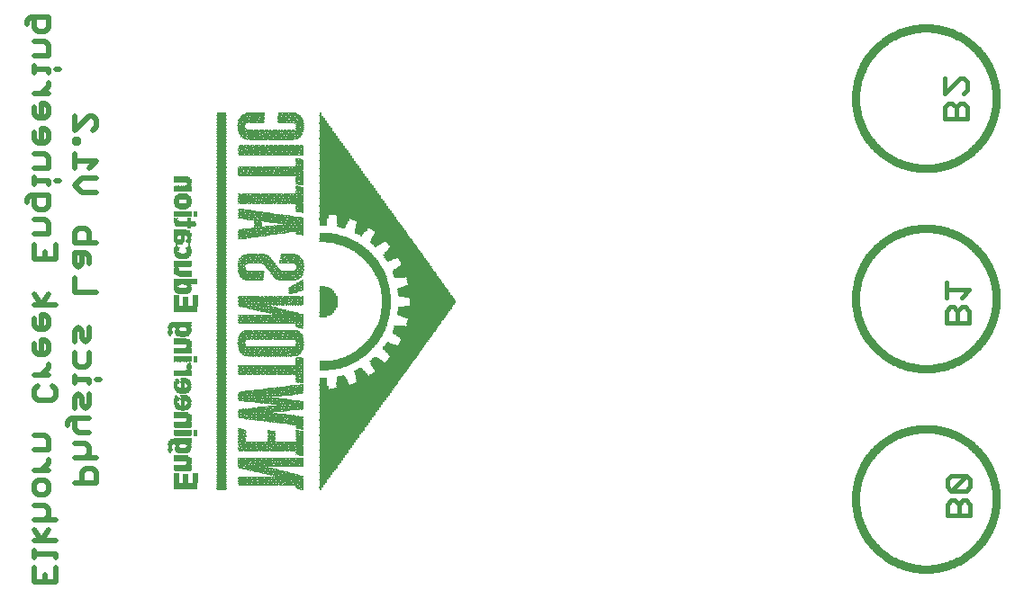
<source format=gbo>
G75*
%MOIN*%
%OFA0B0*%
%FSLAX25Y25*%
%IPPOS*%
%LPD*%
%AMOC8*
5,1,8,0,0,1.08239X$1,22.5*
%
%ADD10C,0.02000*%
%ADD11R,0.03600X0.00200*%
%ADD12R,0.01400X0.00200*%
%ADD13R,0.00400X0.00200*%
%ADD14R,0.03800X0.00200*%
%ADD15R,0.00800X0.00200*%
%ADD16R,0.00600X0.00200*%
%ADD17R,0.01600X0.00200*%
%ADD18R,0.01000X0.00200*%
%ADD19R,0.01200X0.00200*%
%ADD20R,0.00200X0.00200*%
%ADD21R,0.02200X0.00200*%
%ADD22R,0.02600X0.00200*%
%ADD23R,0.03000X0.00200*%
%ADD24R,0.01800X0.00200*%
%ADD25R,0.03400X0.00200*%
%ADD26R,0.04800X0.00200*%
%ADD27R,0.02000X0.00200*%
%ADD28R,0.02400X0.00200*%
%ADD29R,0.02800X0.00200*%
%ADD30R,0.06800X0.00200*%
%ADD31R,0.04000X0.00200*%
%ADD32R,0.04600X0.00200*%
%ADD33R,0.03200X0.00200*%
%ADD34R,0.07000X0.00200*%
%ADD35R,0.08400X0.00200*%
%ADD36R,0.04200X0.00200*%
%ADD37R,0.04400X0.00200*%
%ADD38R,0.05000X0.00200*%
%ADD39R,0.05600X0.00200*%
%ADD40R,0.05200X0.00200*%
%ADD41R,0.08000X0.00200*%
%ADD42R,0.05400X0.00200*%
%ADD43R,0.05800X0.00200*%
%ADD44R,0.06000X0.00200*%
%ADD45R,0.06200X0.00200*%
%ADD46R,0.06400X0.00200*%
%ADD47R,0.06600X0.00200*%
%ADD48R,0.07200X0.00200*%
%ADD49R,0.07400X0.00200*%
%ADD50R,0.07600X0.00200*%
%ADD51R,0.07800X0.00200*%
%ADD52R,0.08200X0.00200*%
%ADD53R,0.08600X0.00200*%
%ADD54R,0.08800X0.00200*%
%ADD55R,0.23600X0.00200*%
%ADD56R,0.09000X0.00200*%
%ADD57R,0.09200X0.00200*%
%ADD58R,0.09400X0.00200*%
%ADD59R,0.09600X0.00200*%
%ADD60R,0.09800X0.00200*%
%ADD61R,0.10000X0.00200*%
%ADD62R,0.10200X0.00200*%
%ADD63R,0.10400X0.00200*%
%ADD64R,0.10600X0.00200*%
%ADD65R,0.10800X0.00200*%
%ADD66R,0.11000X0.00200*%
%ADD67R,0.11200X0.00200*%
%ADD68R,0.11400X0.00200*%
%ADD69R,0.11600X0.00200*%
%ADD70R,0.11800X0.00200*%
%ADD71R,0.12000X0.00200*%
%ADD72R,0.12200X0.00200*%
%ADD73R,0.12400X0.00200*%
%ADD74R,0.12600X0.00200*%
%ADD75R,0.12800X0.00200*%
%ADD76R,0.13000X0.00200*%
%ADD77R,0.13200X0.00200*%
%ADD78R,0.13400X0.00200*%
%ADD79R,0.13600X0.00200*%
%ADD80R,0.13800X0.00200*%
%ADD81R,0.14000X0.00200*%
%ADD82R,0.14200X0.00200*%
%ADD83R,0.14400X0.00200*%
%ADD84R,0.14600X0.00200*%
%ADD85R,0.14800X0.00200*%
%ADD86R,0.15000X0.00200*%
%ADD87R,0.15200X0.00200*%
%ADD88R,0.15400X0.00200*%
%ADD89R,0.15600X0.00200*%
%ADD90R,0.15800X0.00200*%
%ADD91R,0.16000X0.00200*%
%ADD92R,0.16200X0.00200*%
%ADD93R,0.16400X0.00200*%
%ADD94R,0.16600X0.00200*%
%ADD95R,0.16800X0.00200*%
%ADD96R,0.17000X0.00200*%
%ADD97R,0.17200X0.00200*%
%ADD98R,0.17400X0.00200*%
%ADD99R,0.17600X0.00200*%
%ADD100R,0.17800X0.00200*%
%ADD101R,0.18000X0.00200*%
%ADD102R,0.18200X0.00200*%
%ADD103R,0.18400X0.00200*%
%ADD104R,0.18600X0.00200*%
%ADD105R,0.18800X0.00200*%
%ADD106R,0.19000X0.00200*%
%ADD107R,0.19200X0.00200*%
%ADD108R,0.19400X0.00200*%
%ADD109R,0.19600X0.00200*%
%ADD110R,0.19800X0.00200*%
%ADD111R,0.20000X0.00200*%
%ADD112R,0.20200X0.00200*%
%ADD113R,0.20400X0.00200*%
%ADD114R,0.20600X0.00200*%
%ADD115R,0.20800X0.00200*%
%ADD116R,0.21000X0.00200*%
%ADD117R,0.21200X0.00200*%
%ADD118R,0.21400X0.00200*%
%ADD119R,0.21600X0.00200*%
%ADD120R,0.21800X0.00200*%
%ADD121R,0.22000X0.00200*%
%ADD122R,0.22200X0.00200*%
%ADD123R,0.22400X0.00200*%
%ADD124R,0.22600X0.00200*%
%ADD125R,0.22800X0.00200*%
%ADD126R,0.23000X0.00200*%
%ADD127R,0.23200X0.00200*%
%ADD128R,0.23400X0.00200*%
%ADD129R,0.23800X0.00200*%
%ADD130R,0.24000X0.00200*%
%ADD131R,0.24200X0.00200*%
%ADD132R,0.24400X0.00200*%
%ADD133R,0.24600X0.00200*%
%ADD134R,0.24800X0.00200*%
%ADD135R,0.25000X0.00200*%
%ADD136R,0.25200X0.00200*%
%ADD137R,0.25400X0.00200*%
%ADD138R,0.25600X0.00200*%
%ADD139R,0.25800X0.00200*%
%ADD140R,0.26000X0.00200*%
%ADD141R,0.26200X0.00200*%
%ADD142R,0.26400X0.00200*%
%ADD143R,0.26600X0.00200*%
%ADD144R,0.26800X0.00200*%
%ADD145R,0.27000X0.00200*%
%ADD146R,0.27200X0.00200*%
%ADD147R,0.00400X0.00400*%
%ADD148R,0.00400X0.00800*%
%ADD149R,0.00400X0.01600*%
%ADD150R,0.00400X0.03200*%
%ADD151R,0.00400X0.04800*%
%ADD152R,0.00400X0.06800*%
%ADD153R,0.00400X0.08400*%
%ADD154R,0.00400X0.12000*%
%ADD155R,0.00400X0.01200*%
%ADD156R,0.00400X0.10000*%
%ADD157R,0.00400X0.08000*%
%ADD158R,0.00400X0.06400*%
%ADD159R,0.00400X0.04400*%
%ADD160R,0.00400X0.02400*%
%ADD161R,0.10400X0.00400*%
%ADD162R,0.00400X0.02800*%
%ADD163R,0.01200X0.00400*%
%ADD164R,0.18000X0.00400*%
%ADD165R,0.00400X0.02000*%
%ADD166R,0.09600X0.00400*%
%ADD167R,0.01600X0.00400*%
%ADD168R,0.00800X0.00400*%
%ADD169R,0.02400X0.00400*%
%ADD170R,0.02800X0.00400*%
%ADD171R,0.02000X0.00400*%
%ADD172R,0.03200X0.00400*%
%ADD173R,0.07600X0.00400*%
%ADD174R,0.09200X0.00400*%
%ADD175R,0.10000X0.00400*%
%ADD176R,0.04000X0.00400*%
%ADD177R,0.05600X0.00400*%
%ADD178R,0.04400X0.00400*%
%ADD179R,0.05200X0.00400*%
%ADD180R,0.00400X0.07600*%
%ADD181R,0.00400X0.09200*%
%ADD182R,0.04800X0.00400*%
%ADD183R,0.00400X0.05200*%
%ADD184R,0.00400X0.03600*%
%ADD185R,0.03600X0.00400*%
%ADD186R,0.06000X0.00400*%
%ADD187R,0.06800X0.00400*%
%ADD188R,0.08400X0.00400*%
%ADD189R,0.08800X0.00400*%
%ADD190R,0.00400X0.04000*%
%ADD191R,0.00400X0.05600*%
%ADD192R,0.00400X0.08800*%
%ADD193R,0.00400X0.06000*%
%ADD194R,0.00400X0.07200*%
%ADD195R,0.00400X0.10400*%
%ADD196R,0.00400X0.09600*%
%ADD197C,0.03000*%
%ADD198C,0.01500*%
D10*
X0025000Y0021842D02*
X0025000Y0027180D01*
X0029003Y0024511D02*
X0029003Y0021842D01*
X0025000Y0021842D02*
X0033007Y0021842D01*
X0033007Y0027180D01*
X0033007Y0031050D02*
X0033007Y0032385D01*
X0025000Y0032385D01*
X0025000Y0033719D02*
X0025000Y0031050D01*
X0025000Y0037189D02*
X0033007Y0037189D01*
X0030338Y0041192D02*
X0027669Y0037189D01*
X0025000Y0041192D01*
X0025000Y0044862D02*
X0033007Y0044862D01*
X0030338Y0046196D02*
X0030338Y0048865D01*
X0029003Y0050200D01*
X0025000Y0050200D01*
X0026334Y0054070D02*
X0025000Y0055404D01*
X0025000Y0058073D01*
X0026334Y0059408D01*
X0029003Y0059408D01*
X0030338Y0058073D01*
X0030338Y0055404D01*
X0029003Y0054070D01*
X0026334Y0054070D01*
X0030338Y0046196D02*
X0029003Y0044862D01*
X0040000Y0058674D02*
X0048007Y0058674D01*
X0048007Y0062677D01*
X0046672Y0064012D01*
X0044003Y0064012D01*
X0042669Y0062677D01*
X0042669Y0058674D01*
X0030338Y0063278D02*
X0025000Y0063278D01*
X0027669Y0063278D02*
X0030338Y0065946D01*
X0030338Y0067281D01*
X0030338Y0070951D02*
X0025000Y0070951D01*
X0030338Y0070951D02*
X0030338Y0074954D01*
X0029003Y0076289D01*
X0025000Y0076289D01*
X0037331Y0079758D02*
X0037331Y0081093D01*
X0038666Y0082427D01*
X0045338Y0082427D01*
X0044003Y0086297D02*
X0045338Y0087632D01*
X0045338Y0091635D01*
X0042669Y0090301D02*
X0042669Y0087632D01*
X0044003Y0086297D01*
X0040000Y0086297D02*
X0040000Y0090301D01*
X0041334Y0091635D01*
X0042669Y0090301D01*
X0045338Y0095505D02*
X0045338Y0096840D01*
X0040000Y0096840D01*
X0040000Y0098174D02*
X0040000Y0095505D01*
X0041334Y0101644D02*
X0040000Y0102978D01*
X0040000Y0106982D01*
X0045338Y0106982D02*
X0045338Y0102978D01*
X0044003Y0101644D01*
X0041334Y0101644D01*
X0048007Y0096840D02*
X0049341Y0096840D01*
X0033007Y0093370D02*
X0033007Y0090701D01*
X0031672Y0089366D01*
X0026334Y0089366D01*
X0025000Y0090701D01*
X0025000Y0093370D01*
X0026334Y0094704D01*
X0025000Y0098574D02*
X0030338Y0098574D01*
X0027669Y0098574D02*
X0030338Y0101243D01*
X0030338Y0102578D01*
X0029003Y0106248D02*
X0030338Y0107582D01*
X0030338Y0110251D01*
X0029003Y0111585D01*
X0027669Y0111585D01*
X0027669Y0106248D01*
X0029003Y0106248D02*
X0026334Y0106248D01*
X0025000Y0107582D01*
X0025000Y0110251D01*
X0026334Y0115455D02*
X0029003Y0115455D01*
X0030338Y0116790D01*
X0030338Y0119459D01*
X0029003Y0120793D01*
X0027669Y0120793D01*
X0027669Y0115455D01*
X0026334Y0115455D02*
X0025000Y0116790D01*
X0025000Y0119459D01*
X0025000Y0124663D02*
X0033007Y0124663D01*
X0030338Y0128667D02*
X0027669Y0124663D01*
X0025000Y0128667D01*
X0040000Y0129267D02*
X0040000Y0134605D01*
X0041334Y0138475D02*
X0042669Y0139810D01*
X0042669Y0143813D01*
X0044003Y0143813D02*
X0040000Y0143813D01*
X0040000Y0139810D01*
X0041334Y0138475D01*
X0045338Y0139810D02*
X0045338Y0142479D01*
X0044003Y0143813D01*
X0045338Y0147683D02*
X0045338Y0151686D01*
X0044003Y0153021D01*
X0041334Y0153021D01*
X0040000Y0151686D01*
X0040000Y0147683D01*
X0048007Y0147683D01*
X0033007Y0146882D02*
X0033007Y0141544D01*
X0025000Y0141544D01*
X0025000Y0146882D01*
X0029003Y0144213D02*
X0029003Y0141544D01*
X0030338Y0150752D02*
X0025000Y0150752D01*
X0030338Y0150752D02*
X0030338Y0154756D01*
X0029003Y0156090D01*
X0025000Y0156090D01*
X0026334Y0159960D02*
X0025000Y0161295D01*
X0025000Y0165298D01*
X0023666Y0165298D02*
X0022331Y0163964D01*
X0022331Y0162629D01*
X0023666Y0165298D02*
X0030338Y0165298D01*
X0030338Y0161295D01*
X0029003Y0159960D01*
X0026334Y0159960D01*
X0025000Y0169168D02*
X0025000Y0171837D01*
X0025000Y0170502D02*
X0030338Y0170502D01*
X0030338Y0169168D01*
X0033007Y0170502D02*
X0034341Y0170502D01*
X0040000Y0168768D02*
X0042669Y0171437D01*
X0048007Y0171437D01*
X0045338Y0175307D02*
X0048007Y0177976D01*
X0040000Y0177976D01*
X0040000Y0180644D02*
X0040000Y0175307D01*
X0030338Y0175307D02*
X0030338Y0179310D01*
X0029003Y0180644D01*
X0025000Y0180644D01*
X0026334Y0184514D02*
X0029003Y0184514D01*
X0030338Y0185849D01*
X0030338Y0188518D01*
X0029003Y0189852D01*
X0027669Y0189852D01*
X0027669Y0184514D01*
X0026334Y0184514D02*
X0025000Y0185849D01*
X0025000Y0188518D01*
X0026334Y0193722D02*
X0029003Y0193722D01*
X0030338Y0195057D01*
X0030338Y0197726D01*
X0029003Y0199060D01*
X0027669Y0199060D01*
X0027669Y0193722D01*
X0026334Y0193722D02*
X0025000Y0195057D01*
X0025000Y0197726D01*
X0025000Y0202930D02*
X0030338Y0202930D01*
X0030338Y0205599D02*
X0030338Y0206934D01*
X0030338Y0205599D02*
X0027669Y0202930D01*
X0030338Y0210603D02*
X0030338Y0211938D01*
X0025000Y0211938D01*
X0025000Y0213272D02*
X0025000Y0210603D01*
X0033007Y0211938D02*
X0034341Y0211938D01*
X0030338Y0216742D02*
X0030338Y0220745D01*
X0029003Y0222080D01*
X0025000Y0222080D01*
X0026334Y0225950D02*
X0025000Y0227284D01*
X0025000Y0231288D01*
X0023666Y0231288D02*
X0030338Y0231288D01*
X0030338Y0227284D01*
X0029003Y0225950D01*
X0026334Y0225950D01*
X0022331Y0228619D02*
X0022331Y0229953D01*
X0023666Y0231288D01*
X0025000Y0216742D02*
X0030338Y0216742D01*
X0040000Y0194456D02*
X0040000Y0189118D01*
X0045338Y0194456D01*
X0046672Y0194456D01*
X0048007Y0193122D01*
X0048007Y0190453D01*
X0046672Y0189118D01*
X0041334Y0185849D02*
X0040000Y0185849D01*
X0040000Y0184514D01*
X0041334Y0184514D01*
X0041334Y0185849D01*
X0030338Y0175307D02*
X0025000Y0175307D01*
X0040000Y0168768D02*
X0042669Y0166099D01*
X0048007Y0166099D01*
X0048007Y0129267D02*
X0040000Y0129267D01*
X0041334Y0116189D02*
X0042669Y0114855D01*
X0042669Y0112186D01*
X0044003Y0110852D01*
X0045338Y0112186D01*
X0045338Y0116189D01*
X0041334Y0116189D02*
X0040000Y0114855D01*
X0040000Y0110852D01*
X0031672Y0094704D02*
X0033007Y0093370D01*
X0040000Y0082427D02*
X0040000Y0078424D01*
X0041334Y0077089D01*
X0045338Y0077089D01*
X0044003Y0073219D02*
X0040000Y0073219D01*
X0044003Y0073219D02*
X0045338Y0071885D01*
X0045338Y0069216D01*
X0044003Y0067882D01*
X0040000Y0067882D02*
X0048007Y0067882D01*
D11*
X0081000Y0089600D03*
X0081000Y0089800D03*
X0079800Y0091800D03*
X0081000Y0096000D03*
X0094400Y0096200D03*
X0094400Y0096400D03*
X0094400Y0096600D03*
X0094400Y0096800D03*
X0094400Y0097000D03*
X0094400Y0097400D03*
X0094400Y0097600D03*
X0094400Y0097800D03*
X0094400Y0098000D03*
X0094400Y0098200D03*
X0094400Y0098600D03*
X0094400Y0099000D03*
X0094400Y0099200D03*
X0094400Y0099400D03*
X0094400Y0099600D03*
X0094400Y0099800D03*
X0094400Y0100200D03*
X0094400Y0100400D03*
X0094400Y0100600D03*
X0094400Y0100800D03*
X0094400Y0101000D03*
X0094400Y0101400D03*
X0094400Y0101600D03*
X0094400Y0101800D03*
X0094400Y0102000D03*
X0094400Y0102200D03*
X0094400Y0102600D03*
X0094400Y0102800D03*
X0094400Y0103000D03*
X0094400Y0103200D03*
X0094400Y0103400D03*
X0094400Y0103800D03*
X0094400Y0104000D03*
X0094400Y0104200D03*
X0094400Y0104400D03*
X0094400Y0104600D03*
X0094400Y0105000D03*
X0094400Y0105200D03*
X0094400Y0105400D03*
X0094400Y0105600D03*
X0094400Y0105800D03*
X0094400Y0106000D03*
X0094400Y0106200D03*
X0094400Y0106600D03*
X0094400Y0106800D03*
X0094400Y0107000D03*
X0094400Y0107200D03*
X0094400Y0107400D03*
X0094400Y0107800D03*
X0094400Y0108000D03*
X0094400Y0108200D03*
X0094400Y0108400D03*
X0094400Y0108600D03*
X0094400Y0109000D03*
X0094400Y0109200D03*
X0094400Y0109400D03*
X0094400Y0109600D03*
X0094400Y0109800D03*
X0094400Y0110200D03*
X0094400Y0110400D03*
X0094400Y0110600D03*
X0094400Y0110800D03*
X0094400Y0111000D03*
X0094400Y0111400D03*
X0094400Y0111800D03*
X0094400Y0112000D03*
X0094400Y0112200D03*
X0094400Y0112400D03*
X0094400Y0112600D03*
X0094400Y0113000D03*
X0094400Y0113200D03*
X0094400Y0113400D03*
X0094400Y0113600D03*
X0094400Y0113800D03*
X0094400Y0114200D03*
X0094400Y0114400D03*
X0094400Y0114600D03*
X0094400Y0114800D03*
X0094400Y0115000D03*
X0094400Y0115400D03*
X0094400Y0115600D03*
X0094400Y0115800D03*
X0094400Y0116000D03*
X0094400Y0116200D03*
X0094400Y0116600D03*
X0094400Y0116800D03*
X0094400Y0117000D03*
X0094400Y0117200D03*
X0094400Y0117400D03*
X0094400Y0117800D03*
X0094400Y0118000D03*
X0094400Y0118200D03*
X0094400Y0118400D03*
X0094400Y0118600D03*
X0094400Y0119000D03*
X0094400Y0119200D03*
X0094400Y0119400D03*
X0094400Y0119600D03*
X0094400Y0119800D03*
X0094400Y0120200D03*
X0094400Y0120400D03*
X0094400Y0120600D03*
X0094400Y0120800D03*
X0094400Y0121000D03*
X0094400Y0121400D03*
X0094400Y0121600D03*
X0094400Y0121800D03*
X0094400Y0122000D03*
X0094400Y0122200D03*
X0094400Y0122600D03*
X0094400Y0122800D03*
X0094400Y0123000D03*
X0094400Y0123200D03*
X0094400Y0123400D03*
X0094400Y0123800D03*
X0094400Y0124000D03*
X0094400Y0124200D03*
X0094400Y0124400D03*
X0094400Y0124600D03*
X0094400Y0125000D03*
X0094400Y0125200D03*
X0094400Y0125400D03*
X0094400Y0125600D03*
X0094400Y0125800D03*
X0094400Y0126200D03*
X0094400Y0126400D03*
X0094400Y0126600D03*
X0094400Y0126800D03*
X0094400Y0127000D03*
X0094400Y0127400D03*
X0094400Y0127600D03*
X0094400Y0127800D03*
X0094400Y0128000D03*
X0094400Y0128200D03*
X0094400Y0128600D03*
X0094400Y0128800D03*
X0094400Y0129000D03*
X0094400Y0129200D03*
X0094400Y0129400D03*
X0094400Y0129800D03*
X0094400Y0130000D03*
X0094400Y0130200D03*
X0094400Y0130400D03*
X0094400Y0130600D03*
X0094400Y0131000D03*
X0094400Y0131200D03*
X0094400Y0131400D03*
X0094400Y0131800D03*
X0094400Y0132000D03*
X0094400Y0132200D03*
X0094400Y0132600D03*
X0094400Y0132800D03*
X0094400Y0133000D03*
X0094400Y0133400D03*
X0094400Y0133600D03*
X0094400Y0133800D03*
X0094400Y0134200D03*
X0094400Y0134400D03*
X0094400Y0134600D03*
X0094400Y0135000D03*
X0094400Y0135200D03*
X0094400Y0135400D03*
X0094400Y0135800D03*
X0094400Y0136000D03*
X0094400Y0136200D03*
X0094400Y0136600D03*
X0094400Y0136800D03*
X0094400Y0137000D03*
X0094400Y0137400D03*
X0094400Y0137600D03*
X0094400Y0137800D03*
X0094400Y0138200D03*
X0094400Y0138400D03*
X0094400Y0138600D03*
X0094400Y0138800D03*
X0094400Y0139000D03*
X0094400Y0139400D03*
X0094400Y0139600D03*
X0094400Y0139800D03*
X0094400Y0140000D03*
X0094400Y0140200D03*
X0094400Y0140600D03*
X0094400Y0140800D03*
X0094400Y0141000D03*
X0094400Y0141200D03*
X0094400Y0141400D03*
X0094400Y0141800D03*
X0094400Y0142000D03*
X0094400Y0142200D03*
X0094400Y0142400D03*
X0094400Y0142600D03*
X0094400Y0143000D03*
X0094400Y0143200D03*
X0094400Y0143400D03*
X0094400Y0143600D03*
X0094400Y0143800D03*
X0094400Y0144200D03*
X0094400Y0144400D03*
X0094400Y0144600D03*
X0094400Y0144800D03*
X0094400Y0145000D03*
X0094400Y0145400D03*
X0094400Y0145600D03*
X0094400Y0145800D03*
X0094400Y0146000D03*
X0094400Y0146200D03*
X0094400Y0146600D03*
X0094400Y0146800D03*
X0094400Y0147000D03*
X0094400Y0147200D03*
X0094400Y0147400D03*
X0094400Y0147800D03*
X0094400Y0148000D03*
X0094400Y0148200D03*
X0094400Y0148400D03*
X0094400Y0148600D03*
X0094400Y0149000D03*
X0094400Y0149200D03*
X0094400Y0149400D03*
X0094400Y0149600D03*
X0094400Y0149800D03*
X0094400Y0150200D03*
X0094400Y0150400D03*
X0094400Y0150600D03*
X0094400Y0151000D03*
X0094400Y0151200D03*
X0094400Y0151400D03*
X0094400Y0151800D03*
X0094400Y0152000D03*
X0094400Y0152200D03*
X0094400Y0152600D03*
X0094400Y0152800D03*
X0094400Y0153000D03*
X0094400Y0153400D03*
X0094400Y0153600D03*
X0094400Y0153800D03*
X0094400Y0154200D03*
X0094400Y0154400D03*
X0094400Y0154600D03*
X0094400Y0155000D03*
X0094400Y0155200D03*
X0094400Y0155400D03*
X0094400Y0155800D03*
X0094400Y0156000D03*
X0094400Y0156200D03*
X0094400Y0156600D03*
X0094400Y0156800D03*
X0094400Y0157000D03*
X0094400Y0157400D03*
X0094400Y0157600D03*
X0094400Y0157800D03*
X0094400Y0158000D03*
X0094400Y0158200D03*
X0094400Y0158600D03*
X0094400Y0158800D03*
X0094400Y0159000D03*
X0094400Y0159200D03*
X0094400Y0159400D03*
X0094400Y0159800D03*
X0094400Y0160000D03*
X0094400Y0160200D03*
X0094400Y0160400D03*
X0094400Y0160600D03*
X0094400Y0161000D03*
X0094400Y0161200D03*
X0094400Y0161400D03*
X0094400Y0161600D03*
X0094400Y0161800D03*
X0094400Y0162200D03*
X0094400Y0162400D03*
X0094400Y0162600D03*
X0094400Y0162800D03*
X0094400Y0163000D03*
X0094400Y0163400D03*
X0094400Y0163600D03*
X0094400Y0163800D03*
X0094400Y0164000D03*
X0094400Y0164200D03*
X0094400Y0164600D03*
X0094400Y0164800D03*
X0094400Y0165000D03*
X0094400Y0165200D03*
X0094400Y0165400D03*
X0094400Y0165800D03*
X0094400Y0166000D03*
X0094400Y0166200D03*
X0094400Y0166400D03*
X0094400Y0166600D03*
X0094400Y0167000D03*
X0094400Y0167200D03*
X0094400Y0167400D03*
X0094400Y0167600D03*
X0094400Y0167800D03*
X0094400Y0168200D03*
X0094400Y0168400D03*
X0094400Y0168600D03*
X0094400Y0168800D03*
X0094400Y0169000D03*
X0094400Y0169400D03*
X0094400Y0169600D03*
X0094400Y0169800D03*
X0094400Y0170000D03*
X0094400Y0170200D03*
X0094400Y0170600D03*
X0094400Y0170800D03*
X0094400Y0171000D03*
X0094400Y0171200D03*
X0094400Y0171400D03*
X0094400Y0171800D03*
X0094400Y0172000D03*
X0094400Y0172200D03*
X0094400Y0172400D03*
X0094400Y0172600D03*
X0094400Y0173000D03*
X0094400Y0173200D03*
X0094400Y0173400D03*
X0094400Y0173600D03*
X0094400Y0173800D03*
X0094400Y0174200D03*
X0094400Y0174400D03*
X0094400Y0174600D03*
X0094400Y0174800D03*
X0094400Y0175000D03*
X0094400Y0175400D03*
X0094400Y0175800D03*
X0094400Y0176000D03*
X0094400Y0176200D03*
X0094400Y0176400D03*
X0094400Y0176600D03*
X0094400Y0177000D03*
X0094400Y0177200D03*
X0094400Y0177400D03*
X0094400Y0177600D03*
X0094400Y0177800D03*
X0094400Y0178200D03*
X0094400Y0178400D03*
X0094400Y0178600D03*
X0094400Y0178800D03*
X0094400Y0179000D03*
X0094400Y0179400D03*
X0094400Y0179600D03*
X0094400Y0179800D03*
X0094400Y0180000D03*
X0094400Y0180200D03*
X0094400Y0180600D03*
X0094400Y0180800D03*
X0094400Y0181000D03*
X0094400Y0181200D03*
X0094400Y0181400D03*
X0094400Y0181800D03*
X0094400Y0182000D03*
X0094400Y0182200D03*
X0094400Y0182400D03*
X0094400Y0182600D03*
X0094400Y0182800D03*
X0094400Y0183000D03*
X0094400Y0183400D03*
X0094400Y0183600D03*
X0094400Y0183800D03*
X0094400Y0184000D03*
X0094400Y0184200D03*
X0094400Y0184600D03*
X0094400Y0184800D03*
X0094400Y0185000D03*
X0094400Y0185200D03*
X0094400Y0185400D03*
X0094400Y0185800D03*
X0094400Y0186000D03*
X0094400Y0186200D03*
X0094400Y0186400D03*
X0094400Y0186600D03*
X0094400Y0187000D03*
X0094400Y0187200D03*
X0094400Y0187400D03*
X0094400Y0187600D03*
X0094400Y0187800D03*
X0094400Y0188200D03*
X0094400Y0188600D03*
X0094400Y0188800D03*
X0094400Y0189000D03*
X0094400Y0189200D03*
X0094400Y0189400D03*
X0094400Y0189800D03*
X0094400Y0190000D03*
X0094400Y0190200D03*
X0094400Y0190400D03*
X0094400Y0190600D03*
X0094400Y0191000D03*
X0094400Y0191200D03*
X0094400Y0191400D03*
X0094400Y0191600D03*
X0094400Y0191800D03*
X0094400Y0192200D03*
X0094400Y0192400D03*
X0094400Y0192600D03*
X0094400Y0192800D03*
X0094400Y0193000D03*
X0094400Y0193400D03*
X0094400Y0193600D03*
X0094400Y0193800D03*
X0094400Y0194000D03*
X0094400Y0194200D03*
X0094400Y0194600D03*
X0094400Y0194800D03*
X0094400Y0195000D03*
X0094400Y0195200D03*
X0094400Y0195400D03*
X0103000Y0188000D03*
X0104400Y0186000D03*
X0104800Y0185800D03*
X0105200Y0186400D03*
X0109400Y0180600D03*
X0109800Y0180800D03*
X0103400Y0173000D03*
X0120200Y0162400D03*
X0120600Y0156200D03*
X0119800Y0154800D03*
X0117000Y0154000D03*
X0119800Y0151800D03*
X0112000Y0153400D03*
X0109400Y0151200D03*
X0107400Y0157800D03*
X0119400Y0141800D03*
X0119800Y0139800D03*
X0138800Y0154200D03*
X0138800Y0154400D03*
X0145400Y0151200D03*
X0153200Y0135400D03*
X0153400Y0135000D03*
X0153600Y0134600D03*
X0153600Y0134400D03*
X0153800Y0134000D03*
X0153800Y0133800D03*
X0154000Y0133600D03*
X0154000Y0133400D03*
X0154000Y0133200D03*
X0154200Y0133000D03*
X0154200Y0132800D03*
X0154200Y0132600D03*
X0154400Y0132400D03*
X0154400Y0132200D03*
X0154400Y0132000D03*
X0154600Y0131600D03*
X0154600Y0131400D03*
X0154800Y0130600D03*
X0155000Y0121600D03*
X0154800Y0120600D03*
X0154600Y0119800D03*
X0154600Y0119600D03*
X0154400Y0119000D03*
X0154400Y0118800D03*
X0154200Y0118400D03*
X0154200Y0118200D03*
X0154000Y0117800D03*
X0154000Y0117600D03*
X0153800Y0117400D03*
X0153800Y0117200D03*
X0153800Y0117000D03*
X0153600Y0116800D03*
X0153600Y0116600D03*
X0153400Y0116200D03*
X0153200Y0115800D03*
X0156600Y0109600D03*
X0138800Y0096800D03*
X0138800Y0096600D03*
X0132400Y0100200D03*
X0117000Y0092800D03*
X0113200Y0090800D03*
X0112200Y0090000D03*
X0110400Y0088400D03*
X0113200Y0082800D03*
X0111800Y0082200D03*
X0104800Y0082400D03*
X0094400Y0082400D03*
X0094400Y0082600D03*
X0094400Y0083000D03*
X0094400Y0083200D03*
X0094400Y0083400D03*
X0094400Y0083600D03*
X0094400Y0083800D03*
X0094400Y0084200D03*
X0094400Y0084400D03*
X0094400Y0084600D03*
X0094400Y0084800D03*
X0094400Y0085000D03*
X0094400Y0085400D03*
X0094400Y0085600D03*
X0094400Y0085800D03*
X0094400Y0086000D03*
X0094400Y0086200D03*
X0094400Y0086600D03*
X0094400Y0086800D03*
X0094400Y0087000D03*
X0094400Y0087200D03*
X0094400Y0087400D03*
X0094400Y0087800D03*
X0094400Y0088000D03*
X0094400Y0088200D03*
X0094400Y0088400D03*
X0094400Y0088600D03*
X0094400Y0089000D03*
X0094400Y0089200D03*
X0094400Y0089400D03*
X0094400Y0089600D03*
X0094400Y0089800D03*
X0094400Y0090200D03*
X0094400Y0090400D03*
X0094400Y0090600D03*
X0094400Y0090800D03*
X0094400Y0091000D03*
X0094400Y0091400D03*
X0094400Y0091600D03*
X0094400Y0091800D03*
X0094400Y0092000D03*
X0094400Y0092200D03*
X0094400Y0092600D03*
X0094400Y0092800D03*
X0094400Y0093000D03*
X0094400Y0093200D03*
X0094400Y0093400D03*
X0094400Y0093800D03*
X0094400Y0094000D03*
X0094400Y0094200D03*
X0094400Y0094400D03*
X0094400Y0094600D03*
X0094400Y0095000D03*
X0094400Y0095200D03*
X0094400Y0095400D03*
X0094400Y0095600D03*
X0094400Y0095800D03*
X0094400Y0082200D03*
X0094400Y0082000D03*
X0094400Y0081800D03*
X0094400Y0081400D03*
X0094400Y0081200D03*
X0094400Y0081000D03*
X0094400Y0080800D03*
X0094400Y0080600D03*
X0094400Y0080200D03*
X0094400Y0080000D03*
X0094400Y0079800D03*
X0094400Y0079400D03*
X0094400Y0079200D03*
X0094400Y0079000D03*
X0094400Y0078600D03*
X0094400Y0078400D03*
X0094400Y0078200D03*
X0094400Y0077800D03*
X0094400Y0077600D03*
X0094400Y0077400D03*
X0094400Y0077000D03*
X0094400Y0076800D03*
X0094400Y0076600D03*
X0094400Y0076200D03*
X0094400Y0076000D03*
X0094400Y0075800D03*
X0094400Y0075400D03*
X0094400Y0075200D03*
X0094400Y0075000D03*
X0094400Y0074600D03*
X0094400Y0074400D03*
X0094400Y0074200D03*
X0094400Y0073800D03*
X0094400Y0073600D03*
X0094400Y0073400D03*
X0094400Y0073000D03*
X0094400Y0072800D03*
X0094400Y0072600D03*
X0094400Y0072400D03*
X0094400Y0072200D03*
X0094400Y0071800D03*
X0094400Y0071600D03*
X0094400Y0071400D03*
X0094400Y0071200D03*
X0094400Y0071000D03*
X0094400Y0070600D03*
X0094400Y0070400D03*
X0094400Y0070200D03*
X0094400Y0070000D03*
X0094400Y0069800D03*
X0094400Y0069400D03*
X0094400Y0069200D03*
X0094400Y0069000D03*
X0094400Y0068800D03*
X0094400Y0068600D03*
X0094400Y0068200D03*
X0094400Y0068000D03*
X0094400Y0067800D03*
X0094400Y0067600D03*
X0094400Y0067400D03*
X0094400Y0067000D03*
X0094400Y0066800D03*
X0094400Y0066600D03*
X0094400Y0066400D03*
X0094400Y0066200D03*
X0094400Y0065800D03*
X0094400Y0065600D03*
X0094400Y0065400D03*
X0094400Y0065200D03*
X0094400Y0065000D03*
X0094400Y0064600D03*
X0094400Y0064400D03*
X0094400Y0064200D03*
X0094400Y0064000D03*
X0094400Y0063800D03*
X0094400Y0063400D03*
X0094400Y0063200D03*
X0094400Y0063000D03*
X0094400Y0062800D03*
X0094400Y0062600D03*
X0094400Y0062200D03*
X0094400Y0062000D03*
X0094400Y0061800D03*
X0094400Y0061600D03*
X0094400Y0061400D03*
X0094400Y0061000D03*
X0094400Y0060800D03*
X0094400Y0060600D03*
X0094400Y0060200D03*
X0094400Y0060000D03*
X0094400Y0059800D03*
X0094400Y0059400D03*
X0094400Y0059200D03*
X0094400Y0059000D03*
X0094400Y0058600D03*
X0094400Y0058400D03*
X0094400Y0058200D03*
X0094400Y0057800D03*
X0094400Y0057600D03*
X0094400Y0057400D03*
X0094400Y0057000D03*
X0094400Y0056800D03*
X0094400Y0056600D03*
X0094400Y0056000D03*
X0104800Y0064800D03*
X0113200Y0062200D03*
X0121200Y0065200D03*
X0132400Y0060400D03*
X0132400Y0060200D03*
X0115200Y0073000D03*
X0117400Y0087400D03*
X0105600Y0113400D03*
X0103200Y0118200D03*
X0108000Y0118200D03*
X0112800Y0118200D03*
X0116000Y0121600D03*
X0117600Y0118200D03*
X0105800Y0124800D03*
X0106600Y0126800D03*
X0103400Y0126000D03*
X0132400Y0120400D03*
X0078600Y0147600D03*
X0078600Y0147800D03*
X0132400Y0190800D03*
X0122800Y0192200D03*
D12*
X0122500Y0191400D03*
X0122500Y0189600D03*
X0122500Y0189200D03*
X0122700Y0187800D03*
X0122500Y0187400D03*
X0122900Y0186800D03*
X0123500Y0187600D03*
X0123900Y0188800D03*
X0124100Y0189600D03*
X0120900Y0187400D03*
X0120100Y0188800D03*
X0119700Y0188600D03*
X0118300Y0186000D03*
X0117300Y0186200D03*
X0115900Y0188600D03*
X0113500Y0187400D03*
X0113700Y0186000D03*
X0108900Y0186000D03*
X0103900Y0182200D03*
X0103700Y0181400D03*
X0104100Y0180400D03*
X0102500Y0181600D03*
X0101100Y0181400D03*
X0101300Y0182400D03*
X0101300Y0182800D03*
X0102700Y0186600D03*
X0103300Y0187000D03*
X0101100Y0189000D03*
X0103300Y0194000D03*
X0104700Y0193400D03*
X0108700Y0194400D03*
X0109300Y0192400D03*
X0115700Y0192400D03*
X0117900Y0192400D03*
X0118900Y0194200D03*
X0116100Y0195200D03*
X0131300Y0194000D03*
X0131300Y0193800D03*
X0119900Y0180000D03*
X0123700Y0178200D03*
X0122500Y0176600D03*
X0123500Y0176000D03*
X0123900Y0174600D03*
X0123900Y0174000D03*
X0123900Y0173000D03*
X0123900Y0171400D03*
X0122500Y0170400D03*
X0122500Y0169600D03*
X0123900Y0167800D03*
X0123500Y0166400D03*
X0122500Y0167200D03*
X0123900Y0165000D03*
X0123900Y0164400D03*
X0122500Y0160000D03*
X0123900Y0158800D03*
X0123900Y0155600D03*
X0123900Y0154800D03*
X0123900Y0154000D03*
X0122900Y0152000D03*
X0123500Y0150800D03*
X0121300Y0152800D03*
X0118700Y0152800D03*
X0117500Y0154400D03*
X0117700Y0155800D03*
X0113300Y0155800D03*
X0112700Y0156400D03*
X0113900Y0152400D03*
X0109900Y0152400D03*
X0107100Y0152000D03*
X0106100Y0151800D03*
X0103900Y0151800D03*
X0103100Y0151600D03*
X0101300Y0152200D03*
X0101300Y0156800D03*
X0103300Y0156600D03*
X0105900Y0149600D03*
X0104500Y0149200D03*
X0102900Y0149200D03*
X0106900Y0142600D03*
X0107700Y0142800D03*
X0108500Y0143200D03*
X0107700Y0141200D03*
X0107300Y0141000D03*
X0105300Y0140800D03*
X0102300Y0141200D03*
X0101500Y0141000D03*
X0101100Y0140400D03*
X0102100Y0136800D03*
X0101100Y0136600D03*
X0102100Y0134600D03*
X0102900Y0134400D03*
X0103100Y0133800D03*
X0105100Y0134400D03*
X0104700Y0136200D03*
X0107100Y0136600D03*
X0109900Y0139600D03*
X0110900Y0141600D03*
X0110700Y0142800D03*
X0112300Y0139600D03*
X0114500Y0137800D03*
X0115100Y0137600D03*
X0114700Y0135600D03*
X0120100Y0134000D03*
X0120700Y0131200D03*
X0120300Y0131000D03*
X0119900Y0130800D03*
X0119900Y0129600D03*
X0119900Y0128600D03*
X0117500Y0127200D03*
X0115900Y0127200D03*
X0115300Y0127400D03*
X0115900Y0126400D03*
X0113700Y0122400D03*
X0118700Y0121600D03*
X0120900Y0120600D03*
X0121100Y0119800D03*
X0123900Y0120800D03*
X0123300Y0117000D03*
X0122700Y0116200D03*
X0123900Y0115800D03*
X0123300Y0113600D03*
X0122700Y0113400D03*
X0123700Y0111600D03*
X0124100Y0111000D03*
X0124100Y0109200D03*
X0123900Y0108200D03*
X0122300Y0106000D03*
X0122500Y0105000D03*
X0122500Y0104400D03*
X0122500Y0102600D03*
X0121500Y0100600D03*
X0119900Y0100600D03*
X0119300Y0100400D03*
X0118900Y0100800D03*
X0115500Y0101400D03*
X0113500Y0100600D03*
X0112900Y0100400D03*
X0112500Y0100800D03*
X0109700Y0099000D03*
X0109700Y0098600D03*
X0108100Y0098600D03*
X0106500Y0098600D03*
X0106500Y0099000D03*
X0102300Y0100600D03*
X0101300Y0099800D03*
X0102900Y0105800D03*
X0101900Y0107000D03*
X0101300Y0108200D03*
X0102100Y0109600D03*
X0102500Y0109800D03*
X0102300Y0110400D03*
X0103300Y0112600D03*
X0102700Y0112800D03*
X0102900Y0114600D03*
X0104700Y0112200D03*
X0111100Y0115000D03*
X0112100Y0114600D03*
X0112700Y0115000D03*
X0112900Y0114200D03*
X0114700Y0114200D03*
X0116100Y0113200D03*
X0116700Y0113400D03*
X0117700Y0112200D03*
X0118500Y0112000D03*
X0118900Y0113400D03*
X0119500Y0113200D03*
X0121300Y0111800D03*
X0111900Y0107600D03*
X0108100Y0107400D03*
X0105500Y0107200D03*
X0105100Y0106800D03*
X0104500Y0107000D03*
X0104500Y0105800D03*
X0123900Y0100000D03*
X0123900Y0098200D03*
X0123900Y0095600D03*
X0123900Y0094800D03*
X0122700Y0094600D03*
X0122700Y0095800D03*
X0121500Y0094200D03*
X0121900Y0092800D03*
X0121500Y0092000D03*
X0119700Y0092800D03*
X0123900Y0093400D03*
X0121500Y0088000D03*
X0121100Y0087600D03*
X0120500Y0087800D03*
X0115100Y0088400D03*
X0113900Y0088200D03*
X0113100Y0088400D03*
X0113900Y0089200D03*
X0113700Y0090600D03*
X0114900Y0091200D03*
X0113100Y0093000D03*
X0111100Y0092600D03*
X0110900Y0091600D03*
X0111700Y0091000D03*
X0108900Y0088600D03*
X0108100Y0089800D03*
X0106500Y0090000D03*
X0103900Y0092200D03*
X0101300Y0090200D03*
X0101300Y0085600D03*
X0101300Y0082600D03*
X0102100Y0082400D03*
X0105100Y0083600D03*
X0105500Y0083400D03*
X0106700Y0083600D03*
X0106900Y0082600D03*
X0108700Y0082200D03*
X0109900Y0082000D03*
X0110300Y0083800D03*
X0109300Y0084600D03*
X0104700Y0084600D03*
X0104500Y0085000D03*
X0114300Y0084200D03*
X0114700Y0081800D03*
X0114300Y0081400D03*
X0115100Y0081000D03*
X0113500Y0081000D03*
X0112100Y0077400D03*
X0112500Y0074400D03*
X0113700Y0073200D03*
X0113300Y0072800D03*
X0113700Y0072600D03*
X0114300Y0072200D03*
X0113100Y0072000D03*
X0112100Y0072600D03*
X0110900Y0072000D03*
X0111300Y0071400D03*
X0107900Y0071400D03*
X0104900Y0071000D03*
X0104700Y0072600D03*
X0103900Y0072400D03*
X0102700Y0074600D03*
X0101300Y0076000D03*
X0101500Y0071400D03*
X0101300Y0070600D03*
X0103700Y0066600D03*
X0101300Y0065000D03*
X0105100Y0063600D03*
X0106300Y0062800D03*
X0107300Y0064000D03*
X0107700Y0064200D03*
X0107100Y0065000D03*
X0107700Y0066200D03*
X0107100Y0066400D03*
X0107500Y0067200D03*
X0108700Y0066400D03*
X0108900Y0065600D03*
X0110300Y0066400D03*
X0111100Y0066600D03*
X0113100Y0067400D03*
X0113700Y0066400D03*
X0116100Y0067400D03*
X0117300Y0071000D03*
X0117100Y0071600D03*
X0116500Y0071400D03*
X0115500Y0072400D03*
X0115900Y0073200D03*
X0120900Y0071400D03*
X0122500Y0072600D03*
X0122500Y0075200D03*
X0123900Y0076200D03*
X0123300Y0077600D03*
X0123900Y0081000D03*
X0121100Y0081600D03*
X0122500Y0069800D03*
X0122900Y0069000D03*
X0122700Y0065400D03*
X0123300Y0064800D03*
X0123900Y0065200D03*
X0122700Y0061200D03*
X0121900Y0060800D03*
X0121500Y0060000D03*
X0119500Y0059600D03*
X0121900Y0057600D03*
X0122900Y0056200D03*
X0123900Y0056000D03*
X0123900Y0059200D03*
X0131300Y0057400D03*
X0131300Y0057200D03*
X0115300Y0059200D03*
X0114100Y0060000D03*
X0112900Y0059600D03*
X0112900Y0060600D03*
X0113500Y0061600D03*
X0114300Y0061800D03*
X0114700Y0061200D03*
X0110500Y0062200D03*
X0109900Y0062400D03*
X0110900Y0064000D03*
X0106300Y0060200D03*
X0104700Y0060200D03*
X0104500Y0059400D03*
X0104700Y0059000D03*
X0104300Y0058400D03*
X0103900Y0058600D03*
X0104700Y0058200D03*
X0102900Y0059400D03*
X0108500Y0059200D03*
X0109300Y0059400D03*
X0110300Y0058600D03*
X0084700Y0076000D03*
X0079900Y0085200D03*
X0079900Y0087200D03*
X0079900Y0087400D03*
X0079900Y0087600D03*
X0079900Y0087800D03*
X0079900Y0088000D03*
X0079900Y0088200D03*
X0079900Y0088400D03*
X0079900Y0088600D03*
X0079900Y0088800D03*
X0079900Y0089000D03*
X0077700Y0090200D03*
X0079900Y0093600D03*
X0079900Y0093800D03*
X0079900Y0094000D03*
X0079900Y0094200D03*
X0079900Y0094400D03*
X0079900Y0094600D03*
X0079900Y0094800D03*
X0079900Y0095000D03*
X0079900Y0095200D03*
X0077700Y0096400D03*
X0082300Y0102200D03*
X0084700Y0103400D03*
X0084700Y0105200D03*
X0075300Y0113400D03*
X0101300Y0119200D03*
X0102900Y0119800D03*
X0103900Y0120000D03*
X0104500Y0119800D03*
X0107300Y0120400D03*
X0108700Y0119800D03*
X0105500Y0123600D03*
X0104300Y0125200D03*
X0106300Y0127200D03*
X0107500Y0125000D03*
X0101100Y0125400D03*
X0101100Y0126800D03*
X0122700Y0132400D03*
X0123900Y0132600D03*
X0123900Y0133000D03*
X0123900Y0131600D03*
X0123100Y0134800D03*
X0123900Y0138000D03*
X0122700Y0138400D03*
X0122300Y0139400D03*
X0123900Y0140200D03*
X0121700Y0141200D03*
X0122300Y0142400D03*
X0120100Y0141000D03*
X0118100Y0140800D03*
X0118100Y0140200D03*
X0123900Y0125600D03*
X0151300Y0104800D03*
X0155900Y0110200D03*
X0145700Y0150400D03*
X0118100Y0162000D03*
X0116100Y0163800D03*
X0115500Y0165200D03*
X0114300Y0165000D03*
X0113700Y0163800D03*
X0111300Y0164400D03*
X0110500Y0164600D03*
X0108300Y0164800D03*
X0105900Y0165200D03*
X0104900Y0163800D03*
X0101300Y0164800D03*
X0101100Y0162600D03*
X0108900Y0172600D03*
X0111500Y0174000D03*
X0111900Y0175400D03*
X0116100Y0175000D03*
X0116700Y0174200D03*
X0118500Y0172600D03*
X0113500Y0180000D03*
X0111500Y0181000D03*
X0111100Y0180400D03*
X0107900Y0180400D03*
X0106300Y0180400D03*
X0084700Y0159000D03*
X0082300Y0156200D03*
X0079900Y0150000D03*
X0079900Y0149800D03*
X0079900Y0149600D03*
X0079900Y0149400D03*
X0079900Y0149200D03*
X0079900Y0149000D03*
X0079900Y0148800D03*
X0082100Y0147600D03*
D13*
X0082200Y0147000D03*
X0082600Y0156400D03*
X0077000Y0156400D03*
X0080000Y0165600D03*
X0100600Y0164600D03*
X0100800Y0163600D03*
X0101800Y0163400D03*
X0102400Y0163400D03*
X0102400Y0164200D03*
X0103200Y0163800D03*
X0103800Y0163800D03*
X0103800Y0163200D03*
X0103400Y0162600D03*
X0102000Y0162400D03*
X0100800Y0159600D03*
X0100600Y0159400D03*
X0100800Y0159000D03*
X0101800Y0157200D03*
X0103000Y0158800D03*
X0104000Y0158600D03*
X0104400Y0159400D03*
X0105000Y0159400D03*
X0105400Y0158200D03*
X0105600Y0157200D03*
X0106200Y0156600D03*
X0106600Y0156200D03*
X0107200Y0156200D03*
X0107800Y0155200D03*
X0109000Y0154400D03*
X0108600Y0156600D03*
X0110400Y0157400D03*
X0110600Y0158600D03*
X0112000Y0157000D03*
X0112400Y0157200D03*
X0111600Y0156400D03*
X0111800Y0156000D03*
X0113200Y0156200D03*
X0114400Y0157000D03*
X0115200Y0157400D03*
X0115800Y0155800D03*
X0116800Y0155200D03*
X0116800Y0153800D03*
X0116400Y0153400D03*
X0117800Y0153400D03*
X0118800Y0153800D03*
X0119000Y0155000D03*
X0118800Y0155800D03*
X0118800Y0156800D03*
X0119800Y0155800D03*
X0120800Y0156000D03*
X0121400Y0156000D03*
X0121200Y0156600D03*
X0121400Y0157000D03*
X0122600Y0155400D03*
X0122000Y0154600D03*
X0123000Y0153600D03*
X0123800Y0154600D03*
X0124400Y0154600D03*
X0124400Y0152800D03*
X0124400Y0152400D03*
X0124000Y0152000D03*
X0124400Y0151400D03*
X0124400Y0150400D03*
X0120200Y0152000D03*
X0119600Y0152000D03*
X0116400Y0150800D03*
X0115800Y0151600D03*
X0114800Y0152200D03*
X0114200Y0152200D03*
X0113800Y0151800D03*
X0114200Y0151200D03*
X0112200Y0151800D03*
X0111400Y0152200D03*
X0111400Y0152800D03*
X0111400Y0150400D03*
X0108400Y0150400D03*
X0107200Y0150200D03*
X0107000Y0150600D03*
X0106600Y0150200D03*
X0107800Y0151600D03*
X0106000Y0152000D03*
X0105000Y0151800D03*
X0104000Y0152200D03*
X0102400Y0152200D03*
X0102000Y0151600D03*
X0101800Y0149200D03*
X0100800Y0148800D03*
X0104000Y0143200D03*
X0105600Y0142800D03*
X0105400Y0142200D03*
X0103800Y0140200D03*
X0102800Y0138200D03*
X0103000Y0137600D03*
X0102200Y0136600D03*
X0101200Y0136400D03*
X0100800Y0136200D03*
X0100600Y0137000D03*
X0100600Y0138400D03*
X0101400Y0134800D03*
X0101800Y0134400D03*
X0102000Y0134800D03*
X0102800Y0134000D03*
X0104000Y0134400D03*
X0103600Y0135000D03*
X0105800Y0135200D03*
X0106200Y0134800D03*
X0106400Y0133800D03*
X0108400Y0135200D03*
X0108800Y0134800D03*
X0109600Y0134600D03*
X0113400Y0135400D03*
X0114000Y0135400D03*
X0113800Y0134800D03*
X0114200Y0136800D03*
X0115200Y0137200D03*
X0116600Y0137000D03*
X0115800Y0135600D03*
X0116600Y0134600D03*
X0117600Y0134800D03*
X0119200Y0133800D03*
X0120200Y0134200D03*
X0122200Y0134400D03*
X0122800Y0132600D03*
X0124400Y0132800D03*
X0124400Y0130600D03*
X0123800Y0130600D03*
X0123400Y0130200D03*
X0123200Y0130600D03*
X0122200Y0131000D03*
X0122000Y0130000D03*
X0122200Y0129200D03*
X0121800Y0129000D03*
X0121200Y0128800D03*
X0119400Y0129000D03*
X0119400Y0130600D03*
X0121000Y0126200D03*
X0120600Y0125400D03*
X0120600Y0124800D03*
X0123800Y0124800D03*
X0123800Y0125400D03*
X0124400Y0125400D03*
X0121400Y0121600D03*
X0120800Y0121600D03*
X0122000Y0120600D03*
X0122200Y0119800D03*
X0123000Y0120000D03*
X0124400Y0119400D03*
X0124400Y0117000D03*
X0124400Y0116600D03*
X0123400Y0116800D03*
X0121800Y0117800D03*
X0121200Y0118400D03*
X0122000Y0118800D03*
X0119800Y0119200D03*
X0119200Y0118600D03*
X0118400Y0119600D03*
X0118600Y0120000D03*
X0120000Y0120200D03*
X0116800Y0121800D03*
X0115000Y0122200D03*
X0113600Y0122800D03*
X0112600Y0122400D03*
X0112400Y0123400D03*
X0112200Y0124200D03*
X0112600Y0125200D03*
X0112200Y0125600D03*
X0111200Y0126000D03*
X0110400Y0125000D03*
X0110000Y0125200D03*
X0109400Y0123800D03*
X0109400Y0123200D03*
X0108800Y0122000D03*
X0110400Y0122000D03*
X0112400Y0120200D03*
X0112600Y0119200D03*
X0113600Y0119600D03*
X0113800Y0120000D03*
X0114400Y0120800D03*
X0115200Y0120200D03*
X0115000Y0119200D03*
X0114400Y0118600D03*
X0116400Y0118400D03*
X0116200Y0120000D03*
X0117000Y0124200D03*
X0117400Y0126200D03*
X0114400Y0127000D03*
X0113400Y0126400D03*
X0113000Y0126800D03*
X0114600Y0124200D03*
X0108600Y0126400D03*
X0104600Y0125400D03*
X0104400Y0124400D03*
X0103600Y0124800D03*
X0103000Y0124800D03*
X0102000Y0124600D03*
X0100800Y0125000D03*
X0100800Y0125200D03*
X0101200Y0126000D03*
X0100600Y0120400D03*
X0102800Y0120000D03*
X0102800Y0119000D03*
X0103400Y0117800D03*
X0104800Y0118600D03*
X0106600Y0118800D03*
X0106800Y0118400D03*
X0106600Y0119400D03*
X0108000Y0119000D03*
X0109600Y0118600D03*
X0110400Y0119000D03*
X0111600Y0118400D03*
X0111800Y0113800D03*
X0112200Y0113400D03*
X0111000Y0113000D03*
X0109200Y0113000D03*
X0109000Y0112600D03*
X0107800Y0113000D03*
X0108600Y0114400D03*
X0106000Y0113000D03*
X0105800Y0112600D03*
X0105200Y0112600D03*
X0104600Y0111800D03*
X0104400Y0113600D03*
X0105400Y0114400D03*
X0102800Y0114800D03*
X0101200Y0113200D03*
X0101200Y0111400D03*
X0102200Y0109400D03*
X0102800Y0109000D03*
X0103400Y0109000D03*
X0105000Y0108600D03*
X0105400Y0107800D03*
X0104400Y0107200D03*
X0106200Y0106800D03*
X0106800Y0108600D03*
X0107400Y0108600D03*
X0108200Y0108200D03*
X0109200Y0107400D03*
X0109400Y0106400D03*
X0110600Y0107200D03*
X0110800Y0106800D03*
X0111200Y0107200D03*
X0110200Y0107800D03*
X0109800Y0108600D03*
X0111400Y0106000D03*
X0112000Y0106000D03*
X0112800Y0105600D03*
X0113400Y0106600D03*
X0114400Y0106800D03*
X0114800Y0107800D03*
X0115400Y0108600D03*
X0114000Y0108400D03*
X0115200Y0106000D03*
X0116000Y0105600D03*
X0116600Y0106600D03*
X0117600Y0106800D03*
X0118000Y0107800D03*
X0117200Y0108400D03*
X0118400Y0106000D03*
X0118200Y0105200D03*
X0119800Y0106600D03*
X0121000Y0107400D03*
X0121600Y0106600D03*
X0122200Y0106600D03*
X0122400Y0105600D03*
X0122600Y0103400D03*
X0122000Y0103400D03*
X0122000Y0102400D03*
X0120800Y0101200D03*
X0120000Y0100800D03*
X0119000Y0101400D03*
X0118200Y0101400D03*
X0117400Y0101400D03*
X0116800Y0101000D03*
X0116600Y0101400D03*
X0115600Y0101600D03*
X0116000Y0099800D03*
X0116600Y0099200D03*
X0117800Y0098800D03*
X0118200Y0100400D03*
X0121400Y0099200D03*
X0122400Y0099800D03*
X0122400Y0098400D03*
X0123800Y0098400D03*
X0123200Y0097000D03*
X0123400Y0096600D03*
X0124400Y0096200D03*
X0124400Y0094600D03*
X0123800Y0094600D03*
X0123800Y0093600D03*
X0124400Y0092600D03*
X0123200Y0091600D03*
X0122200Y0091200D03*
X0120200Y0091000D03*
X0120800Y0092800D03*
X0120400Y0093200D03*
X0119600Y0094200D03*
X0121600Y0094600D03*
X0122000Y0096000D03*
X0118200Y0092600D03*
X0117000Y0091800D03*
X0116800Y0092200D03*
X0115800Y0092600D03*
X0116600Y0093400D03*
X0118200Y0090800D03*
X0118800Y0088400D03*
X0118400Y0088200D03*
X0119400Y0088400D03*
X0120400Y0088000D03*
X0120400Y0089000D03*
X0122200Y0087600D03*
X0120800Y0086400D03*
X0121800Y0085400D03*
X0123800Y0085600D03*
X0124400Y0086000D03*
X0124400Y0087400D03*
X0124400Y0088000D03*
X0121200Y0082800D03*
X0120800Y0082400D03*
X0120200Y0082400D03*
X0122000Y0082000D03*
X0123000Y0081400D03*
X0123200Y0082200D03*
X0124400Y0081200D03*
X0123200Y0080400D03*
X0123000Y0079800D03*
X0122000Y0079200D03*
X0120800Y0080400D03*
X0119200Y0080600D03*
X0117600Y0080600D03*
X0117800Y0081800D03*
X0117400Y0082200D03*
X0117200Y0081800D03*
X0116000Y0081400D03*
X0115800Y0081800D03*
X0115400Y0081400D03*
X0114600Y0082000D03*
X0113600Y0081800D03*
X0113000Y0083000D03*
X0111800Y0083600D03*
X0110600Y0082400D03*
X0108800Y0082000D03*
X0109000Y0081400D03*
X0107600Y0082200D03*
X0107600Y0083200D03*
X0108600Y0083000D03*
X0109200Y0083800D03*
X0110800Y0085200D03*
X0111800Y0086000D03*
X0112400Y0086000D03*
X0114800Y0086800D03*
X0115400Y0086400D03*
X0115600Y0086000D03*
X0117200Y0086600D03*
X0118200Y0087200D03*
X0118400Y0086400D03*
X0117400Y0085000D03*
X0116000Y0083400D03*
X0114400Y0083800D03*
X0113800Y0088800D03*
X0112600Y0090200D03*
X0112000Y0089600D03*
X0111800Y0091200D03*
X0112000Y0091600D03*
X0111600Y0092200D03*
X0111200Y0092800D03*
X0113400Y0092000D03*
X0116000Y0089200D03*
X0117200Y0088400D03*
X0109400Y0088000D03*
X0108800Y0088000D03*
X0108200Y0089400D03*
X0108400Y0090200D03*
X0109000Y0090200D03*
X0109200Y0090600D03*
X0108200Y0091400D03*
X0107600Y0091400D03*
X0108000Y0092000D03*
X0108600Y0092000D03*
X0108800Y0092600D03*
X0108400Y0093000D03*
X0106200Y0091000D03*
X0105800Y0088400D03*
X0105200Y0088400D03*
X0103600Y0089800D03*
X0102800Y0090800D03*
X0102600Y0091200D03*
X0101800Y0090800D03*
X0101200Y0090800D03*
X0100600Y0090800D03*
X0100800Y0091600D03*
X0101800Y0091800D03*
X0102800Y0092200D03*
X0102000Y0089800D03*
X0100800Y0089400D03*
X0101000Y0088800D03*
X0104000Y0085200D03*
X0104600Y0084800D03*
X0105400Y0085400D03*
X0105600Y0085000D03*
X0107000Y0084600D03*
X0103200Y0083600D03*
X0101600Y0082800D03*
X0101200Y0078000D03*
X0101200Y0077400D03*
X0100600Y0077400D03*
X0100800Y0075200D03*
X0100600Y0074600D03*
X0100800Y0074200D03*
X0100600Y0073800D03*
X0101200Y0073800D03*
X0101200Y0072600D03*
X0100600Y0072600D03*
X0101200Y0071600D03*
X0100800Y0070800D03*
X0101000Y0070200D03*
X0103000Y0071600D03*
X0103000Y0074400D03*
X0102800Y0075000D03*
X0103200Y0077200D03*
X0106000Y0073200D03*
X0106600Y0073200D03*
X0107000Y0072600D03*
X0106000Y0071000D03*
X0109000Y0073200D03*
X0110800Y0073200D03*
X0112000Y0072000D03*
X0113200Y0071200D03*
X0114200Y0070800D03*
X0114800Y0072600D03*
X0114400Y0072800D03*
X0114800Y0073200D03*
X0116000Y0071600D03*
X0117400Y0071800D03*
X0118000Y0071800D03*
X0117200Y0070800D03*
X0119800Y0071400D03*
X0121600Y0071600D03*
X0121800Y0070600D03*
X0123000Y0071200D03*
X0123200Y0072200D03*
X0124400Y0071400D03*
X0124400Y0073600D03*
X0124400Y0074200D03*
X0124400Y0074800D03*
X0123400Y0074400D03*
X0123000Y0074000D03*
X0123000Y0073800D03*
X0122000Y0074400D03*
X0121000Y0073200D03*
X0120400Y0073200D03*
X0121400Y0072600D03*
X0118600Y0073200D03*
X0122000Y0076200D03*
X0122000Y0076800D03*
X0123000Y0076600D03*
X0123200Y0075600D03*
X0124400Y0076600D03*
X0124400Y0078200D03*
X0123800Y0078200D03*
X0124400Y0079600D03*
X0112400Y0075400D03*
X0112000Y0074800D03*
X0112400Y0074600D03*
X0111600Y0075800D03*
X0111600Y0077200D03*
X0110200Y0071400D03*
X0105000Y0067400D03*
X0105000Y0066800D03*
X0106200Y0066000D03*
X0106400Y0064400D03*
X0106600Y0063400D03*
X0106000Y0063400D03*
X0105800Y0063000D03*
X0107600Y0062400D03*
X0108000Y0063400D03*
X0109400Y0064000D03*
X0110200Y0063600D03*
X0110800Y0063600D03*
X0109600Y0062000D03*
X0109000Y0060000D03*
X0109400Y0059600D03*
X0108400Y0058800D03*
X0107000Y0059000D03*
X0107200Y0059800D03*
X0106200Y0059200D03*
X0105600Y0059600D03*
X0104600Y0059200D03*
X0103000Y0059600D03*
X0102600Y0060000D03*
X0102000Y0060000D03*
X0100800Y0059800D03*
X0100600Y0060200D03*
X0100800Y0060400D03*
X0101600Y0057800D03*
X0102200Y0057800D03*
X0103000Y0057400D03*
X0103200Y0058000D03*
X0103800Y0057400D03*
X0105800Y0057400D03*
X0107000Y0057400D03*
X0107200Y0058000D03*
X0109600Y0058000D03*
X0110200Y0057400D03*
X0111000Y0059200D03*
X0112600Y0057400D03*
X0114000Y0058200D03*
X0115000Y0057400D03*
X0117400Y0057400D03*
X0117400Y0059400D03*
X0118400Y0059600D03*
X0118200Y0060600D03*
X0118400Y0061400D03*
X0119400Y0061600D03*
X0120800Y0061800D03*
X0120600Y0059600D03*
X0119400Y0057400D03*
X0117000Y0061400D03*
X0117200Y0061800D03*
X0117600Y0064400D03*
X0118600Y0065600D03*
X0119600Y0066000D03*
X0120000Y0065400D03*
X0119800Y0064400D03*
X0120400Y0064400D03*
X0121400Y0064400D03*
X0122200Y0064400D03*
X0122800Y0064400D03*
X0123400Y0064400D03*
X0124400Y0064800D03*
X0123200Y0065800D03*
X0122600Y0067000D03*
X0123000Y0067400D03*
X0124400Y0067200D03*
X0124400Y0066600D03*
X0124400Y0068400D03*
X0123200Y0069400D03*
X0121000Y0067000D03*
X0120600Y0067400D03*
X0117200Y0066000D03*
X0116800Y0065800D03*
X0115800Y0064600D03*
X0114600Y0064600D03*
X0114800Y0063000D03*
X0114400Y0062600D03*
X0114400Y0062000D03*
X0114000Y0060600D03*
X0114000Y0059600D03*
X0113000Y0062600D03*
X0112000Y0066000D03*
X0111200Y0067200D03*
X0108800Y0066200D03*
X0107800Y0065600D03*
X0104000Y0064200D03*
X0102800Y0063600D03*
X0102200Y0063600D03*
X0101400Y0064600D03*
X0100800Y0066000D03*
X0100600Y0066600D03*
X0101200Y0067200D03*
X0101600Y0066400D03*
X0102800Y0065800D03*
X0103600Y0067200D03*
X0114600Y0067000D03*
X0124400Y0060400D03*
X0124400Y0059800D03*
X0124400Y0058000D03*
X0124400Y0057400D03*
X0130800Y0056000D03*
X0113000Y0099400D03*
X0113600Y0100800D03*
X0112600Y0101400D03*
X0111800Y0101400D03*
X0111200Y0101400D03*
X0111400Y0100800D03*
X0111800Y0100400D03*
X0111400Y0099800D03*
X0111000Y0100200D03*
X0109800Y0101000D03*
X0110000Y0101800D03*
X0109200Y0100200D03*
X0109000Y0099800D03*
X0109400Y0099200D03*
X0107800Y0100200D03*
X0108200Y0100800D03*
X0106600Y0101000D03*
X0106800Y0101800D03*
X0106000Y0100200D03*
X0105800Y0099800D03*
X0106200Y0099200D03*
X0104400Y0099800D03*
X0103400Y0100000D03*
X0102400Y0099800D03*
X0103400Y0098800D03*
X0103400Y0101200D03*
X0104200Y0101800D03*
X0101200Y0101800D03*
X0100800Y0101000D03*
X0100800Y0098800D03*
X0111400Y0105200D03*
X0114400Y0105600D03*
X0114400Y0111800D03*
X0115000Y0113200D03*
X0115800Y0114200D03*
X0116600Y0114400D03*
X0117800Y0113400D03*
X0117800Y0112800D03*
X0118400Y0111800D03*
X0116800Y0111800D03*
X0119000Y0114400D03*
X0119600Y0114400D03*
X0120600Y0114200D03*
X0120600Y0113200D03*
X0122000Y0112200D03*
X0121600Y0111400D03*
X0122000Y0111000D03*
X0123000Y0111000D03*
X0123600Y0110600D03*
X0124600Y0110600D03*
X0124400Y0111800D03*
X0124400Y0112200D03*
X0124200Y0112800D03*
X0123800Y0113400D03*
X0122200Y0110000D03*
X0121600Y0109000D03*
X0120400Y0108400D03*
X0124400Y0104200D03*
X0124400Y0102400D03*
X0123600Y0101200D03*
X0123200Y0101000D03*
X0124400Y0100600D03*
X0145800Y0101000D03*
X0102400Y0107400D03*
X0101400Y0107800D03*
X0100800Y0107800D03*
X0100600Y0108800D03*
X0084200Y0103200D03*
X0106000Y0136600D03*
X0109600Y0140800D03*
X0110800Y0141400D03*
X0108600Y0142200D03*
X0112600Y0139800D03*
X0113200Y0139200D03*
X0113800Y0138400D03*
X0113400Y0138000D03*
X0114600Y0138800D03*
X0116000Y0140200D03*
X0116000Y0140800D03*
X0116200Y0142000D03*
X0118200Y0142200D03*
X0118400Y0142800D03*
X0121200Y0141000D03*
X0122400Y0140200D03*
X0122600Y0139800D03*
X0122000Y0139800D03*
X0121800Y0139200D03*
X0122200Y0139000D03*
X0122200Y0138200D03*
X0121200Y0137000D03*
X0123800Y0138800D03*
X0124600Y0139400D03*
X0124200Y0141000D03*
X0124000Y0141200D03*
X0122400Y0142000D03*
X0124600Y0137400D03*
X0146000Y0150000D03*
X0124400Y0159600D03*
X0124400Y0160000D03*
X0124400Y0161000D03*
X0124400Y0161800D03*
X0124400Y0162400D03*
X0124400Y0163400D03*
X0124400Y0164200D03*
X0124400Y0164800D03*
X0124400Y0165800D03*
X0124400Y0166600D03*
X0123800Y0166600D03*
X0123600Y0167200D03*
X0123200Y0167000D03*
X0122400Y0167600D03*
X0122000Y0168200D03*
X0122000Y0165800D03*
X0122600Y0165800D03*
X0121600Y0164200D03*
X0122000Y0163400D03*
X0120800Y0163000D03*
X0119800Y0163200D03*
X0119800Y0163800D03*
X0119200Y0163800D03*
X0118400Y0164200D03*
X0118400Y0163400D03*
X0119400Y0162600D03*
X0117200Y0162600D03*
X0116400Y0163200D03*
X0116000Y0163000D03*
X0115600Y0162600D03*
X0114600Y0163000D03*
X0114200Y0164400D03*
X0113600Y0164400D03*
X0113000Y0162600D03*
X0112400Y0162600D03*
X0111600Y0163200D03*
X0111200Y0163000D03*
X0110800Y0162600D03*
X0109800Y0163000D03*
X0108200Y0162600D03*
X0107600Y0162600D03*
X0108000Y0163600D03*
X0106400Y0163600D03*
X0105600Y0163400D03*
X0105000Y0163400D03*
X0105200Y0162600D03*
X0117800Y0164800D03*
X0122000Y0161000D03*
X0122600Y0161000D03*
X0122400Y0159800D03*
X0123400Y0156600D03*
X0124400Y0168000D03*
X0123600Y0170000D03*
X0123800Y0171000D03*
X0124400Y0171000D03*
X0122800Y0171400D03*
X0122000Y0170600D03*
X0122600Y0172600D03*
X0121600Y0173800D03*
X0121000Y0173000D03*
X0120400Y0174000D03*
X0120200Y0174400D03*
X0121400Y0175000D03*
X0122200Y0176400D03*
X0122000Y0177600D03*
X0123000Y0177600D03*
X0123400Y0178400D03*
X0123800Y0176200D03*
X0123400Y0175800D03*
X0124400Y0176200D03*
X0124400Y0175400D03*
X0124400Y0174400D03*
X0124400Y0173800D03*
X0119000Y0173600D03*
X0118800Y0174600D03*
X0116800Y0174400D03*
X0115000Y0174000D03*
X0114200Y0173800D03*
X0114200Y0172800D03*
X0113400Y0172800D03*
X0112600Y0172800D03*
X0111800Y0172800D03*
X0111600Y0173400D03*
X0112400Y0173800D03*
X0113000Y0174600D03*
X0113000Y0174800D03*
X0111400Y0174400D03*
X0110800Y0174400D03*
X0109800Y0174200D03*
X0109800Y0174800D03*
X0108800Y0174400D03*
X0108200Y0174400D03*
X0107600Y0174400D03*
X0106600Y0174200D03*
X0106600Y0174800D03*
X0105600Y0174400D03*
X0105000Y0174400D03*
X0104600Y0173800D03*
X0104800Y0173400D03*
X0104600Y0172800D03*
X0103800Y0172800D03*
X0103000Y0172800D03*
X0102200Y0172800D03*
X0102800Y0173800D03*
X0103400Y0174600D03*
X0103400Y0174800D03*
X0101200Y0174000D03*
X0100800Y0173800D03*
X0100800Y0174800D03*
X0105800Y0172400D03*
X0108200Y0175400D03*
X0107200Y0181000D03*
X0108000Y0181200D03*
X0107400Y0182200D03*
X0107000Y0182600D03*
X0107200Y0182800D03*
X0106800Y0183400D03*
X0104800Y0182800D03*
X0104400Y0183400D03*
X0102400Y0182800D03*
X0102000Y0183400D03*
X0101200Y0182000D03*
X0100800Y0181200D03*
X0100800Y0181000D03*
X0104800Y0180200D03*
X0105200Y0180400D03*
X0105600Y0181000D03*
X0106200Y0181400D03*
X0109600Y0182400D03*
X0109600Y0182800D03*
X0109200Y0183400D03*
X0110400Y0181200D03*
X0110400Y0181000D03*
X0112400Y0182600D03*
X0113400Y0182400D03*
X0114400Y0182200D03*
X0114800Y0181200D03*
X0115600Y0182600D03*
X0116600Y0182400D03*
X0117600Y0182200D03*
X0118000Y0181200D03*
X0118800Y0182600D03*
X0119800Y0182400D03*
X0120800Y0182200D03*
X0121200Y0181200D03*
X0122000Y0182600D03*
X0123000Y0182400D03*
X0124400Y0182600D03*
X0124400Y0181600D03*
X0124400Y0181200D03*
X0119800Y0186400D03*
X0118800Y0186800D03*
X0117800Y0186800D03*
X0117200Y0186800D03*
X0117000Y0187200D03*
X0117800Y0188000D03*
X0117800Y0189000D03*
X0116000Y0188800D03*
X0114400Y0189000D03*
X0113400Y0188600D03*
X0113800Y0188000D03*
X0113400Y0187600D03*
X0112800Y0187600D03*
X0111800Y0188200D03*
X0110400Y0188400D03*
X0109800Y0187600D03*
X0109800Y0187400D03*
X0108400Y0188400D03*
X0107800Y0188400D03*
X0107400Y0188800D03*
X0107200Y0188400D03*
X0106800Y0187400D03*
X0106400Y0186800D03*
X0107800Y0186000D03*
X0108800Y0189000D03*
X0105600Y0189000D03*
X0104400Y0188600D03*
X0102600Y0188600D03*
X0102200Y0189000D03*
X0102000Y0189400D03*
X0100800Y0188800D03*
X0100600Y0190600D03*
X0100600Y0191200D03*
X0101800Y0191800D03*
X0102800Y0191400D03*
X0103200Y0192000D03*
X0103000Y0192600D03*
X0104000Y0192400D03*
X0105600Y0194000D03*
X0106200Y0193600D03*
X0107000Y0193400D03*
X0107200Y0194200D03*
X0107200Y0192400D03*
X0109800Y0192200D03*
X0110000Y0193800D03*
X0115400Y0194200D03*
X0116800Y0194200D03*
X0116600Y0193400D03*
X0116800Y0192400D03*
X0119000Y0192400D03*
X0119400Y0192800D03*
X0118800Y0194000D03*
X0119200Y0194600D03*
X0122400Y0195000D03*
X0122600Y0194600D03*
X0123200Y0194600D03*
X0122600Y0194000D03*
X0123000Y0193000D03*
X0123600Y0193000D03*
X0124200Y0193000D03*
X0123400Y0192000D03*
X0123200Y0191600D03*
X0122200Y0191600D03*
X0122400Y0190200D03*
X0123800Y0190200D03*
X0123600Y0189200D03*
X0123800Y0187800D03*
X0122000Y0188600D03*
X0121000Y0187200D03*
X0124600Y0191000D03*
X0130800Y0195200D03*
X0130800Y0195400D03*
X0115800Y0186400D03*
X0114800Y0186000D03*
X0114400Y0186600D03*
X0104600Y0186600D03*
X0104200Y0186200D03*
X0101200Y0193600D03*
D14*
X0104300Y0192200D03*
X0094300Y0192000D03*
X0094300Y0193200D03*
X0094300Y0194400D03*
X0094300Y0190800D03*
X0094300Y0189600D03*
X0094300Y0188400D03*
X0094300Y0188000D03*
X0094300Y0186800D03*
X0094300Y0185600D03*
X0094300Y0184400D03*
X0094300Y0183200D03*
X0094300Y0181600D03*
X0094300Y0180400D03*
X0094300Y0179200D03*
X0094300Y0178000D03*
X0094300Y0176800D03*
X0094300Y0175600D03*
X0094300Y0175200D03*
X0094300Y0174000D03*
X0094300Y0172800D03*
X0094300Y0171600D03*
X0094300Y0170400D03*
X0094300Y0169200D03*
X0094300Y0168000D03*
X0094300Y0166800D03*
X0094300Y0165600D03*
X0094300Y0164400D03*
X0094300Y0163200D03*
X0094300Y0162000D03*
X0094300Y0160800D03*
X0094300Y0159600D03*
X0094300Y0158400D03*
X0094300Y0157200D03*
X0094300Y0156400D03*
X0094300Y0155600D03*
X0094300Y0154800D03*
X0094300Y0154000D03*
X0094300Y0153200D03*
X0094300Y0152400D03*
X0094300Y0151600D03*
X0094300Y0150800D03*
X0094300Y0150000D03*
X0094300Y0148800D03*
X0094300Y0147600D03*
X0094300Y0146400D03*
X0094300Y0145200D03*
X0094300Y0144000D03*
X0094300Y0142800D03*
X0094300Y0141600D03*
X0094300Y0140400D03*
X0094300Y0139200D03*
X0094300Y0138000D03*
X0094300Y0137200D03*
X0094300Y0136400D03*
X0094300Y0135600D03*
X0094300Y0134800D03*
X0094300Y0134000D03*
X0094300Y0133200D03*
X0094300Y0132400D03*
X0094300Y0131600D03*
X0094300Y0130800D03*
X0094300Y0129600D03*
X0094300Y0128400D03*
X0094300Y0127200D03*
X0094300Y0126000D03*
X0094300Y0124800D03*
X0094300Y0123600D03*
X0094300Y0122400D03*
X0094300Y0121200D03*
X0094300Y0120000D03*
X0094300Y0118800D03*
X0094300Y0117600D03*
X0094300Y0116400D03*
X0094300Y0115200D03*
X0094300Y0114000D03*
X0094300Y0112800D03*
X0094300Y0111600D03*
X0094300Y0111200D03*
X0094300Y0110000D03*
X0094300Y0108800D03*
X0094300Y0107600D03*
X0094300Y0106400D03*
X0094300Y0104800D03*
X0094300Y0103600D03*
X0094300Y0102400D03*
X0094300Y0101200D03*
X0094300Y0100000D03*
X0094300Y0098800D03*
X0094300Y0098400D03*
X0094300Y0097200D03*
X0094300Y0096000D03*
X0094300Y0094800D03*
X0094300Y0093600D03*
X0094300Y0092400D03*
X0094300Y0091200D03*
X0094300Y0090000D03*
X0094300Y0088800D03*
X0094300Y0087600D03*
X0094300Y0086400D03*
X0094300Y0085200D03*
X0094300Y0084000D03*
X0094300Y0082800D03*
X0094300Y0081600D03*
X0094300Y0080400D03*
X0094300Y0079600D03*
X0094300Y0078800D03*
X0094300Y0078000D03*
X0094300Y0077200D03*
X0094300Y0076400D03*
X0094300Y0075600D03*
X0094300Y0074800D03*
X0094300Y0074000D03*
X0094300Y0073200D03*
X0094300Y0072000D03*
X0094300Y0070800D03*
X0094300Y0069600D03*
X0094300Y0068400D03*
X0094300Y0067200D03*
X0094300Y0066000D03*
X0094300Y0064800D03*
X0094300Y0063600D03*
X0094300Y0062400D03*
X0094300Y0061200D03*
X0094300Y0060400D03*
X0094300Y0059600D03*
X0094300Y0058800D03*
X0094300Y0058000D03*
X0094300Y0057200D03*
X0094300Y0056400D03*
X0094300Y0056200D03*
X0105300Y0060600D03*
X0106700Y0058600D03*
X0107700Y0057800D03*
X0111100Y0066200D03*
X0120700Y0061400D03*
X0132500Y0060600D03*
X0108300Y0083400D03*
X0122700Y0093200D03*
X0121300Y0099000D03*
X0122300Y0100800D03*
X0112100Y0101200D03*
X0105500Y0100600D03*
X0117700Y0111600D03*
X0121700Y0114000D03*
X0111300Y0118800D03*
X0113100Y0127200D03*
X0102500Y0127400D03*
X0104900Y0140000D03*
X0117700Y0140000D03*
X0105100Y0150800D03*
X0104900Y0159200D03*
X0108700Y0165200D03*
X0110300Y0165000D03*
X0118500Y0164000D03*
X0118500Y0162200D03*
X0121700Y0172800D03*
X0115500Y0175400D03*
X0113100Y0173000D03*
X0112900Y0172400D03*
X0132500Y0190600D03*
X0079900Y0160200D03*
X0132500Y0130600D03*
X0132500Y0120600D03*
X0152100Y0113600D03*
X0152300Y0114000D03*
X0152500Y0114400D03*
X0152700Y0114600D03*
X0152700Y0114800D03*
X0152900Y0115000D03*
X0152900Y0115200D03*
X0153100Y0115400D03*
X0153100Y0115600D03*
X0153300Y0116000D03*
X0153500Y0116400D03*
X0145300Y0099800D03*
X0145300Y0099600D03*
X0145500Y0099400D03*
X0138900Y0096200D03*
X0081100Y0095800D03*
X0081100Y0095600D03*
X0081100Y0095400D03*
X0081100Y0089400D03*
X0081100Y0089200D03*
X0080100Y0112800D03*
X0145500Y0151400D03*
X0151700Y0147200D03*
X0138900Y0154600D03*
X0152500Y0136800D03*
X0152700Y0136400D03*
X0152900Y0136200D03*
X0152900Y0136000D03*
X0153100Y0135800D03*
X0153100Y0135600D03*
X0153300Y0135200D03*
X0153500Y0134800D03*
X0153700Y0134200D03*
D15*
X0155800Y0140600D03*
X0151400Y0146000D03*
X0145800Y0150200D03*
X0124400Y0139200D03*
X0124400Y0138200D03*
X0124200Y0136800D03*
X0124000Y0136000D03*
X0122800Y0136800D03*
X0122600Y0138600D03*
X0124200Y0140400D03*
X0123600Y0141600D03*
X0122800Y0142600D03*
X0119200Y0142800D03*
X0119400Y0140800D03*
X0116800Y0140800D03*
X0116400Y0140600D03*
X0116800Y0140200D03*
X0117000Y0142000D03*
X0113200Y0140600D03*
X0113800Y0138800D03*
X0113800Y0137600D03*
X0115000Y0138200D03*
X0116000Y0137200D03*
X0115200Y0136800D03*
X0113800Y0136200D03*
X0113200Y0135600D03*
X0112400Y0137000D03*
X0112000Y0137400D03*
X0112400Y0137800D03*
X0109800Y0136600D03*
X0108800Y0136200D03*
X0108800Y0135600D03*
X0109200Y0135200D03*
X0108200Y0134400D03*
X0107600Y0134200D03*
X0107200Y0134400D03*
X0107200Y0133800D03*
X0104800Y0134000D03*
X0104200Y0133400D03*
X0105400Y0136000D03*
X0104600Y0136800D03*
X0103000Y0136200D03*
X0102600Y0137400D03*
X0102000Y0137800D03*
X0102600Y0138400D03*
X0103000Y0139200D03*
X0102000Y0139200D03*
X0101600Y0139000D03*
X0101600Y0139800D03*
X0102000Y0140000D03*
X0101000Y0140600D03*
X0100600Y0139400D03*
X0100800Y0138200D03*
X0100600Y0137800D03*
X0100800Y0137400D03*
X0100800Y0136800D03*
X0103200Y0140800D03*
X0102600Y0141800D03*
X0103400Y0142000D03*
X0102800Y0142600D03*
X0101600Y0141800D03*
X0106400Y0142800D03*
X0106600Y0140800D03*
X0109000Y0140400D03*
X0109600Y0141600D03*
X0110000Y0141400D03*
X0110200Y0142000D03*
X0110800Y0142400D03*
X0109400Y0142200D03*
X0110400Y0140400D03*
X0116400Y0135000D03*
X0118200Y0134400D03*
X0118400Y0134800D03*
X0118600Y0135600D03*
X0120000Y0133800D03*
X0121600Y0135200D03*
X0122200Y0135000D03*
X0122200Y0132200D03*
X0123000Y0131000D03*
X0123800Y0130800D03*
X0124200Y0130200D03*
X0124200Y0127400D03*
X0122600Y0126400D03*
X0121600Y0124600D03*
X0120600Y0124600D03*
X0119400Y0126400D03*
X0118400Y0124600D03*
X0117000Y0125400D03*
X0115600Y0125200D03*
X0115400Y0126000D03*
X0114000Y0127400D03*
X0112800Y0124800D03*
X0111800Y0125200D03*
X0110800Y0125200D03*
X0111200Y0124400D03*
X0111400Y0123800D03*
X0110400Y0123800D03*
X0110400Y0123200D03*
X0109600Y0122000D03*
X0111000Y0120400D03*
X0111200Y0120000D03*
X0109800Y0119400D03*
X0108800Y0119400D03*
X0108800Y0118600D03*
X0107400Y0118000D03*
X0106000Y0118400D03*
X0105600Y0118200D03*
X0104000Y0118600D03*
X0104400Y0119400D03*
X0104600Y0120200D03*
X0106600Y0119800D03*
X0107200Y0120200D03*
X0106400Y0122600D03*
X0107200Y0123600D03*
X0106600Y0124400D03*
X0105800Y0124200D03*
X0106000Y0125000D03*
X0106000Y0125200D03*
X0105800Y0126000D03*
X0105000Y0125000D03*
X0104800Y0124200D03*
X0104600Y0123000D03*
X0107000Y0125200D03*
X0108200Y0124800D03*
X0109600Y0125000D03*
X0109200Y0127400D03*
X0107000Y0127400D03*
X0104600Y0127000D03*
X0103400Y0126400D03*
X0100800Y0126600D03*
X0100800Y0124200D03*
X0101200Y0120200D03*
X0101000Y0119400D03*
X0101000Y0118800D03*
X0100800Y0118200D03*
X0102000Y0119400D03*
X0102600Y0118000D03*
X0105400Y0115000D03*
X0105800Y0113800D03*
X0104800Y0113000D03*
X0103800Y0113000D03*
X0103600Y0113600D03*
X0103200Y0113400D03*
X0102200Y0114400D03*
X0102000Y0114200D03*
X0101600Y0113800D03*
X0102000Y0112600D03*
X0102400Y0112000D03*
X0103800Y0111800D03*
X0102600Y0110200D03*
X0102400Y0108600D03*
X0101000Y0108400D03*
X0100800Y0109600D03*
X0100800Y0110000D03*
X0100800Y0111000D03*
X0101000Y0112600D03*
X0103600Y0107200D03*
X0103200Y0107000D03*
X0102400Y0106200D03*
X0104600Y0107800D03*
X0106800Y0106200D03*
X0106400Y0105600D03*
X0108800Y0105600D03*
X0107400Y0108200D03*
X0108200Y0108600D03*
X0112200Y0108200D03*
X0114400Y0108200D03*
X0115400Y0108200D03*
X0117600Y0108200D03*
X0118600Y0108200D03*
X0121600Y0107800D03*
X0122400Y0108400D03*
X0122400Y0109000D03*
X0123400Y0108400D03*
X0123200Y0107600D03*
X0123200Y0106400D03*
X0124200Y0104600D03*
X0123200Y0104200D03*
X0122600Y0103800D03*
X0123400Y0103400D03*
X0124200Y0103000D03*
X0124200Y0102200D03*
X0124200Y0101800D03*
X0123600Y0100600D03*
X0123400Y0099200D03*
X0124200Y0098800D03*
X0123400Y0097800D03*
X0124200Y0096600D03*
X0122200Y0096200D03*
X0122800Y0094200D03*
X0124200Y0094200D03*
X0124200Y0092800D03*
X0123200Y0092800D03*
X0120000Y0091600D03*
X0119000Y0091400D03*
X0118600Y0091800D03*
X0119600Y0093200D03*
X0117400Y0093400D03*
X0117000Y0093000D03*
X0115400Y0093400D03*
X0115000Y0093800D03*
X0113800Y0092800D03*
X0113600Y0091200D03*
X0112600Y0091200D03*
X0111600Y0090200D03*
X0111200Y0090600D03*
X0110800Y0090800D03*
X0109400Y0089800D03*
X0109000Y0091400D03*
X0107200Y0092000D03*
X0106800Y0089800D03*
X0105800Y0090200D03*
X0105400Y0089800D03*
X0104400Y0089800D03*
X0104000Y0090200D03*
X0104200Y0091200D03*
X0103400Y0091800D03*
X0102800Y0089800D03*
X0101000Y0091800D03*
X0102400Y0085800D03*
X0103400Y0085800D03*
X0105400Y0085600D03*
X0106000Y0084600D03*
X0107400Y0083800D03*
X0108000Y0084000D03*
X0108400Y0083800D03*
X0109200Y0085400D03*
X0109800Y0086600D03*
X0110800Y0086600D03*
X0110200Y0088000D03*
X0111200Y0088600D03*
X0112600Y0088200D03*
X0113400Y0089400D03*
X0114400Y0090400D03*
X0115600Y0090800D03*
X0115400Y0091800D03*
X0115200Y0089200D03*
X0116400Y0088400D03*
X0116600Y0088200D03*
X0117600Y0088200D03*
X0118000Y0088400D03*
X0119200Y0087800D03*
X0119600Y0088000D03*
X0119800Y0087400D03*
X0119200Y0086000D03*
X0119400Y0085200D03*
X0121000Y0083400D03*
X0120400Y0082800D03*
X0122000Y0082800D03*
X0122600Y0083200D03*
X0122000Y0081400D03*
X0122400Y0080400D03*
X0124200Y0080000D03*
X0124200Y0081600D03*
X0119000Y0082000D03*
X0118600Y0082400D03*
X0118200Y0082200D03*
X0118000Y0083000D03*
X0117200Y0081000D03*
X0117200Y0080400D03*
X0118400Y0080600D03*
X0118800Y0080200D03*
X0115200Y0083400D03*
X0115200Y0083800D03*
X0115400Y0085400D03*
X0116000Y0085800D03*
X0116800Y0086200D03*
X0117200Y0087200D03*
X0114000Y0085800D03*
X0111600Y0084800D03*
X0112200Y0083000D03*
X0112000Y0081400D03*
X0112200Y0081000D03*
X0113000Y0081400D03*
X0109800Y0081400D03*
X0108400Y0081800D03*
X0106800Y0082800D03*
X0105800Y0082800D03*
X0105000Y0082200D03*
X0102800Y0082200D03*
X0102000Y0083200D03*
X0102400Y0083600D03*
X0101800Y0084200D03*
X0101800Y0084400D03*
X0101200Y0085000D03*
X0100800Y0085200D03*
X0101000Y0083600D03*
X0100800Y0077800D03*
X0101200Y0077000D03*
X0102000Y0077400D03*
X0103000Y0077400D03*
X0103000Y0076800D03*
X0103000Y0075400D03*
X0102000Y0075000D03*
X0101600Y0075200D03*
X0101000Y0075000D03*
X0101400Y0074600D03*
X0102200Y0074400D03*
X0102000Y0073800D03*
X0103000Y0073800D03*
X0102400Y0072800D03*
X0102000Y0072600D03*
X0101800Y0072200D03*
X0100800Y0072200D03*
X0100800Y0073000D03*
X0102200Y0071200D03*
X0101600Y0070800D03*
X0101000Y0070400D03*
X0103200Y0070400D03*
X0103600Y0071000D03*
X0104200Y0070400D03*
X0105600Y0070400D03*
X0106600Y0070400D03*
X0105200Y0072000D03*
X0106000Y0072600D03*
X0111400Y0071600D03*
X0112800Y0071600D03*
X0112800Y0070400D03*
X0113800Y0070400D03*
X0115200Y0070400D03*
X0116200Y0070400D03*
X0116400Y0070800D03*
X0117800Y0071400D03*
X0115600Y0072200D03*
X0114200Y0072400D03*
X0113600Y0073400D03*
X0113200Y0073600D03*
X0113800Y0074400D03*
X0113600Y0075600D03*
X0113800Y0076400D03*
X0113800Y0077000D03*
X0113000Y0076200D03*
X0112400Y0077000D03*
X0112000Y0076400D03*
X0112000Y0076200D03*
X0111800Y0077600D03*
X0101000Y0075600D03*
X0104200Y0066800D03*
X0104400Y0066000D03*
X0104400Y0065800D03*
X0104200Y0065000D03*
X0105000Y0065200D03*
X0105400Y0066000D03*
X0105600Y0064400D03*
X0106000Y0064000D03*
X0108200Y0063800D03*
X0108600Y0064000D03*
X0110000Y0064600D03*
X0111400Y0064200D03*
X0111600Y0063600D03*
X0112200Y0064000D03*
X0112000Y0063000D03*
X0112200Y0062600D03*
X0113000Y0063000D03*
X0114000Y0063000D03*
X0115200Y0062600D03*
X0116400Y0062000D03*
X0117000Y0062400D03*
X0115600Y0061000D03*
X0114200Y0061000D03*
X0113400Y0060200D03*
X0113200Y0059200D03*
X0112200Y0059200D03*
X0112000Y0058200D03*
X0114800Y0058200D03*
X0114800Y0059600D03*
X0116200Y0058000D03*
X0117400Y0057800D03*
X0118400Y0058400D03*
X0120200Y0059000D03*
X0120800Y0058400D03*
X0121200Y0059000D03*
X0121400Y0059600D03*
X0122400Y0059600D03*
X0123400Y0058800D03*
X0123600Y0058000D03*
X0124200Y0058400D03*
X0124200Y0056200D03*
X0122400Y0056400D03*
X0123200Y0060800D03*
X0124200Y0060800D03*
X0121400Y0061200D03*
X0118800Y0066000D03*
X0116800Y0066400D03*
X0115600Y0066200D03*
X0114600Y0066200D03*
X0113600Y0066200D03*
X0113400Y0065000D03*
X0112400Y0065000D03*
X0110400Y0066000D03*
X0115800Y0065000D03*
X0116800Y0065000D03*
X0121800Y0067000D03*
X0124200Y0067000D03*
X0124200Y0066000D03*
X0124200Y0069000D03*
X0122400Y0069400D03*
X0124200Y0071000D03*
X0124200Y0072400D03*
X0124200Y0073400D03*
X0124200Y0074400D03*
X0124200Y0075400D03*
X0124200Y0076800D03*
X0122400Y0077200D03*
X0122200Y0076600D03*
X0122200Y0074800D03*
X0122200Y0074000D03*
X0122200Y0073800D03*
X0122600Y0085600D03*
X0122800Y0087000D03*
X0124200Y0086800D03*
X0124200Y0086600D03*
X0110400Y0092800D03*
X0112000Y0098800D03*
X0110200Y0099200D03*
X0107000Y0099200D03*
X0104200Y0101200D03*
X0102600Y0101200D03*
X0100800Y0101200D03*
X0101400Y0099000D03*
X0112000Y0105600D03*
X0113600Y0105600D03*
X0115200Y0105600D03*
X0116800Y0105600D03*
X0121000Y0106000D03*
X0124200Y0108800D03*
X0123200Y0110200D03*
X0124400Y0110800D03*
X0124200Y0112000D03*
X0124000Y0112400D03*
X0122800Y0112200D03*
X0122200Y0112600D03*
X0121200Y0112600D03*
X0120400Y0112200D03*
X0117600Y0111800D03*
X0116400Y0112200D03*
X0114400Y0112600D03*
X0114000Y0112200D03*
X0113000Y0112400D03*
X0111600Y0112600D03*
X0113800Y0114400D03*
X0116400Y0114800D03*
X0117800Y0114200D03*
X0119000Y0115000D03*
X0120000Y0118200D03*
X0120400Y0118400D03*
X0121800Y0118000D03*
X0122600Y0117800D03*
X0123200Y0117200D03*
X0122600Y0116800D03*
X0122200Y0116600D03*
X0124200Y0116800D03*
X0124200Y0117200D03*
X0124200Y0118400D03*
X0124200Y0119000D03*
X0124200Y0119800D03*
X0122800Y0118800D03*
X0120000Y0121600D03*
X0118000Y0122400D03*
X0116400Y0122800D03*
X0115000Y0122400D03*
X0112400Y0121200D03*
X0113400Y0119200D03*
X0113600Y0118600D03*
X0112200Y0118000D03*
X0110800Y0118400D03*
X0110400Y0118200D03*
X0115200Y0118200D03*
X0115600Y0118400D03*
X0115800Y0119200D03*
X0116200Y0119000D03*
X0117200Y0119000D03*
X0117000Y0118000D03*
X0118400Y0118600D03*
X0117000Y0120000D03*
X0123400Y0113800D03*
X0109000Y0113800D03*
X0114200Y0101400D03*
X0115200Y0101000D03*
X0114400Y0099200D03*
X0119200Y0099200D03*
X0121800Y0100200D03*
X0121600Y0101000D03*
X0121600Y0101200D03*
X0139400Y0098200D03*
X0151400Y0105000D03*
X0155800Y0110400D03*
X0120400Y0130000D03*
X0101600Y0148800D03*
X0101000Y0149200D03*
X0101800Y0150000D03*
X0102400Y0150600D03*
X0102400Y0151400D03*
X0103200Y0152200D03*
X0101000Y0151400D03*
X0101200Y0150600D03*
X0106800Y0154200D03*
X0107000Y0154000D03*
X0107600Y0153200D03*
X0108400Y0152600D03*
X0109000Y0152800D03*
X0109400Y0152600D03*
X0108800Y0153600D03*
X0108800Y0154000D03*
X0108800Y0155000D03*
X0107400Y0156800D03*
X0107000Y0156600D03*
X0107200Y0157200D03*
X0106400Y0159000D03*
X0104400Y0158200D03*
X0104800Y0157200D03*
X0105000Y0156800D03*
X0104600Y0156600D03*
X0104000Y0156800D03*
X0102600Y0157800D03*
X0102400Y0158600D03*
X0102000Y0159200D03*
X0101000Y0159200D03*
X0101200Y0158600D03*
X0101800Y0158000D03*
X0101000Y0157200D03*
X0100800Y0157000D03*
X0101200Y0156400D03*
X0102200Y0156400D03*
X0108400Y0151000D03*
X0109200Y0150400D03*
X0109600Y0150200D03*
X0109800Y0150800D03*
X0111400Y0151800D03*
X0112200Y0152800D03*
X0113000Y0151800D03*
X0113000Y0150800D03*
X0115000Y0151200D03*
X0116000Y0151200D03*
X0116800Y0152600D03*
X0117800Y0152600D03*
X0118800Y0152600D03*
X0118800Y0152000D03*
X0119200Y0151600D03*
X0120000Y0152800D03*
X0119600Y0153800D03*
X0117400Y0154800D03*
X0118200Y0157200D03*
X0120600Y0157000D03*
X0122200Y0157000D03*
X0124200Y0156600D03*
X0124200Y0158600D03*
X0124200Y0159400D03*
X0124200Y0159800D03*
X0124200Y0160600D03*
X0123200Y0159800D03*
X0122600Y0161400D03*
X0122200Y0161800D03*
X0123200Y0161800D03*
X0121600Y0163000D03*
X0121200Y0163400D03*
X0121800Y0164800D03*
X0122600Y0165200D03*
X0122600Y0166200D03*
X0122200Y0166400D03*
X0122400Y0167000D03*
X0123000Y0166600D03*
X0124200Y0164600D03*
X0120400Y0165200D03*
X0119200Y0164400D03*
X0118600Y0164800D03*
X0117600Y0164200D03*
X0117200Y0163200D03*
X0116400Y0162600D03*
X0114200Y0164200D03*
X0113400Y0163200D03*
X0112400Y0163200D03*
X0112400Y0163800D03*
X0111600Y0162600D03*
X0110600Y0163800D03*
X0111200Y0164800D03*
X0109200Y0164600D03*
X0108800Y0163600D03*
X0108600Y0163200D03*
X0107600Y0163200D03*
X0107200Y0163600D03*
X0107000Y0164800D03*
X0108400Y0165400D03*
X0106000Y0162600D03*
X0106400Y0162200D03*
X0105000Y0163000D03*
X0103400Y0162000D03*
X0103200Y0164400D03*
X0102600Y0164800D03*
X0102000Y0164400D03*
X0101000Y0164400D03*
X0100800Y0165000D03*
X0104400Y0165200D03*
X0105800Y0173000D03*
X0105600Y0173400D03*
X0106600Y0173400D03*
X0107200Y0172800D03*
X0107600Y0173400D03*
X0108200Y0174000D03*
X0108200Y0174800D03*
X0108800Y0173400D03*
X0109600Y0172800D03*
X0111200Y0173800D03*
X0113000Y0173200D03*
X0114200Y0174000D03*
X0115000Y0173800D03*
X0116800Y0172800D03*
X0117600Y0174400D03*
X0118000Y0174200D03*
X0119200Y0172800D03*
X0121000Y0172400D03*
X0121600Y0172200D03*
X0122600Y0173000D03*
X0124200Y0172800D03*
X0124200Y0170400D03*
X0123000Y0169800D03*
X0122200Y0169400D03*
X0122200Y0170800D03*
X0120800Y0173800D03*
X0121200Y0174000D03*
X0120600Y0175000D03*
X0122200Y0176000D03*
X0122600Y0175800D03*
X0123000Y0176200D03*
X0123400Y0176800D03*
X0124200Y0175800D03*
X0122600Y0174800D03*
X0124200Y0178000D03*
X0124200Y0180000D03*
X0124200Y0181000D03*
X0124200Y0181400D03*
X0124200Y0182200D03*
X0124200Y0182800D03*
X0123600Y0183400D03*
X0123200Y0181000D03*
X0121800Y0180800D03*
X0120000Y0181000D03*
X0118600Y0180800D03*
X0117800Y0180000D03*
X0116800Y0181000D03*
X0115400Y0180800D03*
X0113600Y0181000D03*
X0112200Y0180800D03*
X0110400Y0180200D03*
X0108800Y0181000D03*
X0108800Y0181200D03*
X0107600Y0180000D03*
X0107000Y0180600D03*
X0106400Y0181000D03*
X0105600Y0180200D03*
X0104200Y0181800D03*
X0104000Y0182600D03*
X0102400Y0181400D03*
X0101600Y0181000D03*
X0100800Y0182600D03*
X0101200Y0183400D03*
X0104800Y0185600D03*
X0105000Y0186200D03*
X0104200Y0187200D03*
X0103400Y0187600D03*
X0105600Y0187600D03*
X0106000Y0187400D03*
X0106000Y0188600D03*
X0107400Y0187800D03*
X0108800Y0188200D03*
X0112000Y0187000D03*
X0112600Y0188600D03*
X0117800Y0188400D03*
X0117800Y0187200D03*
X0120600Y0186400D03*
X0121800Y0187200D03*
X0123800Y0187400D03*
X0123000Y0189000D03*
X0122000Y0189400D03*
X0121800Y0192000D03*
X0120800Y0192600D03*
X0120400Y0192200D03*
X0120200Y0192800D03*
X0121000Y0194800D03*
X0123400Y0194000D03*
X0124200Y0192400D03*
X0124200Y0192000D03*
X0124400Y0191600D03*
X0118000Y0194400D03*
X0117600Y0194200D03*
X0109800Y0194000D03*
X0108800Y0194000D03*
X0108800Y0193800D03*
X0109600Y0192600D03*
X0108000Y0192400D03*
X0106400Y0192400D03*
X0104400Y0192800D03*
X0104800Y0193800D03*
X0104200Y0194200D03*
X0105000Y0194600D03*
X0101400Y0193400D03*
X0102600Y0190800D03*
X0102400Y0190400D03*
X0100800Y0190000D03*
X0100800Y0189600D03*
X0101000Y0188600D03*
X0101200Y0187800D03*
X0101200Y0175200D03*
X0101600Y0173800D03*
X0103400Y0173200D03*
X0106600Y0175400D03*
X0109800Y0175400D03*
X0119400Y0162000D03*
X0114800Y0157800D03*
X0113600Y0157000D03*
X0113400Y0158200D03*
X0111600Y0157600D03*
X0111200Y0157400D03*
X0114000Y0153800D03*
X0114400Y0153400D03*
X0114800Y0152800D03*
X0122000Y0153000D03*
X0122600Y0154000D03*
X0124200Y0154200D03*
X0124200Y0153400D03*
X0124200Y0152600D03*
X0123600Y0151400D03*
X0124200Y0151000D03*
X0123600Y0150400D03*
X0122200Y0150800D03*
X0082200Y0147200D03*
X0082200Y0146200D03*
X0077600Y0146200D03*
X0077800Y0156400D03*
X0131000Y0194800D03*
X0085000Y0103200D03*
X0077800Y0096800D03*
X0108000Y0086400D03*
X0103000Y0066000D03*
X0102400Y0065400D03*
X0102000Y0066000D03*
X0101000Y0064200D03*
X0101600Y0063800D03*
X0103200Y0064200D03*
X0101200Y0059400D03*
X0101800Y0058800D03*
X0101800Y0058600D03*
X0102400Y0058000D03*
X0101000Y0058000D03*
X0100800Y0057800D03*
X0105400Y0059200D03*
X0106400Y0058000D03*
X0108800Y0058000D03*
X0107800Y0060600D03*
X0110400Y0061800D03*
X0111200Y0061600D03*
X0112200Y0061600D03*
X0131000Y0056400D03*
D16*
X0130900Y0056200D03*
X0124300Y0056800D03*
X0123100Y0057600D03*
X0123300Y0058400D03*
X0124300Y0058800D03*
X0124300Y0059400D03*
X0123700Y0060400D03*
X0122700Y0060000D03*
X0120700Y0060800D03*
X0120500Y0061200D03*
X0120300Y0060000D03*
X0120700Y0059200D03*
X0121300Y0058200D03*
X0120700Y0057600D03*
X0119900Y0057600D03*
X0118300Y0057800D03*
X0118100Y0059400D03*
X0117900Y0060000D03*
X0117500Y0060600D03*
X0117700Y0061400D03*
X0117900Y0061800D03*
X0118900Y0059400D03*
X0117100Y0059000D03*
X0115700Y0059600D03*
X0114100Y0059200D03*
X0112700Y0059000D03*
X0112500Y0058400D03*
X0112900Y0060000D03*
X0113500Y0061200D03*
X0113700Y0062600D03*
X0113500Y0063200D03*
X0112500Y0063200D03*
X0111500Y0064400D03*
X0110300Y0064800D03*
X0110900Y0065800D03*
X0111300Y0066000D03*
X0111700Y0065800D03*
X0110700Y0066800D03*
X0108700Y0067200D03*
X0106300Y0067200D03*
X0105900Y0066400D03*
X0105900Y0065200D03*
X0105900Y0065000D03*
X0105100Y0065000D03*
X0103500Y0065800D03*
X0103300Y0065400D03*
X0102900Y0064400D03*
X0103500Y0063600D03*
X0105100Y0063000D03*
X0107300Y0063400D03*
X0107700Y0063600D03*
X0108300Y0063000D03*
X0108700Y0062800D03*
X0107100Y0064400D03*
X0105500Y0060400D03*
X0104700Y0060400D03*
X0104900Y0059600D03*
X0104700Y0058000D03*
X0105500Y0058000D03*
X0106700Y0058400D03*
X0106900Y0057600D03*
X0107900Y0058000D03*
X0109100Y0058600D03*
X0109100Y0058800D03*
X0110300Y0058000D03*
X0108300Y0060000D03*
X0107900Y0059800D03*
X0103900Y0058000D03*
X0103700Y0057600D03*
X0102700Y0058600D03*
X0102700Y0058800D03*
X0101500Y0059800D03*
X0100900Y0058800D03*
X0100900Y0058600D03*
X0100700Y0064600D03*
X0100700Y0065800D03*
X0100900Y0066400D03*
X0100900Y0066800D03*
X0101700Y0066800D03*
X0103100Y0071200D03*
X0104700Y0071800D03*
X0105300Y0071400D03*
X0106100Y0072000D03*
X0105500Y0072800D03*
X0101700Y0073200D03*
X0100700Y0074800D03*
X0100900Y0076200D03*
X0100900Y0076400D03*
X0102900Y0075800D03*
X0103100Y0076200D03*
X0103100Y0076400D03*
X0109100Y0070600D03*
X0109500Y0070200D03*
X0109900Y0070600D03*
X0110300Y0070200D03*
X0110700Y0070600D03*
X0111500Y0070600D03*
X0111900Y0071000D03*
X0112700Y0071000D03*
X0113900Y0071200D03*
X0115300Y0071400D03*
X0115300Y0071600D03*
X0117100Y0072600D03*
X0117500Y0073000D03*
X0117900Y0073200D03*
X0117900Y0072600D03*
X0117100Y0073200D03*
X0118700Y0070600D03*
X0119100Y0070200D03*
X0119500Y0070600D03*
X0119900Y0070200D03*
X0120300Y0070600D03*
X0120900Y0070800D03*
X0121100Y0070600D03*
X0120900Y0071600D03*
X0121100Y0072200D03*
X0120500Y0072600D03*
X0122300Y0071200D03*
X0123100Y0070400D03*
X0124300Y0070200D03*
X0124300Y0069600D03*
X0122100Y0069600D03*
X0123300Y0067000D03*
X0124300Y0065600D03*
X0124100Y0064400D03*
X0120900Y0064800D03*
X0120500Y0065600D03*
X0120300Y0067000D03*
X0119300Y0066600D03*
X0118500Y0066600D03*
X0118500Y0066800D03*
X0117900Y0066000D03*
X0117500Y0065800D03*
X0117300Y0067400D03*
X0116100Y0066800D03*
X0115900Y0066400D03*
X0115100Y0066400D03*
X0115700Y0065600D03*
X0113500Y0065600D03*
X0113500Y0064600D03*
X0113100Y0066800D03*
X0108700Y0070200D03*
X0110900Y0072600D03*
X0111700Y0073800D03*
X0112100Y0074200D03*
X0111700Y0074600D03*
X0111700Y0075400D03*
X0113100Y0075400D03*
X0113900Y0074800D03*
X0113900Y0074000D03*
X0113900Y0076200D03*
X0112900Y0076400D03*
X0112500Y0081800D03*
X0113700Y0083000D03*
X0114700Y0082600D03*
X0115500Y0082600D03*
X0116500Y0081800D03*
X0116300Y0081000D03*
X0118100Y0081000D03*
X0118900Y0081000D03*
X0120300Y0080800D03*
X0121100Y0080800D03*
X0121500Y0080400D03*
X0120700Y0080000D03*
X0122300Y0078800D03*
X0122700Y0079200D03*
X0123100Y0078800D03*
X0124300Y0079000D03*
X0124300Y0078600D03*
X0124300Y0080600D03*
X0122700Y0081000D03*
X0122900Y0082800D03*
X0124300Y0082400D03*
X0120100Y0083400D03*
X0119500Y0082400D03*
X0117500Y0083200D03*
X0117100Y0083600D03*
X0115100Y0084800D03*
X0114900Y0085800D03*
X0114500Y0086000D03*
X0114700Y0086400D03*
X0115500Y0086800D03*
X0114700Y0087800D03*
X0113900Y0087800D03*
X0113300Y0087000D03*
X0112100Y0086400D03*
X0111700Y0088200D03*
X0113100Y0088800D03*
X0114900Y0089600D03*
X0115300Y0089000D03*
X0114100Y0091000D03*
X0114500Y0091800D03*
X0114100Y0092000D03*
X0114700Y0092800D03*
X0115100Y0092600D03*
X0116100Y0092200D03*
X0116300Y0091800D03*
X0117700Y0091800D03*
X0117900Y0092200D03*
X0118100Y0091400D03*
X0119100Y0091600D03*
X0118900Y0092600D03*
X0119300Y0093600D03*
X0120300Y0094200D03*
X0121500Y0093400D03*
X0121500Y0092400D03*
X0122700Y0092000D03*
X0122500Y0091600D03*
X0123500Y0092000D03*
X0124300Y0092000D03*
X0123100Y0093600D03*
X0120300Y0092000D03*
X0118500Y0089000D03*
X0117900Y0087600D03*
X0120100Y0088400D03*
X0120500Y0087000D03*
X0121500Y0086000D03*
X0122300Y0087200D03*
X0121700Y0088600D03*
X0118700Y0085400D03*
X0110100Y0088600D03*
X0109700Y0088800D03*
X0109900Y0091400D03*
X0109300Y0092000D03*
X0106900Y0091800D03*
X0106100Y0091800D03*
X0105500Y0091000D03*
X0105100Y0091200D03*
X0104500Y0090400D03*
X0104900Y0090200D03*
X0103500Y0090800D03*
X0103300Y0091200D03*
X0102500Y0091800D03*
X0100900Y0091400D03*
X0100700Y0090000D03*
X0106500Y0090600D03*
X0106100Y0085400D03*
X0107100Y0085400D03*
X0107700Y0084600D03*
X0106700Y0084200D03*
X0105100Y0084000D03*
X0103900Y0083600D03*
X0102700Y0084200D03*
X0102700Y0084400D03*
X0100900Y0084400D03*
X0100900Y0084200D03*
X0100900Y0082800D03*
X0105700Y0082600D03*
X0109300Y0084800D03*
X0109500Y0085600D03*
X0109300Y0086000D03*
X0108700Y0085600D03*
X0110300Y0081600D03*
X0122100Y0077600D03*
X0122700Y0076200D03*
X0122500Y0075600D03*
X0122100Y0075400D03*
X0122700Y0074400D03*
X0123300Y0073400D03*
X0124300Y0073000D03*
X0124300Y0072000D03*
X0118300Y0070200D03*
X0124300Y0075800D03*
X0123700Y0076600D03*
X0113100Y0092400D03*
X0112900Y0098800D03*
X0113500Y0099800D03*
X0114700Y0100600D03*
X0115500Y0100600D03*
X0115300Y0098600D03*
X0117700Y0099400D03*
X0119900Y0099800D03*
X0120100Y0098600D03*
X0122100Y0098000D03*
X0122500Y0097800D03*
X0123100Y0098400D03*
X0124300Y0097800D03*
X0123900Y0097200D03*
X0124300Y0097000D03*
X0124300Y0099200D03*
X0123900Y0099600D03*
X0124300Y0100200D03*
X0124300Y0101200D03*
X0122700Y0100600D03*
X0121900Y0101600D03*
X0122500Y0102000D03*
X0122500Y0102800D03*
X0123500Y0103800D03*
X0124300Y0103800D03*
X0124300Y0103400D03*
X0122100Y0104200D03*
X0122100Y0104600D03*
X0121700Y0105600D03*
X0122100Y0108000D03*
X0121900Y0108600D03*
X0122500Y0109800D03*
X0122300Y0110200D03*
X0121300Y0112200D03*
X0121300Y0114200D03*
X0122300Y0114200D03*
X0122900Y0114400D03*
X0123100Y0114200D03*
X0123500Y0112800D03*
X0123700Y0112200D03*
X0118900Y0112600D03*
X0118900Y0113600D03*
X0118300Y0114400D03*
X0117300Y0114400D03*
X0116700Y0113600D03*
X0116700Y0112600D03*
X0114700Y0114400D03*
X0112900Y0114400D03*
X0112100Y0114400D03*
X0109900Y0113800D03*
X0109300Y0114400D03*
X0108500Y0114800D03*
X0106700Y0113800D03*
X0106100Y0114400D03*
X0104500Y0115000D03*
X0104100Y0114600D03*
X0103700Y0115000D03*
X0102900Y0114200D03*
X0104500Y0112600D03*
X0105900Y0112200D03*
X0105700Y0111600D03*
X0106500Y0111600D03*
X0106700Y0112200D03*
X0107500Y0112200D03*
X0107300Y0111600D03*
X0108100Y0111600D03*
X0108300Y0112200D03*
X0108300Y0112600D03*
X0109100Y0112200D03*
X0108900Y0111600D03*
X0109700Y0111600D03*
X0109900Y0112200D03*
X0110700Y0112200D03*
X0110500Y0111600D03*
X0109100Y0108600D03*
X0109500Y0107800D03*
X0109700Y0106800D03*
X0108700Y0106400D03*
X0108300Y0107600D03*
X0104500Y0106200D03*
X0102900Y0107600D03*
X0103300Y0108000D03*
X0102900Y0109400D03*
X0102900Y0110800D03*
X0103100Y0111200D03*
X0102900Y0111800D03*
X0100700Y0111600D03*
X0100500Y0111400D03*
X0100700Y0109000D03*
X0101700Y0107400D03*
X0101900Y0106800D03*
X0101900Y0101800D03*
X0101700Y0101200D03*
X0102300Y0100800D03*
X0100900Y0100200D03*
X0100900Y0099600D03*
X0100900Y0098600D03*
X0103300Y0099400D03*
X0104700Y0099200D03*
X0105300Y0099000D03*
X0105500Y0099200D03*
X0105100Y0099800D03*
X0104900Y0100200D03*
X0104500Y0100800D03*
X0106500Y0101200D03*
X0108300Y0099800D03*
X0108700Y0099200D03*
X0108500Y0099000D03*
X0107900Y0099200D03*
X0107700Y0099000D03*
X0109700Y0101200D03*
X0110900Y0099000D03*
X0113300Y0101400D03*
X0119700Y0101400D03*
X0117700Y0106000D03*
X0117300Y0107800D03*
X0117900Y0108400D03*
X0119300Y0108600D03*
X0120500Y0107800D03*
X0124100Y0107600D03*
X0124300Y0108400D03*
X0124500Y0109400D03*
X0116100Y0108600D03*
X0114100Y0107800D03*
X0112900Y0108600D03*
X0114500Y0106000D03*
X0122100Y0096800D03*
X0122100Y0117000D03*
X0122100Y0117200D03*
X0122700Y0118000D03*
X0123500Y0118000D03*
X0123500Y0117800D03*
X0124300Y0117800D03*
X0124300Y0118000D03*
X0123700Y0118800D03*
X0124300Y0120200D03*
X0123100Y0120400D03*
X0121300Y0121000D03*
X0121300Y0119200D03*
X0120900Y0119000D03*
X0120500Y0119200D03*
X0119500Y0119600D03*
X0117900Y0120000D03*
X0117700Y0119600D03*
X0116700Y0119200D03*
X0115900Y0120600D03*
X0116300Y0120800D03*
X0116900Y0122000D03*
X0117100Y0122400D03*
X0118100Y0121400D03*
X0118900Y0122200D03*
X0121300Y0124800D03*
X0121900Y0127200D03*
X0124300Y0126800D03*
X0124300Y0126200D03*
X0120700Y0129400D03*
X0121100Y0129600D03*
X0121300Y0130000D03*
X0121500Y0131000D03*
X0122500Y0130600D03*
X0123300Y0129600D03*
X0124300Y0131200D03*
X0124300Y0133400D03*
X0123300Y0134400D03*
X0123900Y0135200D03*
X0124300Y0136400D03*
X0124500Y0137200D03*
X0124500Y0138800D03*
X0124300Y0140000D03*
X0122300Y0140800D03*
X0121700Y0141800D03*
X0121700Y0142000D03*
X0120300Y0141600D03*
X0120100Y0140400D03*
X0120900Y0140400D03*
X0118900Y0141000D03*
X0118100Y0141000D03*
X0117100Y0141800D03*
X0116300Y0141800D03*
X0116700Y0143200D03*
X0119300Y0142600D03*
X0113700Y0140000D03*
X0113100Y0138400D03*
X0113300Y0137800D03*
X0113500Y0136800D03*
X0112900Y0136200D03*
X0114700Y0136200D03*
X0114700Y0135400D03*
X0114500Y0134800D03*
X0114700Y0134000D03*
X0115900Y0135200D03*
X0116900Y0134200D03*
X0118700Y0135200D03*
X0119100Y0134400D03*
X0119500Y0136400D03*
X0121900Y0137400D03*
X0122300Y0136600D03*
X0122100Y0136200D03*
X0122500Y0135800D03*
X0119500Y0130000D03*
X0119900Y0129800D03*
X0119500Y0129400D03*
X0119700Y0128400D03*
X0118700Y0127200D03*
X0116700Y0126200D03*
X0116500Y0125200D03*
X0116100Y0125000D03*
X0115900Y0127000D03*
X0115100Y0127000D03*
X0112700Y0126400D03*
X0112900Y0125600D03*
X0111500Y0126600D03*
X0111900Y0127400D03*
X0110700Y0127200D03*
X0110500Y0126000D03*
X0110900Y0124200D03*
X0111300Y0123200D03*
X0111700Y0123000D03*
X0111900Y0122400D03*
X0111500Y0121800D03*
X0112900Y0122800D03*
X0113900Y0123200D03*
X0114300Y0122200D03*
X0113700Y0121600D03*
X0114100Y0121200D03*
X0113300Y0121200D03*
X0111700Y0119800D03*
X0111900Y0119200D03*
X0113100Y0118000D03*
X0112900Y0117800D03*
X0113900Y0118000D03*
X0114300Y0119200D03*
X0117700Y0117800D03*
X0117900Y0118000D03*
X0118700Y0118000D03*
X0110300Y0120000D03*
X0109100Y0118000D03*
X0108300Y0118000D03*
X0108100Y0117800D03*
X0107500Y0119800D03*
X0105700Y0119800D03*
X0105300Y0119000D03*
X0104300Y0118000D03*
X0103500Y0118000D03*
X0101300Y0118000D03*
X0100900Y0117800D03*
X0100900Y0119600D03*
X0102300Y0123600D03*
X0101500Y0125000D03*
X0102100Y0125600D03*
X0102700Y0127200D03*
X0101100Y0127000D03*
X0100700Y0127200D03*
X0105500Y0127000D03*
X0106300Y0127000D03*
X0106700Y0126600D03*
X0107900Y0126400D03*
X0108100Y0125600D03*
X0108700Y0125000D03*
X0107500Y0124400D03*
X0107500Y0124200D03*
X0106700Y0124200D03*
X0107300Y0123200D03*
X0107700Y0122800D03*
X0107900Y0122400D03*
X0107100Y0122400D03*
X0108100Y0123600D03*
X0109900Y0122600D03*
X0109300Y0134000D03*
X0109500Y0134800D03*
X0109700Y0135600D03*
X0109700Y0136200D03*
X0106500Y0135200D03*
X0106300Y0136000D03*
X0106300Y0134400D03*
X0104100Y0135800D03*
X0103300Y0136800D03*
X0102900Y0137800D03*
X0101700Y0137400D03*
X0101100Y0135800D03*
X0103500Y0134000D03*
X0100700Y0139000D03*
X0100700Y0139800D03*
X0101700Y0142000D03*
X0102500Y0142000D03*
X0103500Y0141800D03*
X0104300Y0141800D03*
X0104300Y0142000D03*
X0104100Y0140800D03*
X0104500Y0140600D03*
X0103700Y0140600D03*
X0105300Y0141000D03*
X0106100Y0141000D03*
X0107300Y0140400D03*
X0108100Y0140400D03*
X0108300Y0140200D03*
X0109100Y0140200D03*
X0109700Y0139800D03*
X0109900Y0140200D03*
X0111100Y0139600D03*
X0111700Y0140000D03*
X0111700Y0142400D03*
X0107500Y0142200D03*
X0114500Y0137200D03*
X0108700Y0150200D03*
X0107900Y0150200D03*
X0106100Y0151000D03*
X0104300Y0150400D03*
X0103900Y0151000D03*
X0103900Y0152600D03*
X0106700Y0153200D03*
X0106700Y0153800D03*
X0106700Y0155000D03*
X0106700Y0155600D03*
X0105500Y0156600D03*
X0106300Y0157200D03*
X0106100Y0158200D03*
X0105100Y0157800D03*
X0104900Y0158800D03*
X0103500Y0158200D03*
X0103300Y0158600D03*
X0103900Y0157200D03*
X0101700Y0157800D03*
X0100900Y0157800D03*
X0100900Y0158000D03*
X0101500Y0159000D03*
X0107500Y0157600D03*
X0107900Y0156600D03*
X0108500Y0155200D03*
X0108300Y0154400D03*
X0107900Y0154000D03*
X0109900Y0152800D03*
X0110700Y0152800D03*
X0110700Y0156000D03*
X0112700Y0157000D03*
X0112900Y0157600D03*
X0113900Y0156200D03*
X0114100Y0155400D03*
X0114900Y0153800D03*
X0114500Y0151800D03*
X0116500Y0151600D03*
X0116700Y0152000D03*
X0117100Y0153400D03*
X0118500Y0153400D03*
X0118700Y0154400D03*
X0119700Y0155000D03*
X0120500Y0153800D03*
X0121300Y0153800D03*
X0121100Y0152400D03*
X0120900Y0152000D03*
X0121700Y0152000D03*
X0122100Y0151800D03*
X0122100Y0151000D03*
X0123500Y0151600D03*
X0124300Y0151600D03*
X0123700Y0152400D03*
X0124300Y0153800D03*
X0124300Y0155200D03*
X0124300Y0159000D03*
X0123700Y0160000D03*
X0122500Y0160400D03*
X0122100Y0160200D03*
X0122100Y0161600D03*
X0122500Y0162400D03*
X0123500Y0161400D03*
X0124300Y0161400D03*
X0124300Y0163800D03*
X0124300Y0166200D03*
X0123500Y0166200D03*
X0124300Y0167200D03*
X0123900Y0168800D03*
X0124300Y0169400D03*
X0122300Y0168400D03*
X0122100Y0167400D03*
X0122100Y0166600D03*
X0120900Y0164800D03*
X0121300Y0164400D03*
X0121100Y0163600D03*
X0117300Y0163800D03*
X0116700Y0163000D03*
X0116100Y0162200D03*
X0115300Y0162200D03*
X0115300Y0163000D03*
X0114900Y0163800D03*
X0115300Y0164600D03*
X0116100Y0164600D03*
X0113100Y0165000D03*
X0111900Y0164000D03*
X0111500Y0163800D03*
X0111900Y0163000D03*
X0111300Y0162200D03*
X0110500Y0162200D03*
X0110500Y0163000D03*
X0109900Y0164200D03*
X0110300Y0164800D03*
X0109500Y0164800D03*
X0108900Y0162600D03*
X0109300Y0162000D03*
X0107100Y0163000D03*
X0106700Y0163200D03*
X0106300Y0163000D03*
X0106900Y0162600D03*
X0106700Y0164200D03*
X0105700Y0164600D03*
X0100900Y0163000D03*
X0100900Y0162200D03*
X0108700Y0158600D03*
X0109100Y0158200D03*
X0115700Y0157800D03*
X0116500Y0157800D03*
X0116300Y0156600D03*
X0116500Y0155800D03*
X0117500Y0156600D03*
X0118100Y0156800D03*
X0118100Y0156200D03*
X0119300Y0156400D03*
X0119700Y0152600D03*
X0124300Y0150200D03*
X0139500Y0152800D03*
X0114100Y0162000D03*
X0113700Y0162600D03*
X0122100Y0169800D03*
X0122100Y0171400D03*
X0122500Y0171600D03*
X0121700Y0173000D03*
X0121100Y0173200D03*
X0119300Y0174000D03*
X0118300Y0173600D03*
X0117300Y0172600D03*
X0116700Y0173400D03*
X0115500Y0173000D03*
X0115300Y0172400D03*
X0114500Y0173400D03*
X0114700Y0174400D03*
X0115100Y0175200D03*
X0115900Y0175200D03*
X0113100Y0175400D03*
X0110700Y0175400D03*
X0110500Y0174800D03*
X0109900Y0175600D03*
X0108900Y0175400D03*
X0109100Y0174800D03*
X0107500Y0175400D03*
X0107300Y0174800D03*
X0106700Y0175600D03*
X0105700Y0175400D03*
X0105900Y0174800D03*
X0105300Y0173800D03*
X0103500Y0175400D03*
X0100900Y0174600D03*
X0101100Y0173200D03*
X0107700Y0172600D03*
X0110900Y0173400D03*
X0119900Y0175200D03*
X0122100Y0176200D03*
X0122500Y0176800D03*
X0123700Y0177600D03*
X0124300Y0176800D03*
X0124300Y0173400D03*
X0124300Y0171800D03*
X0121900Y0180000D03*
X0121100Y0180000D03*
X0121100Y0180400D03*
X0120300Y0180400D03*
X0120500Y0181200D03*
X0119300Y0181600D03*
X0119100Y0181000D03*
X0118700Y0180000D03*
X0117900Y0180400D03*
X0117100Y0180400D03*
X0117300Y0181200D03*
X0116100Y0181600D03*
X0115900Y0181000D03*
X0115500Y0180000D03*
X0114700Y0180000D03*
X0114700Y0180400D03*
X0113900Y0180400D03*
X0114100Y0181200D03*
X0112900Y0181600D03*
X0112700Y0181000D03*
X0112300Y0180000D03*
X0109900Y0180400D03*
X0109700Y0181000D03*
X0109100Y0181600D03*
X0109100Y0180400D03*
X0107900Y0181000D03*
X0106900Y0181400D03*
X0106700Y0182200D03*
X0104500Y0180800D03*
X0104100Y0180600D03*
X0103700Y0180800D03*
X0103300Y0180600D03*
X0102900Y0180400D03*
X0101900Y0182000D03*
X0103100Y0182600D03*
X0100900Y0183000D03*
X0100900Y0180200D03*
X0102300Y0186200D03*
X0101500Y0187200D03*
X0101300Y0187400D03*
X0102100Y0187800D03*
X0101900Y0188600D03*
X0103100Y0189600D03*
X0102900Y0190000D03*
X0103100Y0191600D03*
X0103900Y0192000D03*
X0104700Y0192400D03*
X0105500Y0192400D03*
X0103500Y0193400D03*
X0103100Y0193600D03*
X0102500Y0194400D03*
X0101900Y0193600D03*
X0101500Y0193800D03*
X0100900Y0192600D03*
X0100700Y0192000D03*
X0105100Y0188600D03*
X0105700Y0186800D03*
X0105700Y0186600D03*
X0103900Y0186600D03*
X0107500Y0186400D03*
X0108900Y0186600D03*
X0108900Y0186800D03*
X0109700Y0186800D03*
X0110700Y0186400D03*
X0111700Y0186000D03*
X0112500Y0186000D03*
X0113700Y0186600D03*
X0113700Y0186800D03*
X0113100Y0188000D03*
X0110900Y0188200D03*
X0112300Y0183400D03*
X0112100Y0182800D03*
X0112900Y0182800D03*
X0113100Y0183400D03*
X0113900Y0183400D03*
X0113700Y0182800D03*
X0114500Y0182800D03*
X0114900Y0182600D03*
X0115300Y0182800D03*
X0115500Y0183400D03*
X0114700Y0183400D03*
X0116100Y0182800D03*
X0116300Y0183400D03*
X0117100Y0183400D03*
X0116900Y0182800D03*
X0117700Y0182800D03*
X0118100Y0182600D03*
X0118500Y0182800D03*
X0118700Y0183400D03*
X0119500Y0183400D03*
X0119300Y0182800D03*
X0120100Y0182800D03*
X0120300Y0183400D03*
X0121100Y0183400D03*
X0120900Y0182800D03*
X0121300Y0182600D03*
X0121700Y0182800D03*
X0121900Y0183400D03*
X0122700Y0183400D03*
X0122500Y0182800D03*
X0123300Y0182800D03*
X0122500Y0181600D03*
X0122300Y0181000D03*
X0123500Y0180400D03*
X0124300Y0180400D03*
X0123700Y0181200D03*
X0117900Y0183400D03*
X0122500Y0186600D03*
X0123300Y0186600D03*
X0124300Y0188400D03*
X0124300Y0189200D03*
X0124100Y0189800D03*
X0124500Y0190200D03*
X0123100Y0190200D03*
X0122700Y0190400D03*
X0122500Y0190800D03*
X0122700Y0192000D03*
X0123900Y0193400D03*
X0118700Y0192800D03*
X0116300Y0192800D03*
X0115900Y0193400D03*
X0115700Y0193600D03*
X0116100Y0194200D03*
X0115700Y0194600D03*
X0116500Y0194600D03*
X0115500Y0192800D03*
X0109900Y0193400D03*
X0109100Y0193400D03*
X0109900Y0194400D03*
X0110100Y0195000D03*
X0116100Y0187800D03*
X0119300Y0187400D03*
X0119500Y0187800D03*
X0121100Y0187600D03*
X0130900Y0195000D03*
X0081900Y0156400D03*
X0082300Y0146400D03*
X0077500Y0146400D03*
X0100900Y0149800D03*
X0100900Y0150000D03*
X0101700Y0149800D03*
X0100900Y0151000D03*
X0100900Y0152000D03*
X0075300Y0113000D03*
X0082500Y0102800D03*
X0077700Y0097000D03*
X0077700Y0090600D03*
X0075300Y0069800D03*
X0075300Y0069600D03*
X0122100Y0056800D03*
D17*
X0122600Y0056600D03*
X0123800Y0056400D03*
X0120400Y0059800D03*
X0119600Y0061800D03*
X0118400Y0059000D03*
X0118600Y0057600D03*
X0116200Y0058200D03*
X0116200Y0059400D03*
X0115800Y0061400D03*
X0115200Y0061600D03*
X0114800Y0063200D03*
X0114600Y0065200D03*
X0112800Y0066600D03*
X0112400Y0067200D03*
X0112000Y0066400D03*
X0111800Y0065600D03*
X0109600Y0065800D03*
X0110000Y0067200D03*
X0108000Y0066600D03*
X0107800Y0065800D03*
X0107600Y0064800D03*
X0109000Y0063600D03*
X0108800Y0062200D03*
X0107000Y0063000D03*
X0106000Y0065800D03*
X0106000Y0066200D03*
X0104600Y0066400D03*
X0102800Y0066400D03*
X0102400Y0067200D03*
X0104400Y0071200D03*
X0103800Y0072000D03*
X0103000Y0071800D03*
X0101200Y0071800D03*
X0106000Y0071800D03*
X0106800Y0071600D03*
X0107200Y0071000D03*
X0107800Y0071800D03*
X0107800Y0073200D03*
X0106800Y0072800D03*
X0109200Y0072000D03*
X0109600Y0071800D03*
X0110200Y0072200D03*
X0109600Y0072600D03*
X0109400Y0071000D03*
X0110000Y0070800D03*
X0112000Y0071200D03*
X0112800Y0070600D03*
X0112800Y0072400D03*
X0113400Y0074200D03*
X0118800Y0072000D03*
X0119200Y0071800D03*
X0119800Y0072200D03*
X0119200Y0072600D03*
X0119000Y0071000D03*
X0119600Y0070800D03*
X0123000Y0072000D03*
X0121800Y0067400D03*
X0121800Y0066600D03*
X0121800Y0065000D03*
X0120200Y0065800D03*
X0118800Y0065400D03*
X0117600Y0064600D03*
X0111200Y0063200D03*
X0110200Y0060000D03*
X0109200Y0059800D03*
X0105600Y0060000D03*
X0103800Y0060000D03*
X0102800Y0059800D03*
X0082400Y0065800D03*
X0082200Y0065400D03*
X0082400Y0072000D03*
X0082400Y0072200D03*
X0077800Y0072200D03*
X0077800Y0072000D03*
X0077800Y0071800D03*
X0077800Y0072400D03*
X0075200Y0072400D03*
X0075200Y0072200D03*
X0075200Y0072000D03*
X0075200Y0071800D03*
X0075200Y0071600D03*
X0075200Y0071400D03*
X0075200Y0071200D03*
X0075400Y0070400D03*
X0075400Y0070200D03*
X0084600Y0076200D03*
X0084600Y0076400D03*
X0084600Y0076600D03*
X0084600Y0076800D03*
X0084600Y0077000D03*
X0084600Y0077200D03*
X0084600Y0077400D03*
X0084600Y0077600D03*
X0084600Y0077800D03*
X0082200Y0081400D03*
X0082400Y0081800D03*
X0082400Y0087800D03*
X0082400Y0088000D03*
X0082400Y0088200D03*
X0082400Y0088400D03*
X0080000Y0091000D03*
X0077800Y0090000D03*
X0077400Y0088800D03*
X0077400Y0088600D03*
X0077400Y0088400D03*
X0077400Y0088200D03*
X0077400Y0088000D03*
X0077400Y0094200D03*
X0077400Y0094400D03*
X0077400Y0094600D03*
X0077400Y0094800D03*
X0077400Y0095000D03*
X0077800Y0096200D03*
X0082400Y0094800D03*
X0082400Y0094600D03*
X0082400Y0094400D03*
X0082400Y0094200D03*
X0082400Y0094000D03*
X0082200Y0100400D03*
X0082200Y0100600D03*
X0082400Y0100800D03*
X0084600Y0103600D03*
X0084600Y0103800D03*
X0084600Y0104000D03*
X0084600Y0104200D03*
X0084600Y0104400D03*
X0084600Y0104600D03*
X0084600Y0104800D03*
X0084600Y0105000D03*
X0082200Y0108600D03*
X0082400Y0109000D03*
X0075400Y0113600D03*
X0075200Y0114600D03*
X0075200Y0114800D03*
X0075200Y0115000D03*
X0075200Y0115200D03*
X0075200Y0115400D03*
X0075200Y0115600D03*
X0077800Y0115600D03*
X0077800Y0115400D03*
X0077800Y0115200D03*
X0082200Y0115800D03*
X0082400Y0115400D03*
X0101400Y0117600D03*
X0101400Y0118400D03*
X0101600Y0119000D03*
X0101200Y0119800D03*
X0102200Y0117800D03*
X0104000Y0119000D03*
X0103600Y0119600D03*
X0105600Y0120000D03*
X0105600Y0118000D03*
X0106800Y0117800D03*
X0109200Y0119000D03*
X0109600Y0119600D03*
X0110400Y0119800D03*
X0110400Y0118000D03*
X0111600Y0117800D03*
X0112600Y0120000D03*
X0115000Y0120000D03*
X0115200Y0118000D03*
X0116400Y0117800D03*
X0117200Y0120600D03*
X0118000Y0121800D03*
X0119600Y0120400D03*
X0119800Y0120000D03*
X0120000Y0118000D03*
X0122200Y0120800D03*
X0122600Y0124800D03*
X0120800Y0125600D03*
X0121000Y0127000D03*
X0120600Y0129000D03*
X0120000Y0128800D03*
X0122200Y0130200D03*
X0123800Y0131400D03*
X0122600Y0134200D03*
X0121200Y0135800D03*
X0122600Y0137600D03*
X0122600Y0138800D03*
X0123000Y0139200D03*
X0123800Y0139800D03*
X0123600Y0140800D03*
X0123000Y0141800D03*
X0120600Y0140000D03*
X0119800Y0140200D03*
X0118200Y0141400D03*
X0118400Y0142000D03*
X0117000Y0142200D03*
X0117200Y0141200D03*
X0116800Y0141000D03*
X0114600Y0138000D03*
X0114400Y0136600D03*
X0115800Y0135800D03*
X0116600Y0136000D03*
X0118200Y0136400D03*
X0117400Y0133600D03*
X0124000Y0137800D03*
X0112000Y0141400D03*
X0111800Y0141800D03*
X0111600Y0142000D03*
X0107000Y0140200D03*
X0105400Y0141400D03*
X0105600Y0142000D03*
X0104400Y0141200D03*
X0103000Y0139800D03*
X0102400Y0140600D03*
X0101800Y0140800D03*
X0102400Y0136400D03*
X0102800Y0135800D03*
X0104000Y0136000D03*
X0107400Y0135600D03*
X0109000Y0134200D03*
X0110600Y0127400D03*
X0111000Y0125600D03*
X0108800Y0125200D03*
X0105800Y0125400D03*
X0104600Y0123800D03*
X0105200Y0123400D03*
X0106000Y0123200D03*
X0104200Y0123200D03*
X0101600Y0123800D03*
X0101200Y0126200D03*
X0110200Y0121800D03*
X0112600Y0123200D03*
X0113800Y0124600D03*
X0113800Y0125200D03*
X0116200Y0124800D03*
X0117600Y0126400D03*
X0119400Y0124800D03*
X0121600Y0113600D03*
X0120600Y0113400D03*
X0119600Y0111800D03*
X0117800Y0113000D03*
X0115600Y0111800D03*
X0115000Y0113400D03*
X0114000Y0113600D03*
X0113000Y0113800D03*
X0112000Y0113600D03*
X0113000Y0112600D03*
X0113200Y0111800D03*
X0110200Y0112600D03*
X0108000Y0113200D03*
X0108400Y0114200D03*
X0109000Y0114600D03*
X0107400Y0114400D03*
X0107000Y0112600D03*
X0104400Y0111600D03*
X0102200Y0111000D03*
X0101600Y0110600D03*
X0101200Y0110800D03*
X0101600Y0111800D03*
X0102200Y0110000D03*
X0103800Y0108600D03*
X0103200Y0106800D03*
X0103400Y0106600D03*
X0101600Y0107600D03*
X0106200Y0107000D03*
X0107200Y0107200D03*
X0109400Y0107200D03*
X0112400Y0107200D03*
X0112800Y0107000D03*
X0113400Y0107400D03*
X0112800Y0107800D03*
X0112800Y0108400D03*
X0114200Y0108600D03*
X0116000Y0107800D03*
X0115600Y0107200D03*
X0116000Y0107000D03*
X0115200Y0106400D03*
X0116400Y0106000D03*
X0118400Y0106400D03*
X0118800Y0107200D03*
X0119200Y0107000D03*
X0119800Y0107400D03*
X0119200Y0107800D03*
X0119200Y0108400D03*
X0120600Y0108600D03*
X0121000Y0107000D03*
X0122200Y0107400D03*
X0122400Y0109200D03*
X0123200Y0109400D03*
X0123800Y0109000D03*
X0121200Y0105400D03*
X0119600Y0106000D03*
X0123200Y0102400D03*
X0123800Y0102800D03*
X0121200Y0099800D03*
X0118200Y0099600D03*
X0117800Y0099200D03*
X0117600Y0100000D03*
X0117200Y0099800D03*
X0116800Y0100600D03*
X0118000Y0101000D03*
X0114800Y0099800D03*
X0112200Y0101600D03*
X0110200Y0099800D03*
X0108000Y0100400D03*
X0107000Y0099800D03*
X0103400Y0099200D03*
X0103400Y0100400D03*
X0101600Y0100400D03*
X0113200Y0106000D03*
X0123600Y0112600D03*
X0123400Y0113000D03*
X0102200Y0113600D03*
X0082400Y0131200D03*
X0077400Y0131200D03*
X0077400Y0131400D03*
X0077400Y0137800D03*
X0077600Y0138200D03*
X0077400Y0144200D03*
X0077400Y0144400D03*
X0077600Y0145800D03*
X0077400Y0148800D03*
X0077400Y0149000D03*
X0077400Y0149200D03*
X0077400Y0149400D03*
X0077400Y0149600D03*
X0077400Y0149800D03*
X0077600Y0150000D03*
X0082400Y0149600D03*
X0082400Y0149400D03*
X0082400Y0149200D03*
X0082400Y0149000D03*
X0082400Y0148800D03*
X0082200Y0145800D03*
X0082400Y0144400D03*
X0082200Y0152800D03*
X0082200Y0153000D03*
X0082200Y0153200D03*
X0082200Y0155400D03*
X0082200Y0155600D03*
X0082200Y0155800D03*
X0082200Y0156000D03*
X0084600Y0157200D03*
X0084600Y0157400D03*
X0084600Y0157600D03*
X0084600Y0157800D03*
X0084600Y0158000D03*
X0084600Y0158200D03*
X0084600Y0158400D03*
X0084600Y0158600D03*
X0084600Y0158800D03*
X0082400Y0162600D03*
X0082400Y0162800D03*
X0077400Y0162800D03*
X0077400Y0162600D03*
X0082200Y0168800D03*
X0082400Y0169200D03*
X0077400Y0156200D03*
X0077400Y0156000D03*
X0077400Y0155800D03*
X0077400Y0155600D03*
X0102200Y0157000D03*
X0102800Y0159000D03*
X0105400Y0156200D03*
X0107200Y0153600D03*
X0107600Y0152800D03*
X0108200Y0152400D03*
X0108800Y0152000D03*
X0107800Y0151800D03*
X0109800Y0152200D03*
X0109800Y0151000D03*
X0111200Y0153200D03*
X0113000Y0152200D03*
X0114200Y0151400D03*
X0114600Y0153600D03*
X0117800Y0153000D03*
X0117800Y0151600D03*
X0121400Y0153600D03*
X0122400Y0152400D03*
X0123800Y0153000D03*
X0123800Y0155400D03*
X0123200Y0156800D03*
X0121400Y0156800D03*
X0122800Y0159400D03*
X0123400Y0161600D03*
X0123200Y0163400D03*
X0123000Y0163800D03*
X0122400Y0163600D03*
X0123200Y0164800D03*
X0118600Y0163200D03*
X0116000Y0165000D03*
X0115200Y0164800D03*
X0113200Y0164000D03*
X0115600Y0157000D03*
X0108600Y0155800D03*
X0105000Y0151400D03*
X0103600Y0149400D03*
X0131800Y0151000D03*
X0139200Y0153000D03*
X0123800Y0170200D03*
X0123800Y0171600D03*
X0123800Y0172600D03*
X0123000Y0173400D03*
X0122400Y0173200D03*
X0122600Y0172000D03*
X0123200Y0174400D03*
X0122600Y0175000D03*
X0122200Y0174600D03*
X0121400Y0174400D03*
X0119000Y0174400D03*
X0118000Y0174000D03*
X0118400Y0175400D03*
X0115400Y0172800D03*
X0113000Y0174200D03*
X0111800Y0174800D03*
X0109800Y0173800D03*
X0106600Y0173800D03*
X0105800Y0172800D03*
X0104600Y0174800D03*
X0103400Y0174200D03*
X0102200Y0174600D03*
X0101400Y0173400D03*
X0101200Y0180000D03*
X0101600Y0180400D03*
X0101600Y0181800D03*
X0103600Y0182800D03*
X0103200Y0183400D03*
X0105600Y0183400D03*
X0106000Y0182800D03*
X0105800Y0182600D03*
X0108000Y0183400D03*
X0108400Y0182800D03*
X0110400Y0181600D03*
X0110800Y0182800D03*
X0112800Y0181200D03*
X0113600Y0182600D03*
X0116000Y0181200D03*
X0116800Y0182600D03*
X0119200Y0181200D03*
X0120000Y0182600D03*
X0122400Y0181200D03*
X0123200Y0182600D03*
X0123800Y0180200D03*
X0122600Y0177400D03*
X0123200Y0187200D03*
X0123400Y0188200D03*
X0122800Y0189800D03*
X0124000Y0190400D03*
X0122800Y0192400D03*
X0122200Y0192600D03*
X0121600Y0192800D03*
X0122000Y0193600D03*
X0122400Y0193400D03*
X0122400Y0194800D03*
X0120600Y0194200D03*
X0120200Y0193200D03*
X0118000Y0194600D03*
X0109600Y0194600D03*
X0109600Y0194800D03*
X0106400Y0194600D03*
X0102800Y0192400D03*
X0102000Y0192000D03*
X0101400Y0192200D03*
X0101600Y0192800D03*
X0103400Y0187800D03*
X0102800Y0187200D03*
X0102200Y0186800D03*
X0103600Y0180200D03*
X0111800Y0188000D03*
X0111600Y0188400D03*
X0119000Y0189000D03*
X0131400Y0193600D03*
X0145600Y0100600D03*
X0139000Y0098000D03*
X0123800Y0094400D03*
X0117000Y0092600D03*
X0117000Y0090800D03*
X0114800Y0088000D03*
X0114600Y0087400D03*
X0113400Y0086400D03*
X0113200Y0085600D03*
X0113600Y0085400D03*
X0112000Y0083800D03*
X0110000Y0084400D03*
X0110600Y0085400D03*
X0108000Y0084200D03*
X0106400Y0083200D03*
X0106000Y0083800D03*
X0104600Y0083200D03*
X0106400Y0082200D03*
X0102400Y0078000D03*
X0102600Y0077000D03*
X0101200Y0076600D03*
X0101600Y0075800D03*
X0115000Y0083000D03*
X0116400Y0080600D03*
X0120200Y0081000D03*
X0122800Y0081600D03*
X0122600Y0076000D03*
X0119000Y0085800D03*
X0119600Y0086400D03*
X0119200Y0087600D03*
X0118000Y0087000D03*
X0118200Y0086200D03*
X0122200Y0087800D03*
X0123200Y0088000D03*
X0112400Y0092800D03*
X0110200Y0090200D03*
X0108400Y0088800D03*
X0107000Y0089400D03*
X0107200Y0090200D03*
X0104800Y0091800D03*
X0104400Y0092000D03*
X0103800Y0089000D03*
X0103000Y0088800D03*
X0101200Y0089200D03*
X0101600Y0090600D03*
X0102800Y0085000D03*
X0106400Y0086200D03*
X0131400Y0057600D03*
D18*
X0131100Y0056800D03*
X0131100Y0056600D03*
X0124100Y0056600D03*
X0124100Y0057000D03*
X0124100Y0057600D03*
X0122700Y0057200D03*
X0121900Y0058400D03*
X0121500Y0060400D03*
X0122700Y0060400D03*
X0124100Y0060000D03*
X0120300Y0060400D03*
X0119300Y0060000D03*
X0119500Y0059200D03*
X0119500Y0058400D03*
X0117100Y0058600D03*
X0116100Y0059000D03*
X0116300Y0059800D03*
X0116900Y0060000D03*
X0116300Y0060600D03*
X0115500Y0060000D03*
X0115300Y0062000D03*
X0113100Y0062000D03*
X0112300Y0060200D03*
X0111500Y0059600D03*
X0110300Y0059600D03*
X0110900Y0058200D03*
X0113100Y0058200D03*
X0110500Y0063000D03*
X0110100Y0063400D03*
X0109300Y0063000D03*
X0108900Y0063400D03*
X0108500Y0062400D03*
X0107700Y0062800D03*
X0108100Y0064400D03*
X0107100Y0066000D03*
X0107100Y0066800D03*
X0105900Y0066800D03*
X0108300Y0066800D03*
X0109700Y0066600D03*
X0110300Y0065600D03*
X0112100Y0066800D03*
X0113100Y0065200D03*
X0116100Y0065200D03*
X0117100Y0066800D03*
X0118900Y0067200D03*
X0119700Y0067400D03*
X0120300Y0066600D03*
X0120500Y0066000D03*
X0119500Y0065600D03*
X0118500Y0064400D03*
X0121900Y0064800D03*
X0123100Y0066000D03*
X0124100Y0065800D03*
X0124100Y0065400D03*
X0124100Y0068600D03*
X0124100Y0069400D03*
X0124100Y0069800D03*
X0124100Y0070400D03*
X0124100Y0071800D03*
X0124100Y0072200D03*
X0123100Y0072400D03*
X0123300Y0073000D03*
X0123100Y0075400D03*
X0124100Y0075600D03*
X0124100Y0076000D03*
X0124100Y0078800D03*
X0124100Y0079200D03*
X0124100Y0080400D03*
X0124100Y0080800D03*
X0124100Y0082200D03*
X0124100Y0082600D03*
X0122700Y0082600D03*
X0121700Y0081000D03*
X0121700Y0080000D03*
X0122100Y0079800D03*
X0120300Y0081200D03*
X0119700Y0081600D03*
X0116900Y0083000D03*
X0117100Y0085800D03*
X0116300Y0088000D03*
X0115700Y0087800D03*
X0119100Y0087200D03*
X0119500Y0087000D03*
X0120300Y0086000D03*
X0120900Y0087400D03*
X0121300Y0089000D03*
X0122700Y0088600D03*
X0124100Y0087800D03*
X0122100Y0086200D03*
X0119500Y0089000D03*
X0119300Y0092000D03*
X0120300Y0092400D03*
X0121500Y0091600D03*
X0122500Y0093400D03*
X0121100Y0093800D03*
X0124100Y0092200D03*
X0124100Y0091600D03*
X0124100Y0095400D03*
X0124100Y0095800D03*
X0122700Y0097200D03*
X0122300Y0097000D03*
X0123100Y0098800D03*
X0122700Y0099400D03*
X0122300Y0099200D03*
X0123300Y0100200D03*
X0124100Y0101000D03*
X0123500Y0102000D03*
X0122700Y0101200D03*
X0120900Y0100400D03*
X0120700Y0100200D03*
X0119500Y0100200D03*
X0117300Y0100400D03*
X0116900Y0100200D03*
X0115500Y0100200D03*
X0114300Y0100200D03*
X0113100Y0100200D03*
X0111900Y0100200D03*
X0110900Y0100400D03*
X0110100Y0100200D03*
X0109700Y0100400D03*
X0108300Y0101400D03*
X0106900Y0100200D03*
X0106500Y0100400D03*
X0103300Y0101800D03*
X0101900Y0100200D03*
X0100900Y0100600D03*
X0100900Y0099400D03*
X0106300Y0092400D03*
X0105300Y0092200D03*
X0107500Y0092400D03*
X0108300Y0090800D03*
X0107500Y0090600D03*
X0106700Y0088800D03*
X0109700Y0090800D03*
X0110100Y0090600D03*
X0110700Y0092200D03*
X0109700Y0092600D03*
X0112100Y0092400D03*
X0113100Y0091000D03*
X0112300Y0090600D03*
X0112500Y0089200D03*
X0110700Y0088800D03*
X0110700Y0086000D03*
X0112100Y0085400D03*
X0113300Y0085000D03*
X0113500Y0083800D03*
X0114100Y0083400D03*
X0113700Y0082600D03*
X0112700Y0083600D03*
X0111300Y0084000D03*
X0110900Y0083600D03*
X0109700Y0084200D03*
X0108300Y0084800D03*
X0108100Y0085400D03*
X0105700Y0084200D03*
X0104500Y0083800D03*
X0104100Y0084000D03*
X0103100Y0083200D03*
X0102500Y0082800D03*
X0103900Y0082200D03*
X0100900Y0083200D03*
X0109700Y0082400D03*
X0110900Y0081400D03*
X0111500Y0082400D03*
X0112100Y0077800D03*
X0112100Y0075600D03*
X0112900Y0074800D03*
X0111300Y0073000D03*
X0110100Y0073000D03*
X0109900Y0073200D03*
X0108900Y0073000D03*
X0108900Y0071600D03*
X0109300Y0071400D03*
X0110900Y0071000D03*
X0113900Y0071600D03*
X0116100Y0072600D03*
X0117300Y0072000D03*
X0118500Y0071600D03*
X0118900Y0071400D03*
X0118100Y0070800D03*
X0118500Y0073000D03*
X0119500Y0073200D03*
X0119700Y0073000D03*
X0121300Y0071200D03*
X0122700Y0070000D03*
X0106500Y0071400D03*
X0105100Y0073200D03*
X0104100Y0073000D03*
X0103900Y0073200D03*
X0102700Y0073200D03*
X0102900Y0074000D03*
X0102700Y0075200D03*
X0101900Y0076200D03*
X0102700Y0076600D03*
X0101100Y0074400D03*
X0102100Y0071600D03*
X0102100Y0070400D03*
X0101900Y0070200D03*
X0102700Y0066800D03*
X0102700Y0065000D03*
X0102100Y0064200D03*
X0100900Y0065400D03*
X0104300Y0063200D03*
X0101100Y0060000D03*
X0103900Y0059600D03*
X0105700Y0058400D03*
X0106100Y0059000D03*
X0107100Y0059200D03*
X0075300Y0070000D03*
X0077700Y0090400D03*
X0082500Y0102600D03*
X0075300Y0113200D03*
X0100900Y0112200D03*
X0101300Y0112800D03*
X0100900Y0110400D03*
X0102700Y0108200D03*
X0103900Y0108200D03*
X0103900Y0107600D03*
X0104900Y0106600D03*
X0106100Y0106600D03*
X0105900Y0108600D03*
X0109100Y0108200D03*
X0110700Y0108600D03*
X0111900Y0108600D03*
X0113300Y0108200D03*
X0114900Y0107400D03*
X0115300Y0106800D03*
X0115700Y0106600D03*
X0116500Y0108200D03*
X0118500Y0106800D03*
X0118900Y0106600D03*
X0119700Y0108200D03*
X0121300Y0108400D03*
X0121100Y0106800D03*
X0120700Y0106600D03*
X0122300Y0106800D03*
X0123100Y0106600D03*
X0123500Y0106800D03*
X0123700Y0107400D03*
X0124300Y0109600D03*
X0124300Y0110200D03*
X0123500Y0109800D03*
X0124300Y0111200D03*
X0122300Y0113800D03*
X0121900Y0114400D03*
X0120500Y0113000D03*
X0119300Y0113000D03*
X0116700Y0114200D03*
X0115700Y0114400D03*
X0115100Y0113000D03*
X0116300Y0113000D03*
X0114100Y0115000D03*
X0113100Y0113400D03*
X0112300Y0112000D03*
X0112700Y0111600D03*
X0111500Y0111600D03*
X0111300Y0113400D03*
X0110900Y0113800D03*
X0110100Y0113000D03*
X0109700Y0113200D03*
X0109700Y0115000D03*
X0106500Y0115000D03*
X0106500Y0113200D03*
X0106900Y0113000D03*
X0105100Y0113200D03*
X0105700Y0119400D03*
X0106100Y0120200D03*
X0107500Y0119400D03*
X0111300Y0119000D03*
X0111700Y0121400D03*
X0112500Y0123800D03*
X0111700Y0124800D03*
X0111300Y0125000D03*
X0110100Y0124400D03*
X0108900Y0124400D03*
X0109100Y0125600D03*
X0108100Y0127400D03*
X0107300Y0127000D03*
X0104900Y0126400D03*
X0104100Y0126200D03*
X0103300Y0125600D03*
X0102700Y0126200D03*
X0102100Y0127000D03*
X0101700Y0127200D03*
X0101300Y0124000D03*
X0102500Y0124000D03*
X0103100Y0123800D03*
X0105500Y0122800D03*
X0106700Y0122800D03*
X0108100Y0122200D03*
X0111300Y0127000D03*
X0112900Y0127400D03*
X0113900Y0125600D03*
X0116300Y0125800D03*
X0117100Y0124400D03*
X0116100Y0122400D03*
X0114900Y0123200D03*
X0115300Y0120800D03*
X0116900Y0121000D03*
X0118900Y0121000D03*
X0119500Y0121200D03*
X0120900Y0120200D03*
X0120500Y0119600D03*
X0120900Y0117800D03*
X0123100Y0119800D03*
X0123500Y0119400D03*
X0124100Y0120400D03*
X0124100Y0116200D03*
X0122700Y0124600D03*
X0122500Y0125600D03*
X0121900Y0126200D03*
X0123300Y0126200D03*
X0124100Y0126400D03*
X0120100Y0126200D03*
X0119300Y0125600D03*
X0118700Y0126200D03*
X0119500Y0124600D03*
X0116700Y0127400D03*
X0119900Y0130400D03*
X0121100Y0130400D03*
X0121700Y0131800D03*
X0122500Y0131600D03*
X0122900Y0131800D03*
X0123500Y0132800D03*
X0124100Y0133200D03*
X0124100Y0132400D03*
X0124100Y0131800D03*
X0124100Y0131000D03*
X0121700Y0133600D03*
X0121100Y0134200D03*
X0120100Y0135200D03*
X0118700Y0134000D03*
X0118300Y0133800D03*
X0117500Y0134600D03*
X0117500Y0136200D03*
X0114900Y0134400D03*
X0112500Y0136800D03*
X0112100Y0138400D03*
X0111300Y0138200D03*
X0112700Y0140000D03*
X0112900Y0140800D03*
X0112500Y0141200D03*
X0112300Y0141600D03*
X0112100Y0140600D03*
X0110900Y0140600D03*
X0109900Y0143200D03*
X0108700Y0142600D03*
X0107500Y0141800D03*
X0106900Y0141400D03*
X0106300Y0141200D03*
X0105900Y0140400D03*
X0104500Y0139800D03*
X0103700Y0139600D03*
X0102700Y0139000D03*
X0101900Y0138200D03*
X0101500Y0138400D03*
X0100900Y0139200D03*
X0100900Y0140000D03*
X0102900Y0142800D03*
X0103900Y0136400D03*
X0104100Y0135400D03*
X0104500Y0135000D03*
X0105300Y0134800D03*
X0105900Y0135600D03*
X0105900Y0134000D03*
X0107500Y0135200D03*
X0108100Y0135800D03*
X0108700Y0134600D03*
X0109300Y0134400D03*
X0109300Y0133600D03*
X0102700Y0135400D03*
X0101500Y0135400D03*
X0113700Y0139600D03*
X0114100Y0139200D03*
X0114700Y0138400D03*
X0118700Y0140400D03*
X0119300Y0141600D03*
X0120300Y0142000D03*
X0120900Y0142400D03*
X0121700Y0143000D03*
X0122100Y0141400D03*
X0123100Y0141200D03*
X0123100Y0140400D03*
X0123900Y0140600D03*
X0124100Y0139600D03*
X0123700Y0139400D03*
X0122500Y0138000D03*
X0122500Y0137800D03*
X0122100Y0137200D03*
X0121300Y0136600D03*
X0121900Y0135600D03*
X0122700Y0135200D03*
X0123500Y0135800D03*
X0121900Y0140400D03*
X0123300Y0142000D03*
X0116700Y0142400D03*
X0115500Y0150800D03*
X0117700Y0152000D03*
X0119100Y0153200D03*
X0120300Y0153200D03*
X0120900Y0154200D03*
X0120100Y0154400D03*
X0121500Y0153200D03*
X0123100Y0152600D03*
X0123100Y0151000D03*
X0122900Y0154600D03*
X0122500Y0154800D03*
X0124100Y0155000D03*
X0124100Y0155800D03*
X0122500Y0156600D03*
X0118100Y0155000D03*
X0117700Y0155200D03*
X0115900Y0153800D03*
X0115500Y0153400D03*
X0114700Y0155000D03*
X0115300Y0156600D03*
X0114300Y0157400D03*
X0110700Y0156400D03*
X0109700Y0156000D03*
X0108700Y0157200D03*
X0109900Y0157800D03*
X0109700Y0158600D03*
X0107500Y0159000D03*
X0107500Y0158000D03*
X0106500Y0157600D03*
X0104100Y0157800D03*
X0103900Y0158800D03*
X0106900Y0155200D03*
X0107700Y0155000D03*
X0107300Y0154400D03*
X0107100Y0153000D03*
X0108300Y0153400D03*
X0107700Y0151400D03*
X0106500Y0151400D03*
X0106100Y0150600D03*
X0105300Y0150400D03*
X0104900Y0150000D03*
X0104500Y0149600D03*
X0102700Y0149800D03*
X0102500Y0150800D03*
X0103500Y0151400D03*
X0101100Y0151600D03*
X0112900Y0152600D03*
X0113700Y0152800D03*
X0123500Y0161000D03*
X0124100Y0162200D03*
X0123500Y0162400D03*
X0124100Y0163000D03*
X0122700Y0163000D03*
X0121900Y0162600D03*
X0121900Y0162000D03*
X0120300Y0162600D03*
X0119900Y0163000D03*
X0118500Y0162600D03*
X0118300Y0163800D03*
X0117900Y0164400D03*
X0116500Y0164200D03*
X0115300Y0164200D03*
X0114700Y0162600D03*
X0113100Y0162000D03*
X0112700Y0164400D03*
X0111900Y0164600D03*
X0111300Y0165200D03*
X0109900Y0162600D03*
X0108300Y0162000D03*
X0107500Y0164400D03*
X0105700Y0164200D03*
X0104300Y0164400D03*
X0103300Y0165200D03*
X0101100Y0165400D03*
X0101700Y0163600D03*
X0100900Y0163400D03*
X0101100Y0162400D03*
X0102500Y0162600D03*
X0103900Y0163000D03*
X0104300Y0162600D03*
X0119300Y0165200D03*
X0120300Y0164400D03*
X0121500Y0165200D03*
X0122500Y0164400D03*
X0123700Y0165200D03*
X0124100Y0165400D03*
X0123500Y0165800D03*
X0124100Y0167000D03*
X0123500Y0168000D03*
X0122300Y0168000D03*
X0123300Y0169400D03*
X0122700Y0170000D03*
X0122300Y0170200D03*
X0124100Y0169800D03*
X0124100Y0172000D03*
X0122700Y0172200D03*
X0122500Y0174000D03*
X0121500Y0174800D03*
X0119500Y0175000D03*
X0118900Y0175200D03*
X0117700Y0173400D03*
X0114700Y0175000D03*
X0113300Y0173800D03*
X0109900Y0173400D03*
X0103700Y0173800D03*
X0102100Y0174000D03*
X0100900Y0173000D03*
X0102300Y0180600D03*
X0103100Y0181800D03*
X0103300Y0182000D03*
X0105700Y0182200D03*
X0107900Y0182600D03*
X0108700Y0182400D03*
X0109100Y0182000D03*
X0110500Y0182000D03*
X0110900Y0182200D03*
X0111500Y0182600D03*
X0111300Y0183400D03*
X0110100Y0183400D03*
X0109700Y0185800D03*
X0109300Y0186200D03*
X0108500Y0185800D03*
X0107300Y0185800D03*
X0106900Y0186000D03*
X0106100Y0186200D03*
X0104900Y0187800D03*
X0104500Y0187600D03*
X0103500Y0188600D03*
X0102300Y0187400D03*
X0103300Y0186200D03*
X0101100Y0189400D03*
X0101900Y0190000D03*
X0100900Y0190400D03*
X0100900Y0191800D03*
X0101100Y0192400D03*
X0101100Y0193000D03*
X0102500Y0193400D03*
X0102500Y0194800D03*
X0102900Y0195000D03*
X0104100Y0195000D03*
X0104700Y0194000D03*
X0104100Y0193200D03*
X0106100Y0193400D03*
X0107100Y0193600D03*
X0106900Y0192200D03*
X0108500Y0192600D03*
X0109100Y0193000D03*
X0108100Y0194600D03*
X0105700Y0194800D03*
X0109700Y0189000D03*
X0109900Y0188200D03*
X0108900Y0187600D03*
X0108100Y0188000D03*
X0108100Y0187200D03*
X0110300Y0186000D03*
X0110700Y0186800D03*
X0112300Y0186600D03*
X0113300Y0185800D03*
X0114100Y0187200D03*
X0114300Y0187600D03*
X0114900Y0187400D03*
X0115100Y0187800D03*
X0115500Y0188200D03*
X0117700Y0187600D03*
X0116500Y0185800D03*
X0119700Y0185800D03*
X0121100Y0186200D03*
X0121500Y0186600D03*
X0122100Y0187600D03*
X0123300Y0187000D03*
X0123900Y0188000D03*
X0124100Y0189000D03*
X0121100Y0189200D03*
X0121100Y0188600D03*
X0120100Y0188200D03*
X0119300Y0192200D03*
X0118700Y0193200D03*
X0118900Y0193800D03*
X0119700Y0194000D03*
X0120500Y0194600D03*
X0121700Y0194600D03*
X0121500Y0193800D03*
X0121700Y0193200D03*
X0122100Y0193000D03*
X0120900Y0193400D03*
X0123500Y0193600D03*
X0118100Y0192200D03*
X0117700Y0192800D03*
X0116900Y0192200D03*
X0116700Y0193600D03*
X0131100Y0194400D03*
X0131100Y0194600D03*
X0123500Y0181600D03*
X0123100Y0181400D03*
X0122500Y0180400D03*
X0121900Y0181800D03*
X0121500Y0181600D03*
X0120300Y0181600D03*
X0119900Y0181400D03*
X0119300Y0180400D03*
X0118700Y0181800D03*
X0118300Y0181600D03*
X0117100Y0181600D03*
X0116700Y0181400D03*
X0116100Y0180400D03*
X0115500Y0181800D03*
X0115100Y0181600D03*
X0113900Y0181600D03*
X0113500Y0181400D03*
X0112900Y0180400D03*
X0112300Y0181800D03*
X0111900Y0181600D03*
X0111300Y0181200D03*
X0122300Y0178200D03*
X0124100Y0177400D03*
X0124100Y0176600D03*
X0123500Y0175400D03*
X0123700Y0174800D03*
X0124100Y0175000D03*
X0124100Y0174200D03*
X0101500Y0120400D03*
X0103300Y0119400D03*
X0101900Y0106600D03*
X0103500Y0106200D03*
X0103700Y0105400D03*
X0111300Y0106600D03*
X0112100Y0106800D03*
X0112500Y0106600D03*
X0123100Y0104600D03*
X0111300Y0099200D03*
X0101100Y0090400D03*
X0145700Y0100800D03*
D19*
X0124000Y0099400D03*
X0124000Y0099000D03*
X0122400Y0098200D03*
X0121400Y0099400D03*
X0120400Y0099200D03*
X0118800Y0099800D03*
X0118200Y0100200D03*
X0118400Y0100600D03*
X0116600Y0099400D03*
X0115600Y0099200D03*
X0114800Y0101200D03*
X0112400Y0099800D03*
X0113600Y0106400D03*
X0113400Y0106800D03*
X0114000Y0107200D03*
X0114400Y0107000D03*
X0114400Y0106600D03*
X0116600Y0106800D03*
X0116800Y0106400D03*
X0117600Y0106600D03*
X0117600Y0107000D03*
X0117200Y0107200D03*
X0118200Y0107400D03*
X0119800Y0106800D03*
X0120000Y0106400D03*
X0120600Y0105600D03*
X0122800Y0106200D03*
X0123000Y0107200D03*
X0123200Y0108000D03*
X0122600Y0110600D03*
X0122800Y0112400D03*
X0123600Y0113200D03*
X0121800Y0113000D03*
X0120600Y0113800D03*
X0120600Y0114400D03*
X0120000Y0114800D03*
X0120000Y0113600D03*
X0120000Y0112600D03*
X0119200Y0112200D03*
X0117800Y0112600D03*
X0117800Y0113200D03*
X0117800Y0113600D03*
X0117800Y0115000D03*
X0115600Y0113600D03*
X0115000Y0113800D03*
X0115600Y0112600D03*
X0115200Y0112200D03*
X0113800Y0113000D03*
X0112200Y0113000D03*
X0111400Y0114200D03*
X0110600Y0114600D03*
X0110000Y0114200D03*
X0107800Y0113800D03*
X0107400Y0114600D03*
X0106800Y0114200D03*
X0101600Y0113400D03*
X0101200Y0112000D03*
X0101000Y0109800D03*
X0101000Y0109400D03*
X0101200Y0108600D03*
X0101800Y0109000D03*
X0106200Y0107400D03*
X0106400Y0107800D03*
X0107200Y0107600D03*
X0107400Y0106600D03*
X0108000Y0106200D03*
X0107600Y0105600D03*
X0108200Y0107000D03*
X0109400Y0106200D03*
X0111200Y0107800D03*
X0105600Y0106200D03*
X0105400Y0101200D03*
X0105000Y0100400D03*
X0103400Y0100200D03*
X0103400Y0099800D03*
X0103400Y0100800D03*
X0102200Y0099400D03*
X0101200Y0100800D03*
X0106800Y0092800D03*
X0106000Y0092000D03*
X0102800Y0090200D03*
X0101000Y0089800D03*
X0101800Y0092200D03*
X0107400Y0088600D03*
X0110600Y0089800D03*
X0112000Y0088800D03*
X0112400Y0088600D03*
X0113400Y0086000D03*
X0115400Y0087600D03*
X0115400Y0088200D03*
X0115800Y0088600D03*
X0116800Y0087600D03*
X0117000Y0091400D03*
X0115600Y0091400D03*
X0118000Y0093200D03*
X0118600Y0094200D03*
X0122600Y0092400D03*
X0124000Y0092400D03*
X0123400Y0096200D03*
X0122400Y0096600D03*
X0113000Y0093200D03*
X0110000Y0091800D03*
X0110400Y0084800D03*
X0110000Y0083200D03*
X0110600Y0082800D03*
X0111400Y0083200D03*
X0112200Y0082000D03*
X0113600Y0082000D03*
X0115600Y0082000D03*
X0116400Y0082200D03*
X0117400Y0082400D03*
X0118600Y0083200D03*
X0119200Y0081800D03*
X0120600Y0081800D03*
X0123000Y0080000D03*
X0124000Y0079800D03*
X0124000Y0081400D03*
X0124000Y0082800D03*
X0124000Y0086400D03*
X0124000Y0087000D03*
X0123000Y0086600D03*
X0121600Y0087000D03*
X0122200Y0088200D03*
X0124000Y0088200D03*
X0124000Y0088600D03*
X0121400Y0085600D03*
X0122400Y0077800D03*
X0123000Y0076800D03*
X0124000Y0077200D03*
X0124000Y0075200D03*
X0123400Y0074800D03*
X0124000Y0074000D03*
X0124000Y0073800D03*
X0124000Y0072600D03*
X0124000Y0071200D03*
X0123000Y0071000D03*
X0124000Y0070000D03*
X0123200Y0069600D03*
X0121000Y0070200D03*
X0120000Y0071200D03*
X0119800Y0071600D03*
X0122200Y0072200D03*
X0124000Y0067400D03*
X0123400Y0066600D03*
X0124000Y0066200D03*
X0121800Y0066000D03*
X0121800Y0065800D03*
X0121000Y0065400D03*
X0118600Y0065800D03*
X0118400Y0067400D03*
X0114600Y0067400D03*
X0114600Y0066800D03*
X0114600Y0065600D03*
X0114600Y0065000D03*
X0115800Y0063000D03*
X0115800Y0061800D03*
X0115000Y0060600D03*
X0117000Y0061000D03*
X0118200Y0062400D03*
X0119000Y0062200D03*
X0119600Y0060800D03*
X0117800Y0058200D03*
X0114000Y0058400D03*
X0111800Y0060000D03*
X0111000Y0060200D03*
X0110000Y0059200D03*
X0109000Y0060600D03*
X0107200Y0060000D03*
X0106600Y0063600D03*
X0106800Y0065600D03*
X0108600Y0065000D03*
X0109200Y0064800D03*
X0109400Y0065200D03*
X0109600Y0066800D03*
X0111000Y0062600D03*
X0104000Y0064400D03*
X0101800Y0065800D03*
X0101400Y0064000D03*
X0101200Y0060600D03*
X0102600Y0060600D03*
X0103600Y0059200D03*
X0101000Y0071200D03*
X0101200Y0072800D03*
X0103000Y0072200D03*
X0103200Y0072600D03*
X0102800Y0076000D03*
X0102000Y0076400D03*
X0102600Y0077600D03*
X0101200Y0077600D03*
X0101000Y0078400D03*
X0102800Y0082600D03*
X0103600Y0083400D03*
X0104200Y0082600D03*
X0103600Y0084800D03*
X0107600Y0083000D03*
X0108600Y0083200D03*
X0113000Y0077600D03*
X0113600Y0077400D03*
X0113400Y0074600D03*
X0112400Y0073400D03*
X0112600Y0073000D03*
X0111800Y0073200D03*
X0110200Y0071600D03*
X0110400Y0071200D03*
X0111400Y0070200D03*
X0108800Y0072400D03*
X0108000Y0072600D03*
X0107200Y0072000D03*
X0115200Y0070800D03*
X0115800Y0071000D03*
X0115400Y0072800D03*
X0123200Y0059400D03*
X0124000Y0059600D03*
X0124000Y0057200D03*
X0123200Y0056800D03*
X0122400Y0057000D03*
X0131200Y0057000D03*
X0077800Y0096600D03*
X0082400Y0102400D03*
X0101000Y0118600D03*
X0102400Y0118600D03*
X0102000Y0119600D03*
X0105400Y0124400D03*
X0104600Y0125600D03*
X0103400Y0127000D03*
X0101000Y0125600D03*
X0101000Y0124600D03*
X0107400Y0126000D03*
X0108600Y0127000D03*
X0109200Y0126800D03*
X0109600Y0126400D03*
X0110000Y0127000D03*
X0110400Y0126600D03*
X0112200Y0126000D03*
X0114400Y0126400D03*
X0115200Y0126600D03*
X0115000Y0125000D03*
X0115600Y0123000D03*
X0115400Y0121800D03*
X0116200Y0120200D03*
X0115000Y0119000D03*
X0118000Y0120400D03*
X0118400Y0119000D03*
X0119800Y0119000D03*
X0120200Y0121000D03*
X0124000Y0120000D03*
X0123400Y0116600D03*
X0109200Y0120000D03*
X0108400Y0120200D03*
X0108400Y0123200D03*
X0117800Y0124800D03*
X0119400Y0127000D03*
X0121000Y0126400D03*
X0122600Y0127000D03*
X0124000Y0127000D03*
X0124000Y0124600D03*
X0122200Y0129600D03*
X0121200Y0131600D03*
X0121000Y0135000D03*
X0120600Y0136400D03*
X0118800Y0136200D03*
X0118200Y0136000D03*
X0116600Y0136400D03*
X0115800Y0136200D03*
X0115600Y0134600D03*
X0115800Y0133600D03*
X0114200Y0134600D03*
X0112800Y0136600D03*
X0111400Y0139000D03*
X0110600Y0139400D03*
X0113600Y0139800D03*
X0116600Y0141400D03*
X0117000Y0142800D03*
X0121400Y0140200D03*
X0123400Y0141400D03*
X0123800Y0138600D03*
X0124200Y0138400D03*
X0124200Y0137600D03*
X0123400Y0137200D03*
X0123200Y0138200D03*
X0123400Y0135000D03*
X0109400Y0135800D03*
X0108600Y0136600D03*
X0102400Y0138600D03*
X0101000Y0138600D03*
X0101800Y0136200D03*
X0101600Y0141400D03*
X0104200Y0142800D03*
X0106400Y0142200D03*
X0109200Y0142800D03*
X0107400Y0149600D03*
X0107200Y0151000D03*
X0106800Y0151600D03*
X0107800Y0152200D03*
X0109000Y0151400D03*
X0109800Y0151800D03*
X0110400Y0150400D03*
X0111400Y0151000D03*
X0114200Y0150800D03*
X0115400Y0152400D03*
X0117800Y0153200D03*
X0117800Y0153800D03*
X0117800Y0151400D03*
X0122400Y0151400D03*
X0124000Y0153600D03*
X0123600Y0154400D03*
X0122800Y0155800D03*
X0119800Y0156800D03*
X0117000Y0156200D03*
X0116200Y0157400D03*
X0114800Y0155800D03*
X0114000Y0155600D03*
X0115400Y0155200D03*
X0113400Y0157200D03*
X0112200Y0158200D03*
X0111000Y0157000D03*
X0110000Y0156800D03*
X0109400Y0157400D03*
X0108600Y0156800D03*
X0107800Y0155600D03*
X0106200Y0156800D03*
X0106800Y0158400D03*
X0107600Y0158600D03*
X0102800Y0157200D03*
X0102800Y0156800D03*
X0105000Y0152600D03*
X0105000Y0151600D03*
X0105000Y0151000D03*
X0105400Y0149800D03*
X0104000Y0149800D03*
X0101200Y0150800D03*
X0106000Y0152800D03*
X0107000Y0153400D03*
X0104600Y0162000D03*
X0105200Y0162200D03*
X0105400Y0163600D03*
X0104800Y0165000D03*
X0103800Y0164800D03*
X0106200Y0165000D03*
X0107600Y0165000D03*
X0109400Y0163800D03*
X0109200Y0163400D03*
X0110000Y0163600D03*
X0114000Y0163400D03*
X0116800Y0164800D03*
X0119800Y0164800D03*
X0120600Y0162000D03*
X0123000Y0164200D03*
X0123600Y0164000D03*
X0124000Y0163600D03*
X0123600Y0160400D03*
X0122400Y0167800D03*
X0123000Y0168200D03*
X0124000Y0169600D03*
X0122800Y0171000D03*
X0124000Y0172200D03*
X0124000Y0173200D03*
X0123600Y0173600D03*
X0123000Y0173800D03*
X0119000Y0173400D03*
X0118000Y0172800D03*
X0116200Y0173800D03*
X0116000Y0174000D03*
X0115800Y0174400D03*
X0115600Y0173400D03*
X0116800Y0174800D03*
X0113000Y0174000D03*
X0110800Y0172800D03*
X0109800Y0174000D03*
X0109800Y0174400D03*
X0108200Y0173800D03*
X0108400Y0172800D03*
X0106600Y0174000D03*
X0106600Y0174400D03*
X0104800Y0174000D03*
X0103400Y0174000D03*
X0102200Y0173200D03*
X0101200Y0172800D03*
X0101400Y0174400D03*
X0104600Y0175400D03*
X0102000Y0180200D03*
X0101000Y0180600D03*
X0101000Y0181600D03*
X0102000Y0182600D03*
X0104400Y0181200D03*
X0105200Y0181400D03*
X0107400Y0181800D03*
X0108800Y0180000D03*
X0109200Y0180200D03*
X0111000Y0181800D03*
X0111800Y0182000D03*
X0114800Y0181000D03*
X0116600Y0180000D03*
X0118000Y0181000D03*
X0121200Y0181000D03*
X0123000Y0180000D03*
X0122400Y0178400D03*
X0124000Y0182400D03*
X0122400Y0186200D03*
X0121800Y0188200D03*
X0119000Y0188400D03*
X0117800Y0186600D03*
X0116600Y0188400D03*
X0115200Y0188400D03*
X0114400Y0188600D03*
X0113400Y0189000D03*
X0112800Y0187200D03*
X0111800Y0186400D03*
X0111400Y0187200D03*
X0109400Y0188400D03*
X0107400Y0186800D03*
X0106200Y0187800D03*
X0103800Y0189200D03*
X0103000Y0189400D03*
X0102600Y0189800D03*
X0102000Y0189600D03*
X0101000Y0189800D03*
X0101000Y0190800D03*
X0102000Y0192600D03*
X0103200Y0192800D03*
X0101800Y0194000D03*
X0107200Y0194400D03*
X0108000Y0193400D03*
X0115600Y0192200D03*
X0118000Y0193600D03*
X0120200Y0193800D03*
X0123800Y0192600D03*
X0124200Y0191400D03*
X0131200Y0194200D03*
X0102600Y0188200D03*
X0101200Y0188200D03*
X0101800Y0187000D03*
X0102600Y0186400D03*
X0101400Y0164200D03*
X0101000Y0164000D03*
X0082200Y0147400D03*
X0082200Y0146000D03*
X0077600Y0146000D03*
X0124000Y0104400D03*
X0124000Y0102600D03*
X0156000Y0140800D03*
X0151400Y0146200D03*
D20*
X0124500Y0150800D03*
X0124500Y0152000D03*
X0124500Y0153200D03*
X0124500Y0154400D03*
X0124500Y0156000D03*
X0121700Y0156600D03*
X0121100Y0155200D03*
X0121500Y0154600D03*
X0122500Y0153600D03*
X0122700Y0153000D03*
X0119900Y0151600D03*
X0117900Y0151000D03*
X0116100Y0152000D03*
X0113700Y0152600D03*
X0112900Y0152800D03*
X0111900Y0152200D03*
X0110900Y0152200D03*
X0110700Y0151800D03*
X0109900Y0152000D03*
X0108900Y0151800D03*
X0108700Y0152200D03*
X0109100Y0153400D03*
X0109100Y0155200D03*
X0108700Y0155600D03*
X0108900Y0156000D03*
X0109700Y0155800D03*
X0109900Y0156400D03*
X0111100Y0155600D03*
X0111300Y0156000D03*
X0112300Y0157600D03*
X0114500Y0156600D03*
X0115300Y0156800D03*
X0116700Y0157000D03*
X0116900Y0156600D03*
X0116300Y0155200D03*
X0117300Y0154200D03*
X0117700Y0154200D03*
X0119100Y0154000D03*
X0119300Y0154400D03*
X0119300Y0155800D03*
X0122900Y0158800D03*
X0121900Y0159800D03*
X0121900Y0160400D03*
X0121900Y0161400D03*
X0121100Y0162600D03*
X0122100Y0164200D03*
X0123900Y0164200D03*
X0124500Y0164000D03*
X0124500Y0162800D03*
X0123900Y0161800D03*
X0124500Y0161600D03*
X0124500Y0160400D03*
X0124500Y0159200D03*
X0118900Y0164200D03*
X0117100Y0164400D03*
X0117700Y0162600D03*
X0114900Y0163400D03*
X0112500Y0165000D03*
X0110500Y0164200D03*
X0110100Y0163400D03*
X0108100Y0164000D03*
X0105700Y0163000D03*
X0102900Y0164200D03*
X0100700Y0163200D03*
X0100700Y0162000D03*
X0100900Y0160000D03*
X0102700Y0159200D03*
X0103300Y0157800D03*
X0100500Y0157400D03*
X0106500Y0155400D03*
X0106500Y0154400D03*
X0107700Y0156200D03*
X0107900Y0157200D03*
X0108100Y0157600D03*
X0105900Y0151600D03*
X0105100Y0151200D03*
X0104100Y0151600D03*
X0103100Y0150600D03*
X0103300Y0150200D03*
X0101700Y0151400D03*
X0100500Y0149400D03*
X0102100Y0142600D03*
X0101100Y0141600D03*
X0101300Y0141200D03*
X0100900Y0141200D03*
X0100900Y0140200D03*
X0102700Y0140000D03*
X0102900Y0139600D03*
X0103100Y0138800D03*
X0102700Y0138800D03*
X0103300Y0137400D03*
X0103900Y0136800D03*
X0103700Y0136200D03*
X0101700Y0135800D03*
X0100700Y0136400D03*
X0101300Y0137800D03*
X0103300Y0141200D03*
X0105500Y0141200D03*
X0105700Y0141600D03*
X0105100Y0142800D03*
X0107900Y0142600D03*
X0108100Y0142200D03*
X0108900Y0141600D03*
X0108700Y0141200D03*
X0108300Y0141000D03*
X0109700Y0140400D03*
X0110500Y0139000D03*
X0110900Y0138400D03*
X0111300Y0138400D03*
X0111700Y0137800D03*
X0112100Y0138200D03*
X0113900Y0137200D03*
X0115500Y0137800D03*
X0116700Y0136200D03*
X0116900Y0135800D03*
X0116300Y0134200D03*
X0114100Y0134400D03*
X0109900Y0135200D03*
X0108700Y0134000D03*
X0107500Y0135000D03*
X0104100Y0134000D03*
X0102300Y0134000D03*
X0103300Y0127200D03*
X0102700Y0126400D03*
X0104100Y0126400D03*
X0105300Y0125200D03*
X0106500Y0126000D03*
X0107500Y0125600D03*
X0107700Y0125200D03*
X0108100Y0124400D03*
X0108300Y0123400D03*
X0106500Y0123600D03*
X0105300Y0123000D03*
X0103900Y0124400D03*
X0101700Y0123600D03*
X0100700Y0126000D03*
X0105300Y0120200D03*
X0103300Y0118600D03*
X0101900Y0118000D03*
X0100700Y0118000D03*
X0100500Y0119000D03*
X0106700Y0118000D03*
X0108100Y0118600D03*
X0110500Y0119400D03*
X0111300Y0119200D03*
X0112300Y0119800D03*
X0112900Y0118600D03*
X0111500Y0118000D03*
X0114100Y0119600D03*
X0113900Y0120800D03*
X0115300Y0119800D03*
X0117100Y0119600D03*
X0117700Y0118600D03*
X0116300Y0118000D03*
X0118900Y0119600D03*
X0118100Y0121000D03*
X0117700Y0121000D03*
X0116300Y0121800D03*
X0116300Y0122000D03*
X0116500Y0124200D03*
X0116300Y0124400D03*
X0115900Y0124200D03*
X0115300Y0124200D03*
X0114900Y0125200D03*
X0114700Y0125600D03*
X0113900Y0125400D03*
X0114100Y0124200D03*
X0113700Y0124200D03*
X0112700Y0124200D03*
X0111300Y0122400D03*
X0110500Y0122600D03*
X0109900Y0125600D03*
X0109100Y0125400D03*
X0117100Y0125800D03*
X0117700Y0125400D03*
X0117900Y0126200D03*
X0117700Y0126800D03*
X0118700Y0126400D03*
X0119300Y0127200D03*
X0120100Y0126400D03*
X0120900Y0126800D03*
X0121900Y0126400D03*
X0122500Y0127200D03*
X0123300Y0126400D03*
X0124500Y0126000D03*
X0124500Y0124800D03*
X0124100Y0124200D03*
X0123700Y0124200D03*
X0123100Y0124200D03*
X0122500Y0124200D03*
X0121900Y0124200D03*
X0121500Y0124200D03*
X0120900Y0124200D03*
X0120500Y0124200D03*
X0119900Y0124200D03*
X0119300Y0124200D03*
X0118700Y0124200D03*
X0118300Y0124200D03*
X0117500Y0124200D03*
X0120100Y0129400D03*
X0119300Y0129800D03*
X0123900Y0129600D03*
X0124500Y0130800D03*
X0124500Y0132000D03*
X0122700Y0134400D03*
X0120900Y0135200D03*
X0120100Y0135000D03*
X0119300Y0135200D03*
X0119100Y0134800D03*
X0121700Y0137000D03*
X0123500Y0136800D03*
X0123700Y0136400D03*
X0124300Y0135800D03*
X0124700Y0138600D03*
X0122700Y0139000D03*
X0122900Y0140200D03*
X0123300Y0142400D03*
X0121100Y0142000D03*
X0120700Y0141200D03*
X0119300Y0141400D03*
X0119500Y0142000D03*
X0118500Y0141600D03*
X0118300Y0141200D03*
X0117900Y0140400D03*
X0119500Y0140400D03*
X0117900Y0142800D03*
X0113500Y0140400D03*
X0112100Y0140800D03*
X0111700Y0141200D03*
X0112100Y0142200D03*
X0110700Y0141800D03*
X0106700Y0140400D03*
X0113100Y0151400D03*
X0121900Y0166200D03*
X0121900Y0167600D03*
X0121900Y0169200D03*
X0121900Y0170000D03*
X0121900Y0171000D03*
X0121900Y0171600D03*
X0120300Y0172400D03*
X0119900Y0174000D03*
X0122100Y0173800D03*
X0122700Y0175400D03*
X0121900Y0175800D03*
X0121900Y0176800D03*
X0122500Y0177600D03*
X0122300Y0178600D03*
X0121700Y0180400D03*
X0124500Y0180800D03*
X0124500Y0182000D03*
X0124300Y0183400D03*
X0121900Y0186800D03*
X0120900Y0188200D03*
X0120100Y0189200D03*
X0119700Y0189200D03*
X0119300Y0189200D03*
X0118900Y0189200D03*
X0118300Y0189200D03*
X0117900Y0189200D03*
X0117500Y0189200D03*
X0117100Y0189200D03*
X0116500Y0189200D03*
X0116100Y0189200D03*
X0115700Y0189200D03*
X0115100Y0189200D03*
X0114700Y0189200D03*
X0114300Y0189200D03*
X0113900Y0189200D03*
X0113500Y0189200D03*
X0112700Y0189200D03*
X0112300Y0189200D03*
X0111700Y0189200D03*
X0111300Y0189200D03*
X0110900Y0189200D03*
X0110500Y0189200D03*
X0110100Y0189200D03*
X0109700Y0189200D03*
X0109300Y0189200D03*
X0108900Y0189200D03*
X0108500Y0189200D03*
X0108100Y0189200D03*
X0107700Y0189200D03*
X0107300Y0189200D03*
X0106900Y0189200D03*
X0106500Y0189200D03*
X0106100Y0189200D03*
X0105700Y0189200D03*
X0105300Y0189200D03*
X0105100Y0189000D03*
X0104900Y0189200D03*
X0104700Y0189000D03*
X0105100Y0186600D03*
X0104100Y0185600D03*
X0101700Y0186600D03*
X0100900Y0188000D03*
X0101700Y0190400D03*
X0101900Y0190800D03*
X0103300Y0191400D03*
X0102500Y0193600D03*
X0101900Y0194400D03*
X0103500Y0194200D03*
X0104300Y0194600D03*
X0107300Y0192800D03*
X0109500Y0193800D03*
X0110100Y0194200D03*
X0109900Y0193000D03*
X0115300Y0193400D03*
X0115300Y0192600D03*
X0116900Y0192800D03*
X0117700Y0192600D03*
X0117900Y0193200D03*
X0119700Y0194600D03*
X0121700Y0191600D03*
X0122700Y0191600D03*
X0123700Y0191600D03*
X0124100Y0191000D03*
X0124700Y0189800D03*
X0124300Y0187800D03*
X0122500Y0188600D03*
X0122300Y0189000D03*
X0122700Y0189400D03*
X0122100Y0190400D03*
X0119100Y0188200D03*
X0119900Y0187400D03*
X0120100Y0187000D03*
X0118300Y0186800D03*
X0116700Y0186800D03*
X0115700Y0187400D03*
X0115500Y0187000D03*
X0116500Y0188200D03*
X0113100Y0186600D03*
X0111500Y0187800D03*
X0111100Y0186000D03*
X0108300Y0186800D03*
X0105700Y0182400D03*
X0104900Y0182200D03*
X0104700Y0182600D03*
X0102500Y0182000D03*
X0100700Y0182000D03*
X0109500Y0181200D03*
X0109900Y0181200D03*
X0112100Y0180400D03*
X0115300Y0180400D03*
X0118500Y0180400D03*
X0117700Y0174800D03*
X0116900Y0174000D03*
X0123700Y0172400D03*
X0124100Y0172400D03*
X0124500Y0172400D03*
X0124500Y0173600D03*
X0123900Y0173800D03*
X0124500Y0174800D03*
X0124500Y0176000D03*
X0124500Y0177600D03*
X0124500Y0171200D03*
X0124500Y0170000D03*
X0124100Y0170000D03*
X0123500Y0170400D03*
X0124500Y0168800D03*
X0124500Y0166400D03*
X0124500Y0165200D03*
X0111900Y0173800D03*
X0110700Y0172400D03*
X0109900Y0173600D03*
X0108900Y0174000D03*
X0107500Y0174000D03*
X0105700Y0174000D03*
X0102300Y0173800D03*
X0100700Y0174000D03*
X0100500Y0174400D03*
X0100500Y0175200D03*
X0100500Y0173200D03*
X0100700Y0172400D03*
X0101100Y0172400D03*
X0080700Y0172000D03*
X0079500Y0172000D03*
X0079100Y0172000D03*
X0077500Y0172000D03*
X0077500Y0168400D03*
X0078300Y0168400D03*
X0078700Y0168400D03*
X0079500Y0168400D03*
X0080300Y0168400D03*
X0080500Y0165600D03*
X0082300Y0146600D03*
X0121900Y0119200D03*
X0122500Y0118600D03*
X0121100Y0118000D03*
X0121900Y0116800D03*
X0124500Y0116400D03*
X0124300Y0115600D03*
X0124500Y0117600D03*
X0124500Y0118800D03*
X0131700Y0119800D03*
X0121500Y0113800D03*
X0121700Y0113400D03*
X0122500Y0111000D03*
X0121900Y0109800D03*
X0122100Y0109400D03*
X0124300Y0109800D03*
X0124700Y0109800D03*
X0124100Y0110600D03*
X0124100Y0108000D03*
X0124500Y0108000D03*
X0123900Y0107200D03*
X0120300Y0105200D03*
X0119900Y0105200D03*
X0119300Y0105200D03*
X0118700Y0105200D03*
X0118500Y0105800D03*
X0117500Y0105200D03*
X0116900Y0105200D03*
X0116300Y0105200D03*
X0115900Y0105200D03*
X0115300Y0105200D03*
X0114700Y0105200D03*
X0114300Y0105200D03*
X0113700Y0105200D03*
X0113100Y0105200D03*
X0112700Y0105200D03*
X0112100Y0105200D03*
X0110700Y0105200D03*
X0110300Y0105200D03*
X0110700Y0105800D03*
X0110300Y0106800D03*
X0111300Y0106800D03*
X0109300Y0105200D03*
X0108700Y0105200D03*
X0108300Y0105200D03*
X0107900Y0105200D03*
X0106900Y0105200D03*
X0106300Y0105200D03*
X0105900Y0105200D03*
X0105300Y0105200D03*
X0104500Y0105200D03*
X0103500Y0106400D03*
X0101300Y0106800D03*
X0101100Y0107400D03*
X0103100Y0109600D03*
X0103100Y0110600D03*
X0102700Y0110600D03*
X0102300Y0110800D03*
X0102500Y0111200D03*
X0103300Y0111000D03*
X0104300Y0113200D03*
X0104300Y0114000D03*
X0105500Y0113000D03*
X0108300Y0113000D03*
X0108700Y0113000D03*
X0113900Y0113400D03*
X0114100Y0113800D03*
X0108300Y0107200D03*
X0107300Y0107000D03*
X0107100Y0107400D03*
X0100500Y0110600D03*
X0100900Y0113000D03*
X0102300Y0113800D03*
X0102500Y0113400D03*
X0102500Y0101800D03*
X0103300Y0100600D03*
X0104300Y0100200D03*
X0105100Y0100800D03*
X0105500Y0100200D03*
X0108300Y0100200D03*
X0108700Y0100200D03*
X0115900Y0101000D03*
X0116300Y0101000D03*
X0121900Y0102800D03*
X0121900Y0103800D03*
X0123900Y0104200D03*
X0124500Y0103200D03*
X0124500Y0102000D03*
X0124500Y0100800D03*
X0124500Y0099600D03*
X0124500Y0098400D03*
X0124500Y0097200D03*
X0123700Y0097000D03*
X0124500Y0096000D03*
X0122900Y0095600D03*
X0122500Y0095600D03*
X0121900Y0097200D03*
X0121900Y0097800D03*
X0121900Y0098400D03*
X0122500Y0100200D03*
X0122700Y0101000D03*
X0122300Y0101000D03*
X0122500Y0101600D03*
X0123500Y0094200D03*
X0122500Y0093600D03*
X0121700Y0094000D03*
X0120700Y0091600D03*
X0121700Y0091200D03*
X0123100Y0088200D03*
X0123300Y0087800D03*
X0123300Y0085600D03*
X0122300Y0085400D03*
X0118300Y0085000D03*
X0117900Y0085800D03*
X0116100Y0086800D03*
X0115100Y0086000D03*
X0114700Y0085400D03*
X0115900Y0084800D03*
X0116100Y0083000D03*
X0116900Y0083200D03*
X0118300Y0081800D03*
X0118500Y0081400D03*
X0120100Y0080000D03*
X0123300Y0079200D03*
X0123100Y0077200D03*
X0121900Y0075600D03*
X0122700Y0073400D03*
X0123300Y0071800D03*
X0122100Y0071600D03*
X0121900Y0070000D03*
X0122100Y0068800D03*
X0122500Y0068800D03*
X0123300Y0068600D03*
X0122700Y0065800D03*
X0120900Y0064400D03*
X0119300Y0064400D03*
X0118500Y0061800D03*
X0119500Y0060400D03*
X0119300Y0059800D03*
X0119500Y0059000D03*
X0119300Y0058000D03*
X0118900Y0057400D03*
X0118500Y0057400D03*
X0118100Y0057400D03*
X0116900Y0057400D03*
X0116300Y0057400D03*
X0115900Y0057400D03*
X0116300Y0058600D03*
X0115300Y0059000D03*
X0115100Y0059400D03*
X0113900Y0058600D03*
X0113100Y0058400D03*
X0113500Y0057400D03*
X0113900Y0057400D03*
X0114500Y0057400D03*
X0112100Y0057400D03*
X0111500Y0057400D03*
X0111100Y0057400D03*
X0109700Y0057400D03*
X0109100Y0057400D03*
X0108700Y0057400D03*
X0107900Y0057400D03*
X0107300Y0058400D03*
X0106500Y0057400D03*
X0105300Y0057400D03*
X0104700Y0057400D03*
X0102500Y0057400D03*
X0102100Y0057400D03*
X0101700Y0057400D03*
X0101300Y0057400D03*
X0101700Y0058000D03*
X0100500Y0058200D03*
X0101900Y0059400D03*
X0103700Y0060200D03*
X0102700Y0063400D03*
X0104100Y0063600D03*
X0104900Y0063800D03*
X0104900Y0064400D03*
X0103500Y0065000D03*
X0103700Y0066000D03*
X0103500Y0066800D03*
X0101700Y0065400D03*
X0101300Y0066000D03*
X0100700Y0065200D03*
X0100500Y0064800D03*
X0100700Y0067200D03*
X0106900Y0066600D03*
X0109500Y0065000D03*
X0109900Y0064000D03*
X0111300Y0063000D03*
X0112300Y0062000D03*
X0112100Y0061400D03*
X0112500Y0061200D03*
X0112900Y0061200D03*
X0113500Y0061000D03*
X0113900Y0062000D03*
X0114900Y0061000D03*
X0116700Y0061800D03*
X0118500Y0060000D03*
X0121300Y0060200D03*
X0123100Y0059600D03*
X0123300Y0060000D03*
X0122700Y0058400D03*
X0122900Y0058000D03*
X0121900Y0058200D03*
X0121300Y0057400D03*
X0120700Y0057400D03*
X0120300Y0057400D03*
X0119900Y0057400D03*
X0121900Y0057200D03*
X0123300Y0057000D03*
X0116500Y0064600D03*
X0115100Y0064600D03*
X0114100Y0064600D03*
X0112700Y0064600D03*
X0112900Y0065600D03*
X0113700Y0066800D03*
X0115500Y0066800D03*
X0117900Y0066800D03*
X0116900Y0070400D03*
X0114500Y0070400D03*
X0114700Y0071600D03*
X0115300Y0072600D03*
X0112700Y0073200D03*
X0111500Y0074200D03*
X0111500Y0074400D03*
X0111500Y0074800D03*
X0112900Y0075600D03*
X0113700Y0075400D03*
X0114100Y0075400D03*
X0114100Y0076800D03*
X0113100Y0077000D03*
X0111700Y0077000D03*
X0110700Y0081200D03*
X0110300Y0081200D03*
X0110900Y0082000D03*
X0111300Y0082000D03*
X0109700Y0082200D03*
X0108900Y0082400D03*
X0107100Y0081600D03*
X0105500Y0081800D03*
X0105100Y0082600D03*
X0104300Y0083000D03*
X0104500Y0083400D03*
X0103700Y0082000D03*
X0101700Y0083600D03*
X0100500Y0083800D03*
X0101100Y0082400D03*
X0103500Y0085200D03*
X0103300Y0088600D03*
X0102900Y0088600D03*
X0103500Y0089400D03*
X0104900Y0089000D03*
X0105900Y0089400D03*
X0106100Y0089800D03*
X0105900Y0090600D03*
X0104100Y0090800D03*
X0102300Y0090800D03*
X0100500Y0090600D03*
X0100700Y0089600D03*
X0101500Y0088800D03*
X0101900Y0088800D03*
X0108300Y0090600D03*
X0108700Y0090600D03*
X0109500Y0089200D03*
X0112100Y0089000D03*
X0113300Y0087800D03*
X0114100Y0088400D03*
X0113700Y0090400D03*
X0113700Y0092400D03*
X0113100Y0093600D03*
X0111300Y0092400D03*
X0109700Y0092800D03*
X0107900Y0093000D03*
X0115500Y0092200D03*
X0116100Y0093400D03*
X0117300Y0092200D03*
X0116700Y0090600D03*
X0117100Y0088800D03*
X0118900Y0093200D03*
X0118700Y0093600D03*
X0124500Y0093600D03*
X0113500Y0084600D03*
X0113100Y0084600D03*
X0112100Y0084000D03*
X0111100Y0084400D03*
X0109900Y0086000D03*
X0108100Y0085600D03*
X0108300Y0084600D03*
X0113300Y0083400D03*
X0113100Y0081800D03*
X0114500Y0081600D03*
X0115300Y0080600D03*
X0103300Y0075000D03*
X0101100Y0073200D03*
X0100700Y0073200D03*
X0100700Y0071600D03*
X0103900Y0072200D03*
X0104100Y0071800D03*
X0104900Y0070400D03*
X0107300Y0070400D03*
X0108300Y0071000D03*
X0107900Y0071600D03*
X0108100Y0072000D03*
X0112100Y0071600D03*
X0111300Y0066800D03*
X0107100Y0062400D03*
X0106500Y0062600D03*
X0107300Y0060200D03*
X0110100Y0060200D03*
X0111500Y0059200D03*
X0100500Y0075800D03*
X0100700Y0078000D03*
X0077700Y0090800D03*
X0078300Y0103200D03*
X0078900Y0103200D03*
X0079300Y0103200D03*
X0080700Y0103200D03*
X0081300Y0103200D03*
X0081700Y0103200D03*
X0082500Y0103200D03*
X0082500Y0103000D03*
X0077100Y0103200D03*
X0075300Y0112800D03*
X0100700Y0101800D03*
X0100700Y0099000D03*
X0100500Y0191600D03*
D21*
X0103100Y0193800D03*
X0102900Y0194600D03*
X0104700Y0193600D03*
X0106700Y0192600D03*
X0107100Y0194000D03*
X0107500Y0194800D03*
X0108500Y0195000D03*
X0108700Y0194200D03*
X0108700Y0192800D03*
X0111500Y0189000D03*
X0111300Y0187600D03*
X0110500Y0186600D03*
X0111500Y0185800D03*
X0109100Y0186400D03*
X0108300Y0187400D03*
X0107300Y0186600D03*
X0106900Y0183200D03*
X0107100Y0183000D03*
X0109300Y0183200D03*
X0109700Y0182600D03*
X0110700Y0180000D03*
X0112100Y0180200D03*
X0107300Y0180200D03*
X0104500Y0181600D03*
X0104700Y0183000D03*
X0104500Y0183200D03*
X0115300Y0186800D03*
X0116300Y0186000D03*
X0119300Y0186200D03*
X0119500Y0187200D03*
X0119500Y0187600D03*
X0121500Y0187000D03*
X0119900Y0193600D03*
X0118100Y0195200D03*
X0116700Y0194800D03*
X0122700Y0194200D03*
X0131700Y0192800D03*
X0114500Y0174600D03*
X0114700Y0173200D03*
X0116500Y0173600D03*
X0117100Y0173000D03*
X0119500Y0173000D03*
X0120900Y0173400D03*
X0123500Y0170600D03*
X0117500Y0165200D03*
X0115700Y0164400D03*
X0115300Y0164000D03*
X0114500Y0163600D03*
X0113700Y0164600D03*
X0109300Y0164400D03*
X0108300Y0164200D03*
X0106500Y0162000D03*
X0103500Y0163600D03*
X0101500Y0158800D03*
X0103300Y0156200D03*
X0106100Y0156400D03*
X0106500Y0155800D03*
X0107500Y0157400D03*
X0108500Y0156400D03*
X0112900Y0155000D03*
X0113900Y0156800D03*
X0115100Y0152600D03*
X0114100Y0150600D03*
X0112700Y0151200D03*
X0111900Y0152400D03*
X0119700Y0151400D03*
X0121300Y0152600D03*
X0121900Y0155600D03*
X0122900Y0156000D03*
X0119900Y0157200D03*
X0119300Y0156000D03*
X0122900Y0159600D03*
X0121700Y0164000D03*
X0119500Y0163600D03*
X0109900Y0173000D03*
X0107500Y0173000D03*
X0108300Y0175600D03*
X0081700Y0168400D03*
X0082100Y0145200D03*
X0082100Y0143600D03*
X0077700Y0145200D03*
X0101500Y0139600D03*
X0102300Y0140200D03*
X0101500Y0137600D03*
X0101900Y0136000D03*
X0103500Y0134800D03*
X0104100Y0134600D03*
X0104100Y0135600D03*
X0105900Y0134200D03*
X0108900Y0135000D03*
X0109700Y0141000D03*
X0109300Y0141800D03*
X0112100Y0141000D03*
X0112100Y0140400D03*
X0117100Y0141600D03*
X0121900Y0141600D03*
X0122700Y0141000D03*
X0122700Y0140000D03*
X0122300Y0139600D03*
X0122100Y0136000D03*
X0120700Y0134400D03*
X0121700Y0133800D03*
X0122700Y0131200D03*
X0123500Y0130000D03*
X0122300Y0129400D03*
X0120900Y0130600D03*
X0117500Y0127000D03*
X0118100Y0125200D03*
X0119100Y0125400D03*
X0122300Y0125400D03*
X0123500Y0120600D03*
X0122700Y0120200D03*
X0122500Y0119000D03*
X0123500Y0116000D03*
X0120700Y0115000D03*
X0118100Y0114800D03*
X0115900Y0115000D03*
X0115500Y0117600D03*
X0114900Y0119400D03*
X0113100Y0119000D03*
X0113100Y0117600D03*
X0110700Y0117600D03*
X0109900Y0119200D03*
X0109300Y0120400D03*
X0108100Y0118800D03*
X0108300Y0117600D03*
X0105900Y0117600D03*
X0105100Y0118800D03*
X0103300Y0119200D03*
X0102700Y0118800D03*
X0102900Y0120200D03*
X0103500Y0117600D03*
X0106900Y0114800D03*
X0103900Y0114400D03*
X0102700Y0112200D03*
X0102300Y0111600D03*
X0102700Y0111400D03*
X0101700Y0112400D03*
X0102700Y0108400D03*
X0102900Y0107800D03*
X0104900Y0108000D03*
X0105700Y0108200D03*
X0107100Y0106400D03*
X0106500Y0106000D03*
X0109300Y0105800D03*
X0109300Y0106600D03*
X0109900Y0107600D03*
X0112100Y0108000D03*
X0114500Y0111600D03*
X0114100Y0112000D03*
X0112300Y0112200D03*
X0110100Y0114800D03*
X0116500Y0112000D03*
X0117700Y0108600D03*
X0120900Y0106200D03*
X0123100Y0104800D03*
X0123300Y0107800D03*
X0123500Y0108600D03*
X0123700Y0110000D03*
X0122500Y0112000D03*
X0117900Y0117600D03*
X0118300Y0119200D03*
X0117300Y0119400D03*
X0117900Y0120800D03*
X0115300Y0125400D03*
X0115100Y0126200D03*
X0113100Y0125000D03*
X0109900Y0124800D03*
X0109300Y0122800D03*
X0103100Y0125400D03*
X0116100Y0134800D03*
X0151500Y0146600D03*
X0156100Y0110000D03*
X0145500Y0100400D03*
X0123500Y0093000D03*
X0116900Y0089000D03*
X0117500Y0087800D03*
X0116900Y0086400D03*
X0117100Y0085400D03*
X0118700Y0083600D03*
X0118500Y0081200D03*
X0123500Y0082000D03*
X0120300Y0085400D03*
X0120300Y0086200D03*
X0122500Y0086800D03*
X0115700Y0091000D03*
X0111500Y0091400D03*
X0108900Y0090400D03*
X0108100Y0089200D03*
X0107300Y0088400D03*
X0105700Y0089200D03*
X0104100Y0089600D03*
X0103300Y0089200D03*
X0102900Y0090400D03*
X0104900Y0086000D03*
X0105700Y0083000D03*
X0105300Y0082000D03*
X0101700Y0083400D03*
X0111500Y0085000D03*
X0112300Y0085200D03*
X0112100Y0086200D03*
X0112500Y0086600D03*
X0113100Y0077200D03*
X0113100Y0075800D03*
X0110700Y0072400D03*
X0112300Y0072200D03*
X0114900Y0070600D03*
X0118100Y0071200D03*
X0120900Y0072000D03*
X0121100Y0071000D03*
X0122900Y0071400D03*
X0123500Y0071600D03*
X0121500Y0073000D03*
X0120900Y0073600D03*
X0117100Y0067200D03*
X0116100Y0067000D03*
X0113100Y0067000D03*
X0110700Y0067000D03*
X0108900Y0067400D03*
X0106500Y0067400D03*
X0107500Y0065200D03*
X0108300Y0064600D03*
X0109700Y0064200D03*
X0109900Y0064400D03*
X0111300Y0065200D03*
X0112100Y0061800D03*
X0110900Y0060600D03*
X0110700Y0058800D03*
X0111700Y0057600D03*
X0114100Y0057600D03*
X0115700Y0057800D03*
X0116500Y0057600D03*
X0117900Y0058000D03*
X0119700Y0058200D03*
X0122900Y0057400D03*
X0123500Y0057800D03*
X0116900Y0062600D03*
X0108700Y0060200D03*
X0108700Y0058400D03*
X0109100Y0058200D03*
X0106700Y0058200D03*
X0105300Y0057600D03*
X0101500Y0059600D03*
X0103500Y0067400D03*
X0103300Y0070800D03*
X0101700Y0072000D03*
X0101700Y0073600D03*
X0102300Y0074200D03*
X0102300Y0074800D03*
X0101700Y0077200D03*
X0105300Y0070600D03*
X0082100Y0071400D03*
X0081900Y0072800D03*
X0078300Y0072800D03*
X0075500Y0072800D03*
X0077900Y0087200D03*
X0081900Y0087200D03*
X0082100Y0093600D03*
X0082100Y0095200D03*
X0077700Y0093600D03*
X0104500Y0098600D03*
X0108100Y0101200D03*
X0111300Y0101000D03*
X0111500Y0099600D03*
X0115500Y0100000D03*
X0116100Y0099600D03*
X0121900Y0100000D03*
X0080100Y0112600D03*
X0079900Y0128400D03*
X0131700Y0058400D03*
D22*
X0131900Y0058800D03*
X0131900Y0059000D03*
X0123300Y0059000D03*
X0122700Y0059800D03*
X0114300Y0059800D03*
X0113100Y0057800D03*
X0111500Y0059800D03*
X0104300Y0063400D03*
X0101700Y0066200D03*
X0101700Y0071000D03*
X0113500Y0071400D03*
X0115300Y0072000D03*
X0117500Y0072200D03*
X0117700Y0072400D03*
X0123300Y0075000D03*
X0123300Y0076400D03*
X0119100Y0080400D03*
X0120100Y0081400D03*
X0120700Y0083200D03*
X0122500Y0082400D03*
X0120100Y0088200D03*
X0118500Y0091000D03*
X0119100Y0093800D03*
X0123300Y0094000D03*
X0123300Y0096400D03*
X0122300Y0101800D03*
X0115300Y0100400D03*
X0111300Y0099400D03*
X0110900Y0093200D03*
X0113300Y0092600D03*
X0115500Y0088800D03*
X0111700Y0087800D03*
X0107500Y0086000D03*
X0106300Y0084800D03*
X0108900Y0083600D03*
X0110300Y0083000D03*
X0111700Y0083400D03*
X0111500Y0084600D03*
X0103500Y0085600D03*
X0106300Y0090400D03*
X0104300Y0092400D03*
X0101700Y0100000D03*
X0106700Y0105800D03*
X0107900Y0106800D03*
X0104100Y0107400D03*
X0103900Y0113800D03*
X0104700Y0114200D03*
X0106500Y0118600D03*
X0111300Y0118600D03*
X0111900Y0119600D03*
X0112900Y0120400D03*
X0114700Y0122000D03*
X0113500Y0123000D03*
X0109700Y0122400D03*
X0111300Y0126800D03*
X0104900Y0126600D03*
X0103300Y0126800D03*
X0102700Y0124200D03*
X0116100Y0118600D03*
X0118300Y0120200D03*
X0118700Y0122000D03*
X0120900Y0118600D03*
X0121700Y0112800D03*
X0123300Y0111400D03*
X0121700Y0108200D03*
X0131900Y0096400D03*
X0131900Y0096200D03*
X0131900Y0096000D03*
X0131900Y0095800D03*
X0123300Y0066400D03*
X0101900Y0057600D03*
X0079900Y0091600D03*
X0078300Y0114600D03*
X0081900Y0114600D03*
X0081700Y0132000D03*
X0078100Y0132000D03*
X0103100Y0142400D03*
X0107300Y0141600D03*
X0111900Y0138800D03*
X0106700Y0134600D03*
X0105900Y0135800D03*
X0119500Y0134600D03*
X0119700Y0133600D03*
X0122500Y0134600D03*
X0123300Y0137000D03*
X0122700Y0132000D03*
X0122500Y0126800D03*
X0119300Y0126800D03*
X0117900Y0125000D03*
X0123300Y0151200D03*
X0120100Y0153000D03*
X0120700Y0154000D03*
X0120900Y0155400D03*
X0118300Y0157400D03*
X0115900Y0162000D03*
X0113300Y0165200D03*
X0111100Y0162000D03*
X0109700Y0157600D03*
X0110700Y0157200D03*
X0105700Y0152200D03*
X0104900Y0150200D03*
X0101700Y0150200D03*
X0111500Y0152000D03*
X0114500Y0152000D03*
X0116300Y0151800D03*
X0131900Y0154400D03*
X0131900Y0154600D03*
X0131900Y0154800D03*
X0121900Y0162200D03*
X0105100Y0173600D03*
X0114700Y0174800D03*
X0117100Y0174600D03*
X0123300Y0177200D03*
X0109700Y0183000D03*
X0106100Y0187200D03*
X0101700Y0189200D03*
X0102100Y0193200D03*
X0113100Y0187800D03*
X0113500Y0188200D03*
X0113900Y0187000D03*
X0116100Y0189000D03*
X0123300Y0190600D03*
X0131900Y0192200D03*
X0101900Y0183200D03*
X0101700Y0182200D03*
X0101900Y0180800D03*
X0102100Y0179800D03*
X0102700Y0165000D03*
X0103100Y0164000D03*
X0102500Y0159600D03*
X0101700Y0158200D03*
X0079900Y0160000D03*
X0145500Y0150800D03*
D23*
X0132100Y0155800D03*
X0132100Y0156000D03*
X0132100Y0156200D03*
X0132100Y0156400D03*
X0121900Y0155000D03*
X0118500Y0157000D03*
X0113300Y0162200D03*
X0109900Y0164000D03*
X0108500Y0162200D03*
X0102900Y0162200D03*
X0102500Y0159400D03*
X0118500Y0165000D03*
X0118500Y0173800D03*
X0120900Y0175400D03*
X0121300Y0180200D03*
X0120500Y0182000D03*
X0118100Y0180200D03*
X0117300Y0182000D03*
X0114900Y0180200D03*
X0114100Y0182000D03*
X0111500Y0182400D03*
X0103700Y0181000D03*
X0111700Y0173600D03*
X0101700Y0191000D03*
X0116700Y0193800D03*
X0116900Y0194000D03*
X0118500Y0193400D03*
X0120900Y0195200D03*
X0123300Y0191200D03*
X0123300Y0190000D03*
X0132100Y0191600D03*
X0132100Y0191800D03*
X0121300Y0142800D03*
X0116900Y0136600D03*
X0114100Y0136000D03*
X0108700Y0136400D03*
X0107100Y0133600D03*
X0104100Y0136600D03*
X0108100Y0142000D03*
X0108700Y0127200D03*
X0107100Y0123000D03*
X0110300Y0122200D03*
X0114700Y0121000D03*
X0116900Y0122200D03*
X0116300Y0124600D03*
X0118900Y0127400D03*
X0121100Y0126600D03*
X0122100Y0127400D03*
X0121700Y0121200D03*
X0118300Y0118400D03*
X0113500Y0118400D03*
X0108700Y0118400D03*
X0103900Y0118400D03*
X0106300Y0113600D03*
X0108500Y0112800D03*
X0108700Y0112400D03*
X0109100Y0113400D03*
X0109500Y0113600D03*
X0108700Y0114000D03*
X0114300Y0107600D03*
X0114900Y0108000D03*
X0114900Y0106200D03*
X0117500Y0107600D03*
X0118100Y0108000D03*
X0118100Y0106200D03*
X0121300Y0111600D03*
X0111700Y0106200D03*
X0111300Y0106400D03*
X0104300Y0105600D03*
X0105300Y0100000D03*
X0108300Y0099400D03*
X0108700Y0099600D03*
X0108500Y0100000D03*
X0109100Y0100600D03*
X0112900Y0099000D03*
X0116900Y0093600D03*
X0119500Y0093400D03*
X0119900Y0092200D03*
X0121300Y0094400D03*
X0132100Y0094400D03*
X0132100Y0094600D03*
X0132100Y0094800D03*
X0132100Y0095000D03*
X0138500Y0097600D03*
X0151500Y0104200D03*
X0132100Y0120200D03*
X0123100Y0100400D03*
X0111300Y0092000D03*
X0110300Y0089000D03*
X0112300Y0088000D03*
X0110100Y0086400D03*
X0111900Y0084200D03*
X0110500Y0081800D03*
X0115100Y0085200D03*
X0115500Y0085000D03*
X0115700Y0085600D03*
X0115300Y0086600D03*
X0122500Y0081200D03*
X0117900Y0072800D03*
X0105700Y0072200D03*
X0105500Y0064600D03*
X0102700Y0060400D03*
X0102300Y0058200D03*
X0104100Y0057800D03*
X0105300Y0059800D03*
X0106900Y0059400D03*
X0107500Y0059600D03*
X0108900Y0057600D03*
X0116300Y0058400D03*
X0116700Y0062200D03*
X0120900Y0059400D03*
X0121100Y0058000D03*
X0123100Y0060200D03*
X0123100Y0060600D03*
X0132100Y0059600D03*
X0132100Y0059400D03*
X0102300Y0083800D03*
X0105100Y0088600D03*
X0106300Y0091600D03*
X0080700Y0090400D03*
X0079900Y0085400D03*
D24*
X0077500Y0087600D03*
X0077500Y0087800D03*
X0077500Y0089000D03*
X0077500Y0089200D03*
X0077700Y0089400D03*
X0082300Y0088600D03*
X0082300Y0087600D03*
X0082300Y0093800D03*
X0082300Y0095000D03*
X0077700Y0095800D03*
X0077500Y0095400D03*
X0077500Y0095200D03*
X0077500Y0094000D03*
X0077500Y0093800D03*
X0082300Y0101000D03*
X0082300Y0101200D03*
X0082300Y0102000D03*
X0082100Y0108400D03*
X0082300Y0108800D03*
X0082300Y0109200D03*
X0082300Y0109400D03*
X0075300Y0114200D03*
X0075300Y0114400D03*
X0075300Y0115800D03*
X0077900Y0115800D03*
X0078100Y0116000D03*
X0077900Y0115000D03*
X0077900Y0114800D03*
X0082300Y0115000D03*
X0082300Y0115200D03*
X0082300Y0115600D03*
X0081100Y0124000D03*
X0081100Y0124200D03*
X0081100Y0124400D03*
X0081100Y0124600D03*
X0081100Y0124800D03*
X0081100Y0125000D03*
X0081100Y0125200D03*
X0081100Y0125400D03*
X0081100Y0125600D03*
X0081100Y0125800D03*
X0081100Y0126000D03*
X0081100Y0126200D03*
X0081100Y0126400D03*
X0081100Y0126600D03*
X0081100Y0126800D03*
X0081100Y0127000D03*
X0081100Y0127200D03*
X0084500Y0127200D03*
X0084500Y0127400D03*
X0084500Y0127600D03*
X0084500Y0127800D03*
X0084500Y0127000D03*
X0084500Y0126800D03*
X0084500Y0126600D03*
X0084500Y0126400D03*
X0084500Y0126200D03*
X0084500Y0126000D03*
X0084500Y0125800D03*
X0084500Y0125600D03*
X0084500Y0125400D03*
X0084500Y0125200D03*
X0084500Y0125000D03*
X0084500Y0124800D03*
X0084500Y0124600D03*
X0084500Y0124400D03*
X0084500Y0124200D03*
X0084500Y0124000D03*
X0077500Y0124000D03*
X0077500Y0124200D03*
X0077500Y0124400D03*
X0077500Y0124600D03*
X0077500Y0124800D03*
X0077500Y0125000D03*
X0077500Y0125200D03*
X0077500Y0125400D03*
X0077500Y0125600D03*
X0077500Y0125800D03*
X0077500Y0126000D03*
X0077500Y0126200D03*
X0077500Y0126400D03*
X0077500Y0126600D03*
X0077500Y0126800D03*
X0077500Y0127000D03*
X0077500Y0127200D03*
X0077500Y0127400D03*
X0077500Y0127600D03*
X0077500Y0127800D03*
X0077500Y0130800D03*
X0077500Y0131000D03*
X0077500Y0131600D03*
X0077700Y0131800D03*
X0082100Y0131800D03*
X0082300Y0131600D03*
X0082300Y0131400D03*
X0082300Y0131000D03*
X0082300Y0130800D03*
X0077500Y0137400D03*
X0077500Y0137600D03*
X0077500Y0138000D03*
X0077700Y0138400D03*
X0079900Y0141400D03*
X0077500Y0143800D03*
X0077500Y0144000D03*
X0077500Y0144600D03*
X0077500Y0144800D03*
X0077700Y0145600D03*
X0079700Y0148600D03*
X0082100Y0148200D03*
X0082100Y0148000D03*
X0082100Y0147800D03*
X0082300Y0148600D03*
X0082300Y0149800D03*
X0082300Y0150000D03*
X0082100Y0145600D03*
X0082300Y0144800D03*
X0082300Y0144600D03*
X0082300Y0144200D03*
X0082300Y0144000D03*
X0077500Y0155400D03*
X0077500Y0162400D03*
X0077500Y0163000D03*
X0077500Y0163200D03*
X0082300Y0163200D03*
X0082300Y0163000D03*
X0082300Y0162400D03*
X0082100Y0168600D03*
X0082300Y0169000D03*
X0082300Y0169400D03*
X0082300Y0169600D03*
X0101700Y0165200D03*
X0102300Y0163000D03*
X0101300Y0162800D03*
X0101900Y0162000D03*
X0101500Y0159800D03*
X0104900Y0157600D03*
X0104700Y0156000D03*
X0108300Y0154200D03*
X0109900Y0155600D03*
X0111700Y0156800D03*
X0112700Y0157400D03*
X0113300Y0156600D03*
X0112700Y0155400D03*
X0112300Y0155600D03*
X0113700Y0155200D03*
X0115300Y0156200D03*
X0116500Y0155000D03*
X0116100Y0154600D03*
X0117300Y0157600D03*
X0121100Y0155800D03*
X0123700Y0156200D03*
X0122900Y0159000D03*
X0122700Y0160600D03*
X0123700Y0163200D03*
X0121100Y0163800D03*
X0119700Y0163400D03*
X0113300Y0163000D03*
X0108500Y0163000D03*
X0105900Y0164400D03*
X0105500Y0164800D03*
X0104100Y0164200D03*
X0103700Y0163400D03*
X0109100Y0158000D03*
X0110500Y0158200D03*
X0112700Y0153600D03*
X0112700Y0150400D03*
X0116100Y0151400D03*
X0123100Y0152800D03*
X0123700Y0152200D03*
X0110900Y0142200D03*
X0110900Y0140800D03*
X0108500Y0141400D03*
X0105100Y0140200D03*
X0107500Y0134800D03*
X0107500Y0134000D03*
X0101900Y0135200D03*
X0104500Y0127200D03*
X0105500Y0127400D03*
X0106500Y0126400D03*
X0106300Y0125600D03*
X0107100Y0123400D03*
X0109100Y0126000D03*
X0111300Y0126400D03*
X0112700Y0124400D03*
X0113700Y0123400D03*
X0114900Y0122800D03*
X0112900Y0122200D03*
X0111500Y0122800D03*
X0114300Y0124800D03*
X0113900Y0126000D03*
X0120500Y0127200D03*
X0123700Y0127200D03*
X0123700Y0126600D03*
X0123700Y0125200D03*
X0123700Y0125000D03*
X0122900Y0121000D03*
X0121500Y0121400D03*
X0121700Y0120000D03*
X0123700Y0118600D03*
X0121700Y0114800D03*
X0121900Y0113200D03*
X0123100Y0111800D03*
X0122700Y0111200D03*
X0122900Y0110800D03*
X0122700Y0109600D03*
X0120700Y0108000D03*
X0121700Y0106400D03*
X0122700Y0103000D03*
X0122700Y0102200D03*
X0123700Y0101600D03*
X0123700Y0099800D03*
X0120500Y0101600D03*
X0119100Y0098800D03*
X0118700Y0098600D03*
X0116700Y0098600D03*
X0116500Y0098800D03*
X0114300Y0098800D03*
X0112900Y0099200D03*
X0111700Y0100600D03*
X0111100Y0100000D03*
X0109900Y0101400D03*
X0106700Y0101400D03*
X0105500Y0101800D03*
X0102300Y0098600D03*
X0102100Y0098800D03*
X0101500Y0099200D03*
X0105500Y0092600D03*
X0107500Y0092600D03*
X0108500Y0092800D03*
X0108300Y0091800D03*
X0108500Y0089600D03*
X0109500Y0089400D03*
X0106900Y0085600D03*
X0106500Y0084000D03*
X0107700Y0082400D03*
X0107500Y0082000D03*
X0104100Y0084200D03*
X0102300Y0085200D03*
X0101500Y0085400D03*
X0101900Y0089600D03*
X0102100Y0090000D03*
X0101300Y0091200D03*
X0104700Y0089400D03*
X0112500Y0084400D03*
X0114700Y0082200D03*
X0117300Y0081400D03*
X0121900Y0082200D03*
X0122500Y0080800D03*
X0122900Y0078600D03*
X0123100Y0073600D03*
X0123700Y0068800D03*
X0123700Y0065000D03*
X0113300Y0063600D03*
X0111500Y0064600D03*
X0108100Y0065400D03*
X0104900Y0067200D03*
X0104100Y0066200D03*
X0101900Y0066600D03*
X0101300Y0067400D03*
X0103100Y0070600D03*
X0101300Y0074000D03*
X0102500Y0075600D03*
X0101500Y0078200D03*
X0108300Y0072200D03*
X0108100Y0070800D03*
X0114100Y0071000D03*
X0101500Y0064400D03*
X0111300Y0059000D03*
X0110700Y0057800D03*
X0112900Y0058800D03*
X0114100Y0059000D03*
X0115100Y0058600D03*
X0117100Y0059600D03*
X0118100Y0059800D03*
X0122100Y0059200D03*
X0131500Y0057800D03*
X0123700Y0086200D03*
X0123700Y0087200D03*
X0116300Y0089600D03*
X0115500Y0090600D03*
X0114100Y0088600D03*
X0115700Y0087200D03*
X0122500Y0092200D03*
X0123300Y0096000D03*
X0114300Y0093600D03*
X0102300Y0106400D03*
X0105500Y0107600D03*
X0108100Y0107800D03*
X0110700Y0108200D03*
X0116500Y0107400D03*
X0120300Y0112000D03*
X0119300Y0114200D03*
X0113900Y0114000D03*
X0110700Y0114400D03*
X0108100Y0115000D03*
X0106700Y0119000D03*
X0107500Y0120000D03*
X0103700Y0123600D03*
X0103300Y0123400D03*
X0101500Y0126400D03*
X0115100Y0134200D03*
X0117300Y0135200D03*
X0117100Y0135600D03*
X0119900Y0136000D03*
X0123500Y0136200D03*
X0123700Y0136600D03*
X0123300Y0137400D03*
X0123900Y0139000D03*
X0123500Y0135600D03*
X0123700Y0132200D03*
X0131700Y0131200D03*
X0120900Y0140800D03*
X0120500Y0141400D03*
X0119500Y0141200D03*
X0116700Y0140400D03*
X0116900Y0139800D03*
X0112700Y0137200D03*
X0112300Y0137600D03*
X0112100Y0138000D03*
X0101700Y0149400D03*
X0103300Y0150000D03*
X0101300Y0151200D03*
X0123700Y0167600D03*
X0123700Y0170800D03*
X0122500Y0172400D03*
X0117900Y0175000D03*
X0117300Y0175200D03*
X0114900Y0174200D03*
X0114300Y0173600D03*
X0113100Y0175000D03*
X0111100Y0174200D03*
X0105300Y0174200D03*
X0103500Y0175000D03*
X0102100Y0174800D03*
X0104500Y0179800D03*
X0105500Y0180600D03*
X0105700Y0181800D03*
X0107700Y0186200D03*
X0109700Y0187200D03*
X0112300Y0186800D03*
X0113500Y0188400D03*
X0115700Y0187200D03*
X0114900Y0185800D03*
X0118100Y0185800D03*
X0121300Y0185800D03*
X0120900Y0187800D03*
X0122100Y0188800D03*
X0123700Y0188600D03*
X0123900Y0189400D03*
X0123900Y0190800D03*
X0122900Y0191000D03*
X0123500Y0192800D03*
X0123100Y0193800D03*
X0121300Y0194000D03*
X0116500Y0192600D03*
X0108500Y0192200D03*
X0106100Y0192800D03*
X0104100Y0194800D03*
X0102300Y0194200D03*
X0103100Y0191800D03*
X0101700Y0191600D03*
X0103500Y0189000D03*
X0113900Y0181800D03*
X0115100Y0181400D03*
X0117100Y0181800D03*
X0118300Y0181400D03*
X0120300Y0181800D03*
X0121500Y0181400D03*
X0123300Y0180800D03*
X0122700Y0178000D03*
X0131500Y0193400D03*
X0151500Y0146400D03*
X0159300Y0134400D03*
X0159100Y0116600D03*
X0119900Y0121800D03*
X0119500Y0121400D03*
X0119100Y0120600D03*
X0101300Y0111200D03*
X0101100Y0110200D03*
X0082300Y0082200D03*
X0082300Y0082000D03*
X0082300Y0081600D03*
X0082100Y0081200D03*
X0082100Y0072600D03*
X0082300Y0072400D03*
X0082300Y0071800D03*
X0082300Y0071600D03*
X0077900Y0071600D03*
X0077900Y0072600D03*
X0075300Y0072600D03*
X0075300Y0071000D03*
X0082300Y0066200D03*
X0082300Y0066000D03*
X0082300Y0065600D03*
X0082100Y0065200D03*
X0081100Y0061400D03*
X0081100Y0061200D03*
X0081100Y0061000D03*
X0081100Y0060800D03*
X0081100Y0060600D03*
X0081100Y0060400D03*
X0081100Y0060200D03*
X0081100Y0060000D03*
X0081100Y0059800D03*
X0081100Y0059600D03*
X0081100Y0059400D03*
X0081100Y0059200D03*
X0081100Y0059000D03*
X0081100Y0058800D03*
X0081100Y0058600D03*
X0081100Y0058400D03*
X0084500Y0058400D03*
X0084500Y0058600D03*
X0084500Y0058800D03*
X0084500Y0059000D03*
X0084500Y0059200D03*
X0084500Y0059400D03*
X0084500Y0059600D03*
X0084500Y0059800D03*
X0084500Y0060000D03*
X0084500Y0060200D03*
X0084500Y0060400D03*
X0084500Y0060600D03*
X0084500Y0060800D03*
X0084500Y0061000D03*
X0084500Y0061200D03*
X0084500Y0061400D03*
X0084500Y0061600D03*
X0084500Y0061800D03*
X0084500Y0062000D03*
X0077500Y0062000D03*
X0077500Y0061800D03*
X0077500Y0061600D03*
X0077500Y0061400D03*
X0077500Y0061200D03*
X0077500Y0061000D03*
X0077500Y0060800D03*
X0077500Y0060600D03*
X0077500Y0060400D03*
X0077500Y0060200D03*
X0077500Y0060000D03*
X0077500Y0059800D03*
X0077500Y0059600D03*
X0077500Y0059400D03*
X0077500Y0059200D03*
X0077500Y0059000D03*
X0077500Y0058800D03*
X0077500Y0058600D03*
X0077500Y0058400D03*
D25*
X0102100Y0059000D03*
X0108500Y0062600D03*
X0102700Y0065200D03*
X0106500Y0073000D03*
X0109900Y0073400D03*
X0112500Y0081600D03*
X0117700Y0082600D03*
X0109100Y0086200D03*
X0106900Y0089000D03*
X0102900Y0091600D03*
X0110500Y0093000D03*
X0113100Y0093400D03*
X0115500Y0093200D03*
X0117700Y0101600D03*
X0120900Y0107600D03*
X0119900Y0118800D03*
X0122900Y0119600D03*
X0116700Y0125600D03*
X0117700Y0126600D03*
X0110500Y0124000D03*
X0110300Y0123400D03*
X0107300Y0123800D03*
X0114300Y0137400D03*
X0112100Y0140200D03*
X0108500Y0142400D03*
X0103300Y0142200D03*
X0102100Y0149000D03*
X0102100Y0150400D03*
X0112500Y0157800D03*
X0115900Y0157200D03*
X0132300Y0157200D03*
X0132300Y0157400D03*
X0132300Y0157600D03*
X0132300Y0157800D03*
X0138700Y0154000D03*
X0138700Y0153800D03*
X0156700Y0141400D03*
X0154500Y0131800D03*
X0154700Y0131200D03*
X0154700Y0131000D03*
X0154700Y0130800D03*
X0154900Y0130400D03*
X0154900Y0130200D03*
X0154900Y0130000D03*
X0154900Y0129800D03*
X0155100Y0129600D03*
X0155100Y0129400D03*
X0155100Y0129200D03*
X0155100Y0129000D03*
X0155100Y0128800D03*
X0155100Y0128600D03*
X0155100Y0128400D03*
X0155300Y0128000D03*
X0155300Y0127800D03*
X0155300Y0127600D03*
X0155300Y0127400D03*
X0155300Y0127200D03*
X0155300Y0127000D03*
X0155300Y0126800D03*
X0155300Y0126600D03*
X0155300Y0126400D03*
X0155300Y0126200D03*
X0155300Y0126000D03*
X0155300Y0125800D03*
X0155300Y0125600D03*
X0155300Y0125400D03*
X0155300Y0125200D03*
X0155300Y0125000D03*
X0155300Y0124800D03*
X0155300Y0124600D03*
X0155300Y0124400D03*
X0155300Y0124200D03*
X0155300Y0124000D03*
X0155300Y0123800D03*
X0155300Y0123600D03*
X0155300Y0123400D03*
X0155300Y0123200D03*
X0155100Y0122800D03*
X0155100Y0122600D03*
X0155100Y0122400D03*
X0155100Y0122200D03*
X0155100Y0122000D03*
X0155100Y0121800D03*
X0154900Y0121400D03*
X0154900Y0121200D03*
X0154900Y0121000D03*
X0154900Y0120800D03*
X0154700Y0120400D03*
X0154700Y0120200D03*
X0154700Y0120000D03*
X0154500Y0119400D03*
X0154500Y0119200D03*
X0154300Y0118600D03*
X0154100Y0118000D03*
X0151500Y0104000D03*
X0145300Y0100000D03*
X0138700Y0097000D03*
X0132300Y0093400D03*
X0132300Y0093200D03*
X0102100Y0084600D03*
X0102300Y0083000D03*
X0080900Y0090000D03*
X0080900Y0096200D03*
X0080900Y0096400D03*
X0119100Y0065000D03*
X0120500Y0057800D03*
X0132300Y0060000D03*
X0132300Y0130800D03*
X0079900Y0141600D03*
X0079900Y0165400D03*
X0111700Y0186200D03*
X0105300Y0188800D03*
X0104700Y0194400D03*
X0120900Y0186000D03*
X0132300Y0191000D03*
X0132300Y0191200D03*
X0121100Y0173600D03*
D26*
X0121000Y0174200D03*
X0104600Y0180000D03*
X0133000Y0189200D03*
X0110000Y0158400D03*
X0110400Y0156200D03*
X0109200Y0155400D03*
X0114600Y0153200D03*
X0117000Y0155400D03*
X0118000Y0153600D03*
X0122200Y0156400D03*
X0146200Y0152800D03*
X0151800Y0147600D03*
X0148200Y0142400D03*
X0148400Y0142200D03*
X0148600Y0142000D03*
X0148800Y0141800D03*
X0133000Y0129800D03*
X0133000Y0121200D03*
X0148200Y0108600D03*
X0148400Y0108800D03*
X0148600Y0109000D03*
X0146200Y0098200D03*
X0139200Y0094800D03*
X0118800Y0086800D03*
X0116400Y0089400D03*
X0118000Y0101200D03*
X0079800Y0092200D03*
X0107600Y0073600D03*
X0105600Y0058800D03*
X0113200Y0058000D03*
X0133000Y0061800D03*
X0133000Y0062000D03*
X0080000Y0069800D03*
X0079000Y0111800D03*
X0079800Y0128800D03*
X0107200Y0133400D03*
X0107800Y0124600D03*
D27*
X0107800Y0125400D03*
X0110400Y0125400D03*
X0112600Y0125400D03*
X0113000Y0127000D03*
X0115000Y0124400D03*
X0115600Y0121200D03*
X0116600Y0121400D03*
X0117800Y0121200D03*
X0120200Y0120800D03*
X0121600Y0120400D03*
X0122600Y0118400D03*
X0119200Y0117800D03*
X0114400Y0117800D03*
X0113800Y0120200D03*
X0109600Y0117800D03*
X0104800Y0117800D03*
X0101400Y0120000D03*
X0101600Y0124800D03*
X0102200Y0125200D03*
X0102400Y0126600D03*
X0105000Y0133800D03*
X0106200Y0135000D03*
X0108800Y0133800D03*
X0113800Y0135800D03*
X0114400Y0135200D03*
X0116600Y0134400D03*
X0116800Y0136800D03*
X0119600Y0136600D03*
X0120600Y0136200D03*
X0120200Y0135600D03*
X0122400Y0136400D03*
X0122000Y0134000D03*
X0120200Y0130200D03*
X0113400Y0138200D03*
X0111200Y0139800D03*
X0108200Y0140800D03*
X0105800Y0141800D03*
X0105600Y0142400D03*
X0103400Y0141400D03*
X0101400Y0138800D03*
X0101800Y0135600D03*
X0102200Y0135000D03*
X0105600Y0149400D03*
X0104400Y0150600D03*
X0102400Y0151000D03*
X0106400Y0151200D03*
X0107000Y0150400D03*
X0108200Y0150800D03*
X0106800Y0152600D03*
X0108200Y0153800D03*
X0109200Y0153200D03*
X0111000Y0152600D03*
X0111400Y0150800D03*
X0111200Y0150200D03*
X0116600Y0152800D03*
X0119000Y0154200D03*
X0120000Y0153400D03*
X0121800Y0154400D03*
X0122600Y0154200D03*
X0122800Y0153800D03*
X0123200Y0153200D03*
X0123600Y0151800D03*
X0116600Y0156800D03*
X0123600Y0160200D03*
X0123600Y0162000D03*
X0123600Y0162600D03*
X0120200Y0164200D03*
X0118200Y0163000D03*
X0115000Y0163200D03*
X0110200Y0163200D03*
X0105200Y0163200D03*
X0104800Y0159000D03*
X0103800Y0156400D03*
X0101800Y0157400D03*
X0101400Y0156600D03*
X0107600Y0158200D03*
X0123600Y0167400D03*
X0123600Y0169000D03*
X0122800Y0171800D03*
X0119000Y0172400D03*
X0116800Y0172400D03*
X0113000Y0173400D03*
X0109400Y0172400D03*
X0107200Y0172400D03*
X0103400Y0173400D03*
X0101400Y0174200D03*
X0101400Y0175000D03*
X0109200Y0181800D03*
X0107000Y0182400D03*
X0102400Y0183000D03*
X0104200Y0186800D03*
X0106200Y0188000D03*
X0107200Y0188200D03*
X0107200Y0187600D03*
X0109800Y0188000D03*
X0115800Y0186600D03*
X0116000Y0187600D03*
X0117800Y0188200D03*
X0117800Y0188600D03*
X0119800Y0186600D03*
X0122200Y0186400D03*
X0121000Y0189000D03*
X0119000Y0192600D03*
X0119600Y0194400D03*
X0116400Y0194400D03*
X0123400Y0193200D03*
X0131600Y0193200D03*
X0131600Y0193000D03*
X0123200Y0182000D03*
X0123600Y0181800D03*
X0120200Y0180800D03*
X0117000Y0180800D03*
X0113800Y0180800D03*
X0120200Y0174600D03*
X0123600Y0176400D03*
X0101800Y0187600D03*
X0102200Y0188800D03*
X0102000Y0190600D03*
X0102200Y0191200D03*
X0101400Y0191400D03*
X0104400Y0192600D03*
X0105800Y0194200D03*
X0107400Y0193000D03*
X0109200Y0193200D03*
X0082200Y0169800D03*
X0082200Y0163400D03*
X0082200Y0162200D03*
X0077600Y0162200D03*
X0077600Y0163400D03*
X0077600Y0148600D03*
X0078600Y0146800D03*
X0077800Y0145400D03*
X0077600Y0145000D03*
X0077600Y0143600D03*
X0082200Y0143800D03*
X0082200Y0145000D03*
X0082000Y0145400D03*
X0082200Y0148400D03*
X0077600Y0137200D03*
X0077600Y0130600D03*
X0082200Y0130600D03*
X0082000Y0116000D03*
X0082200Y0114800D03*
X0075400Y0114000D03*
X0075400Y0113800D03*
X0075400Y0116000D03*
X0082200Y0109600D03*
X0082200Y0101800D03*
X0082200Y0101600D03*
X0082200Y0101400D03*
X0082000Y0100200D03*
X0080200Y0097200D03*
X0077800Y0096000D03*
X0077600Y0095600D03*
X0077800Y0089800D03*
X0077800Y0089600D03*
X0077600Y0087400D03*
X0082200Y0087400D03*
X0082200Y0088800D03*
X0082200Y0082400D03*
X0082000Y0081000D03*
X0078000Y0071400D03*
X0075400Y0070800D03*
X0075400Y0070600D03*
X0082200Y0066400D03*
X0081800Y0065000D03*
X0101800Y0064800D03*
X0102800Y0064600D03*
X0105600Y0066600D03*
X0108400Y0067000D03*
X0108800Y0066000D03*
X0110200Y0065400D03*
X0110800Y0065000D03*
X0111200Y0067400D03*
X0111600Y0071800D03*
X0112400Y0074000D03*
X0113200Y0073800D03*
X0108800Y0072800D03*
X0108600Y0071200D03*
X0107600Y0070600D03*
X0106400Y0071200D03*
X0104000Y0072800D03*
X0104000Y0073600D03*
X0102400Y0073000D03*
X0101400Y0075400D03*
X0101400Y0076800D03*
X0102400Y0077800D03*
X0106800Y0081800D03*
X0108600Y0082800D03*
X0109600Y0084000D03*
X0111000Y0085600D03*
X0113400Y0084000D03*
X0113400Y0083200D03*
X0115600Y0083200D03*
X0115600Y0084000D03*
X0117800Y0085200D03*
X0118600Y0086600D03*
X0118000Y0088000D03*
X0120800Y0087200D03*
X0122200Y0086400D03*
X0123000Y0086000D03*
X0123600Y0087600D03*
X0120200Y0091800D03*
X0120400Y0092600D03*
X0118600Y0093000D03*
X0116600Y0093800D03*
X0113800Y0091400D03*
X0114600Y0089800D03*
X0113400Y0089600D03*
X0112400Y0089800D03*
X0111800Y0089400D03*
X0110800Y0089200D03*
X0110600Y0089600D03*
X0109000Y0091600D03*
X0106400Y0089600D03*
X0105000Y0088800D03*
X0102200Y0089400D03*
X0101800Y0089000D03*
X0104200Y0082800D03*
X0113600Y0087600D03*
X0117400Y0082000D03*
X0119800Y0082200D03*
X0120600Y0082000D03*
X0123000Y0079600D03*
X0122800Y0079000D03*
X0123600Y0078400D03*
X0122800Y0075800D03*
X0123000Y0074200D03*
X0122800Y0070200D03*
X0117200Y0070600D03*
X0120600Y0067200D03*
X0123000Y0067200D03*
X0117200Y0065600D03*
X0118800Y0061000D03*
X0120800Y0061600D03*
X0121000Y0061000D03*
X0123200Y0061000D03*
X0131600Y0058200D03*
X0131600Y0058000D03*
X0111200Y0059400D03*
X0111000Y0058400D03*
X0111000Y0062000D03*
X0123600Y0096800D03*
X0123600Y0098000D03*
X0122400Y0099600D03*
X0121400Y0098800D03*
X0120200Y0099600D03*
X0119600Y0100000D03*
X0120000Y0101000D03*
X0114200Y0101600D03*
X0113600Y0101000D03*
X0113200Y0100000D03*
X0113800Y0099600D03*
X0110400Y0105600D03*
X0104800Y0106400D03*
X0102000Y0107200D03*
X0101800Y0108000D03*
X0102200Y0113000D03*
X0105600Y0114600D03*
X0111400Y0112400D03*
X0114600Y0112400D03*
X0116400Y0112800D03*
X0119200Y0112800D03*
X0121000Y0112400D03*
X0123000Y0107000D03*
X0119200Y0105400D03*
X0151400Y0104600D03*
X0156200Y0141000D03*
X0145600Y0150600D03*
D28*
X0138800Y0153200D03*
X0131800Y0154000D03*
X0131800Y0154200D03*
X0123400Y0150600D03*
X0122400Y0153400D03*
X0122600Y0155200D03*
X0119600Y0155200D03*
X0116000Y0155600D03*
X0111400Y0155200D03*
X0111200Y0155800D03*
X0105600Y0158600D03*
X0107200Y0163400D03*
X0107400Y0164600D03*
X0102200Y0163200D03*
X0101600Y0163800D03*
X0112000Y0163600D03*
X0113000Y0164800D03*
X0117000Y0163600D03*
X0121400Y0163200D03*
X0123000Y0159200D03*
X0111600Y0150600D03*
X0103600Y0151200D03*
X0101800Y0151800D03*
X0104800Y0142600D03*
X0103600Y0141000D03*
X0102400Y0139400D03*
X0105800Y0136400D03*
X0106800Y0136200D03*
X0104200Y0135200D03*
X0104200Y0133600D03*
X0114600Y0135000D03*
X0116400Y0135400D03*
X0118600Y0134200D03*
X0121600Y0131400D03*
X0122000Y0130800D03*
X0120600Y0129200D03*
X0113200Y0126600D03*
X0111600Y0124600D03*
X0110000Y0123000D03*
X0109200Y0124200D03*
X0108200Y0122600D03*
X0112000Y0122000D03*
X0113200Y0121800D03*
X0113800Y0119800D03*
X0115600Y0119600D03*
X0111600Y0114000D03*
X0105800Y0114000D03*
X0104400Y0114800D03*
X0102800Y0114000D03*
X0102800Y0113200D03*
X0115600Y0108400D03*
X0118600Y0105600D03*
X0121000Y0107200D03*
X0123000Y0103200D03*
X0119400Y0099400D03*
X0114600Y0099400D03*
X0109800Y0100800D03*
X0108200Y0101000D03*
X0108400Y0101800D03*
X0106600Y0100800D03*
X0115200Y0093000D03*
X0118400Y0092400D03*
X0121000Y0093000D03*
X0121000Y0093600D03*
X0122800Y0092600D03*
X0122800Y0087400D03*
X0121000Y0086600D03*
X0117200Y0086000D03*
X0117000Y0083800D03*
X0113400Y0084800D03*
X0112200Y0085800D03*
X0113600Y0089000D03*
X0104400Y0090000D03*
X0103800Y0085400D03*
X0101600Y0084800D03*
X0108600Y0081600D03*
X0112600Y0076800D03*
X0111400Y0073600D03*
X0111200Y0072800D03*
X0115600Y0071200D03*
X0114600Y0067200D03*
X0118000Y0065200D03*
X0118600Y0067000D03*
X0123400Y0070600D03*
X0123400Y0072800D03*
X0120800Y0072800D03*
X0120800Y0082600D03*
X0131800Y0096600D03*
X0131800Y0096800D03*
X0131800Y0097000D03*
X0131800Y0097200D03*
X0151400Y0104400D03*
X0131800Y0120000D03*
X0123400Y0119200D03*
X0123000Y0116400D03*
X0108400Y0126600D03*
X0103200Y0125000D03*
X0113600Y0139000D03*
X0110200Y0141200D03*
X0110600Y0142600D03*
X0117600Y0142600D03*
X0121000Y0142600D03*
X0123400Y0169200D03*
X0123000Y0171200D03*
X0113000Y0174400D03*
X0108200Y0174200D03*
X0103400Y0174400D03*
X0101800Y0175400D03*
X0102400Y0181200D03*
X0106400Y0181200D03*
X0109000Y0182200D03*
X0112800Y0182200D03*
X0115000Y0182400D03*
X0116000Y0182200D03*
X0118200Y0182400D03*
X0119200Y0182200D03*
X0121400Y0182400D03*
X0122400Y0182200D03*
X0120400Y0186800D03*
X0117800Y0187800D03*
X0120600Y0192400D03*
X0119200Y0194800D03*
X0116400Y0193200D03*
X0110800Y0188600D03*
X0111400Y0187400D03*
X0107200Y0189000D03*
X0104800Y0188200D03*
X0104200Y0187400D03*
X0109000Y0193600D03*
X0106000Y0195000D03*
X0131800Y0192600D03*
X0131800Y0192400D03*
X0082000Y0162000D03*
X0077800Y0162000D03*
X0078600Y0147000D03*
X0082000Y0109800D03*
X0080400Y0097000D03*
X0080400Y0090800D03*
X0082000Y0089000D03*
X0101800Y0072400D03*
X0103600Y0071400D03*
X0104600Y0071600D03*
X0105800Y0070800D03*
X0101600Y0067000D03*
X0103400Y0063800D03*
X0105600Y0064200D03*
X0106400Y0063800D03*
X0102200Y0060200D03*
X0101600Y0059200D03*
X0112400Y0058600D03*
X0113600Y0059400D03*
X0113600Y0061400D03*
X0117600Y0059200D03*
X0123400Y0058200D03*
X0131800Y0058600D03*
D29*
X0132000Y0059200D03*
X0122400Y0065600D03*
X0121800Y0066200D03*
X0123200Y0069200D03*
X0121600Y0071800D03*
X0123200Y0074600D03*
X0123200Y0077000D03*
X0123200Y0077400D03*
X0123200Y0079400D03*
X0112800Y0076600D03*
X0112800Y0076000D03*
X0112800Y0075200D03*
X0112800Y0075000D03*
X0112400Y0070800D03*
X0113000Y0065400D03*
X0112200Y0064800D03*
X0116200Y0065400D03*
X0117600Y0061600D03*
X0120000Y0060600D03*
X0108800Y0059000D03*
X0102000Y0058400D03*
X0112400Y0081200D03*
X0114800Y0086200D03*
X0113800Y0091600D03*
X0115400Y0092400D03*
X0109600Y0092400D03*
X0108800Y0090000D03*
X0105800Y0091400D03*
X0104200Y0090600D03*
X0102800Y0091400D03*
X0102000Y0092000D03*
X0103400Y0099000D03*
X0105200Y0099400D03*
X0106600Y0101600D03*
X0109800Y0101600D03*
X0110400Y0107000D03*
X0111000Y0107400D03*
X0102000Y0109200D03*
X0112200Y0119400D03*
X0110600Y0120200D03*
X0111800Y0121600D03*
X0112200Y0122600D03*
X0113800Y0121400D03*
X0115800Y0120400D03*
X0121000Y0125000D03*
X0121000Y0125200D03*
X0123200Y0130400D03*
X0116600Y0134000D03*
X0116200Y0133800D03*
X0118400Y0135000D03*
X0118600Y0135800D03*
X0120800Y0134800D03*
X0113000Y0139400D03*
X0111400Y0139200D03*
X0118800Y0142400D03*
X0118000Y0151200D03*
X0121600Y0151600D03*
X0119400Y0156600D03*
X0116600Y0156000D03*
X0114800Y0157600D03*
X0113600Y0156000D03*
X0107800Y0154800D03*
X0107800Y0154600D03*
X0107200Y0156000D03*
X0108800Y0150600D03*
X0111400Y0151400D03*
X0123200Y0160800D03*
X0123200Y0161200D03*
X0116600Y0163400D03*
X0112200Y0164200D03*
X0111800Y0163400D03*
X0107200Y0163800D03*
X0108200Y0173600D03*
X0113000Y0175200D03*
X0119400Y0174800D03*
X0120800Y0172600D03*
X0123200Y0177000D03*
X0123200Y0177800D03*
X0115000Y0186200D03*
X0114000Y0186400D03*
X0117400Y0187400D03*
X0117800Y0188800D03*
X0108000Y0188600D03*
X0106800Y0193800D03*
X0101600Y0190200D03*
X0107200Y0181600D03*
X0106400Y0180800D03*
X0103400Y0175200D03*
X0121600Y0165000D03*
X0123200Y0165600D03*
X0123200Y0166000D03*
X0123200Y0166800D03*
X0132000Y0155600D03*
X0132000Y0155400D03*
X0132000Y0155200D03*
X0132000Y0155000D03*
X0151600Y0146800D03*
X0156400Y0141200D03*
X0132000Y0131000D03*
X0103800Y0124600D03*
X0102200Y0124400D03*
X0103200Y0134200D03*
X0101600Y0138000D03*
X0081800Y0143400D03*
X0078000Y0143400D03*
X0078600Y0147200D03*
X0123400Y0110400D03*
X0123200Y0104000D03*
X0123200Y0103600D03*
X0123200Y0097600D03*
X0123200Y0097400D03*
X0123200Y0093800D03*
X0132000Y0095200D03*
X0132000Y0095400D03*
X0132000Y0095600D03*
X0138600Y0097800D03*
X0145400Y0100200D03*
X0156400Y0109800D03*
X0102000Y0084000D03*
X0080600Y0090600D03*
X0080600Y0096800D03*
X0132000Y0192000D03*
X0122200Y0194400D03*
D30*
X0134000Y0186400D03*
X0103800Y0172600D03*
X0143400Y0146000D03*
X0121200Y0124400D03*
X0143200Y0105000D03*
X0143600Y0105200D03*
X0079800Y0074800D03*
X0121200Y0058600D03*
X0134000Y0064600D03*
X0134000Y0064800D03*
D31*
X0132600Y0061000D03*
X0132600Y0060800D03*
X0118200Y0066200D03*
X0112800Y0063400D03*
X0116000Y0058800D03*
X0079800Y0085600D03*
X0108000Y0092200D03*
X0108800Y0091000D03*
X0116600Y0092000D03*
X0118400Y0089200D03*
X0122600Y0088400D03*
X0122600Y0098600D03*
X0116000Y0100800D03*
X0112400Y0101800D03*
X0117800Y0112400D03*
X0117800Y0113800D03*
X0120800Y0119400D03*
X0122600Y0118200D03*
X0115800Y0122600D03*
X0115400Y0126800D03*
X0122400Y0129800D03*
X0132600Y0130400D03*
X0151000Y0139200D03*
X0151400Y0138600D03*
X0151600Y0138400D03*
X0151600Y0138200D03*
X0151800Y0138000D03*
X0152000Y0137800D03*
X0152000Y0137600D03*
X0152200Y0137400D03*
X0152200Y0137200D03*
X0152400Y0137000D03*
X0152600Y0136600D03*
X0145600Y0151600D03*
X0139000Y0154800D03*
X0139000Y0155000D03*
X0119200Y0154600D03*
X0107200Y0139800D03*
X0103400Y0141600D03*
X0080000Y0128600D03*
X0106600Y0119600D03*
X0106600Y0119200D03*
X0105000Y0112400D03*
X0138800Y0096400D03*
X0139000Y0096000D03*
X0145600Y0099200D03*
X0151600Y0103800D03*
X0151200Y0112200D03*
X0151600Y0112800D03*
X0151800Y0113000D03*
X0151800Y0113200D03*
X0152000Y0113400D03*
X0152200Y0113800D03*
X0152400Y0114200D03*
X0160200Y0116400D03*
X0078600Y0148000D03*
X0078600Y0148200D03*
X0078600Y0148400D03*
X0103400Y0172400D03*
X0117800Y0187000D03*
X0121800Y0188400D03*
X0132600Y0190200D03*
X0132600Y0190400D03*
D32*
X0132900Y0189400D03*
X0117900Y0175600D03*
X0118300Y0173200D03*
X0111300Y0165400D03*
X0111300Y0162800D03*
X0107900Y0179800D03*
X0079900Y0165000D03*
X0079900Y0160400D03*
X0079900Y0142000D03*
X0108500Y0125800D03*
X0113300Y0125800D03*
X0117900Y0119800D03*
X0115700Y0118800D03*
X0117300Y0114000D03*
X0108500Y0108000D03*
X0102700Y0101600D03*
X0116900Y0099000D03*
X0118900Y0088600D03*
X0122300Y0085800D03*
X0117500Y0082800D03*
X0109900Y0070400D03*
X0111100Y0063800D03*
X0108300Y0060400D03*
X0120500Y0058800D03*
X0132900Y0061600D03*
X0079900Y0085800D03*
X0080100Y0113000D03*
X0118500Y0143000D03*
X0132900Y0130000D03*
X0149300Y0141200D03*
X0149300Y0141400D03*
X0149100Y0141600D03*
X0149900Y0140600D03*
X0146100Y0152600D03*
X0139300Y0156000D03*
X0139300Y0156200D03*
X0149500Y0110000D03*
X0149300Y0109800D03*
X0149100Y0109600D03*
X0148900Y0109400D03*
X0148700Y0109200D03*
X0145900Y0098600D03*
X0146100Y0098400D03*
X0139100Y0095200D03*
X0139100Y0095000D03*
D33*
X0138600Y0097200D03*
X0138600Y0097400D03*
X0132200Y0094200D03*
X0132200Y0094000D03*
X0132200Y0093800D03*
X0132200Y0093600D03*
X0123000Y0091800D03*
X0117000Y0091600D03*
X0113600Y0092200D03*
X0112400Y0091800D03*
X0111800Y0090400D03*
X0106000Y0090800D03*
X0105600Y0085800D03*
X0109200Y0085800D03*
X0112800Y0086800D03*
X0115400Y0087000D03*
X0115000Y0083600D03*
X0115600Y0081200D03*
X0118000Y0083400D03*
X0119000Y0085600D03*
X0123000Y0081800D03*
X0123000Y0073200D03*
X0120800Y0072400D03*
X0123000Y0070800D03*
X0118800Y0062000D03*
X0132200Y0059800D03*
X0105400Y0065400D03*
X0103800Y0064000D03*
X0106400Y0072400D03*
X0102000Y0073400D03*
X0080000Y0069400D03*
X0080800Y0090200D03*
X0080800Y0096600D03*
X0103600Y0106000D03*
X0109400Y0106000D03*
X0105200Y0112800D03*
X0123000Y0117400D03*
X0114200Y0136400D03*
X0114600Y0137000D03*
X0108400Y0136000D03*
X0102600Y0137000D03*
X0102000Y0137200D03*
X0103600Y0140400D03*
X0106000Y0143200D03*
X0107800Y0149800D03*
X0102200Y0149600D03*
X0110600Y0156600D03*
X0115200Y0154800D03*
X0119000Y0155600D03*
X0132200Y0156600D03*
X0132200Y0156800D03*
X0132200Y0157000D03*
X0138600Y0153600D03*
X0138600Y0153400D03*
X0145400Y0151000D03*
X0151600Y0147000D03*
X0155200Y0128200D03*
X0155200Y0123000D03*
X0104600Y0157400D03*
X0102200Y0157600D03*
X0106200Y0164000D03*
X0115400Y0165400D03*
X0102000Y0173600D03*
X0103800Y0182400D03*
X0109600Y0187800D03*
X0109400Y0188800D03*
X0115800Y0188000D03*
X0117800Y0186400D03*
X0122800Y0191800D03*
X0132200Y0191400D03*
X0106400Y0193200D03*
X0078600Y0147400D03*
D34*
X0081300Y0153400D03*
X0106700Y0157000D03*
X0120100Y0164600D03*
X0113300Y0172600D03*
X0134100Y0186000D03*
X0134100Y0186200D03*
X0107900Y0187000D03*
X0106900Y0195400D03*
X0134100Y0065000D03*
X0117500Y0060200D03*
D35*
X0115000Y0060400D03*
X0134800Y0066800D03*
X0134800Y0067000D03*
X0079000Y0073600D03*
X0079000Y0073800D03*
X0079000Y0117000D03*
X0081000Y0121800D03*
X0108200Y0173200D03*
X0134800Y0184200D03*
D36*
X0132700Y0190000D03*
X0122500Y0175600D03*
X0122500Y0175200D03*
X0103100Y0164600D03*
X0107500Y0158800D03*
X0103500Y0152000D03*
X0109100Y0140000D03*
X0112700Y0138600D03*
X0120100Y0136800D03*
X0132700Y0120800D03*
X0150300Y0111000D03*
X0150500Y0111200D03*
X0150700Y0111600D03*
X0150900Y0111800D03*
X0151100Y0112000D03*
X0151300Y0112400D03*
X0151500Y0112600D03*
X0156900Y0109400D03*
X0145700Y0099000D03*
X0138900Y0095800D03*
X0120900Y0105800D03*
X0112700Y0098600D03*
X0108100Y0085000D03*
X0114500Y0082400D03*
X0116900Y0081600D03*
X0121700Y0080600D03*
X0114900Y0071800D03*
X0115900Y0066600D03*
X0114300Y0065800D03*
X0119500Y0066400D03*
X0116700Y0060800D03*
X0105100Y0067000D03*
X0105900Y0073400D03*
X0080100Y0069600D03*
X0132700Y0061200D03*
X0112500Y0113200D03*
X0104300Y0120400D03*
X0079900Y0141800D03*
X0079900Y0165200D03*
X0139100Y0155400D03*
X0139100Y0155200D03*
X0145700Y0151800D03*
X0150500Y0139800D03*
X0150700Y0139600D03*
X0150900Y0139400D03*
X0151100Y0139000D03*
X0151300Y0138800D03*
X0156900Y0141600D03*
X0160300Y0134600D03*
D37*
X0150400Y0140000D03*
X0150200Y0140200D03*
X0150000Y0140400D03*
X0149800Y0140800D03*
X0149600Y0141000D03*
X0151600Y0147400D03*
X0145800Y0152000D03*
X0146000Y0152200D03*
X0146000Y0152400D03*
X0139200Y0155600D03*
X0139200Y0155800D03*
X0132800Y0150800D03*
X0118400Y0152400D03*
X0104600Y0158000D03*
X0116000Y0162800D03*
X0119400Y0143200D03*
X0132800Y0130200D03*
X0132800Y0121000D03*
X0149600Y0110200D03*
X0149800Y0110400D03*
X0150000Y0110600D03*
X0150200Y0110800D03*
X0150600Y0111400D03*
X0151600Y0103600D03*
X0145800Y0098800D03*
X0139000Y0095600D03*
X0139000Y0095400D03*
X0122400Y0101400D03*
X0121800Y0091400D03*
X0109000Y0088200D03*
X0102800Y0091000D03*
X0079800Y0092000D03*
X0113600Y0114800D03*
X0111600Y0126200D03*
X0107000Y0126200D03*
X0080800Y0135000D03*
X0079000Y0152200D03*
X0106200Y0182000D03*
X0113400Y0188800D03*
X0104000Y0193000D03*
X0132800Y0189800D03*
X0132800Y0189600D03*
X0114600Y0066000D03*
X0117800Y0061200D03*
X0132800Y0061400D03*
D38*
X0133100Y0062200D03*
X0118900Y0094000D03*
X0103700Y0101000D03*
X0103100Y0101400D03*
X0112700Y0112800D03*
X0121700Y0117600D03*
X0133100Y0121400D03*
X0133100Y0129600D03*
X0121100Y0142200D03*
X0107700Y0136800D03*
X0079900Y0142200D03*
X0079900Y0160600D03*
X0079900Y0164800D03*
X0112900Y0175600D03*
X0120700Y0188000D03*
X0133100Y0188800D03*
X0133100Y0189000D03*
X0151900Y0147800D03*
X0147900Y0142800D03*
X0148100Y0142600D03*
X0147900Y0108400D03*
X0147700Y0108200D03*
X0147500Y0108000D03*
X0151700Y0103400D03*
X0151900Y0103200D03*
X0080100Y0113200D03*
X0079900Y0086000D03*
D39*
X0079400Y0084200D03*
X0079400Y0068200D03*
X0105400Y0070200D03*
X0115000Y0070200D03*
X0121800Y0066800D03*
X0113600Y0062400D03*
X0133400Y0063000D03*
X0121600Y0083000D03*
X0118600Y0091200D03*
X0108400Y0091200D03*
X0104200Y0099600D03*
X0080000Y0113600D03*
X0133400Y0122200D03*
X0133400Y0128800D03*
X0133400Y0129000D03*
X0146400Y0144000D03*
X0146200Y0144200D03*
X0133400Y0150600D03*
X0103200Y0158400D03*
X0079400Y0171600D03*
X0107200Y0192000D03*
X0133400Y0188200D03*
X0133400Y0188000D03*
X0146000Y0106800D03*
X0145800Y0106600D03*
D40*
X0146800Y0107400D03*
X0147000Y0107600D03*
X0147200Y0107800D03*
X0133200Y0100400D03*
X0110400Y0082600D03*
X0122000Y0080200D03*
X0114600Y0064400D03*
X0107600Y0063200D03*
X0080000Y0070000D03*
X0079200Y0068400D03*
X0079200Y0084400D03*
X0079800Y0092400D03*
X0111200Y0123600D03*
X0103400Y0125800D03*
X0107400Y0135400D03*
X0107600Y0140600D03*
X0108200Y0150000D03*
X0104600Y0152400D03*
X0112800Y0158000D03*
X0116200Y0156400D03*
X0147200Y0143400D03*
X0147400Y0143200D03*
X0147600Y0143000D03*
X0133200Y0129400D03*
X0133200Y0121600D03*
X0133200Y0062600D03*
X0133200Y0062400D03*
X0133200Y0188600D03*
D41*
X0134600Y0184800D03*
X0134600Y0184600D03*
X0080800Y0154600D03*
X0080800Y0154400D03*
X0080800Y0154200D03*
X0107000Y0143000D03*
X0141600Y0146800D03*
X0141400Y0104200D03*
X0134600Y0066400D03*
X0113200Y0062800D03*
X0079200Y0074200D03*
D42*
X0080100Y0070200D03*
X0103300Y0065600D03*
X0119900Y0070400D03*
X0133300Y0062800D03*
X0079900Y0086200D03*
X0079900Y0092600D03*
X0079300Y0111600D03*
X0080100Y0113400D03*
X0079900Y0129000D03*
X0080500Y0135200D03*
X0079900Y0142400D03*
X0079300Y0152000D03*
X0079900Y0160800D03*
X0079900Y0164600D03*
X0079300Y0171800D03*
X0103500Y0175600D03*
X0110100Y0181400D03*
X0133300Y0188400D03*
X0114900Y0151000D03*
X0118700Y0133400D03*
X0133300Y0129200D03*
X0133300Y0122000D03*
X0133300Y0121800D03*
X0146500Y0107200D03*
X0146300Y0107000D03*
X0105900Y0124000D03*
X0146700Y0143800D03*
X0146900Y0143600D03*
D43*
X0145900Y0144400D03*
X0145300Y0144800D03*
X0133500Y0128600D03*
X0133500Y0122600D03*
X0133500Y0122400D03*
X0145500Y0106400D03*
X0106100Y0084400D03*
X0116700Y0073600D03*
X0121700Y0064600D03*
X0133500Y0063400D03*
X0133500Y0063200D03*
X0080100Y0070400D03*
X0080100Y0070600D03*
X0079500Y0068000D03*
X0079500Y0084000D03*
X0079900Y0086400D03*
X0079900Y0086600D03*
X0079900Y0092800D03*
X0079500Y0111400D03*
X0080100Y0113800D03*
X0079900Y0129200D03*
X0079900Y0129400D03*
X0080300Y0135400D03*
X0079900Y0142600D03*
X0079900Y0142800D03*
X0079500Y0151800D03*
X0079900Y0161000D03*
X0079900Y0161200D03*
X0079900Y0164400D03*
X0121300Y0162800D03*
X0133500Y0187800D03*
D44*
X0133600Y0187600D03*
X0133600Y0187400D03*
X0118200Y0192000D03*
X0108400Y0185600D03*
X0103800Y0188400D03*
X0079600Y0171400D03*
X0079800Y0164200D03*
X0079600Y0151600D03*
X0080200Y0135600D03*
X0080000Y0114000D03*
X0079600Y0111200D03*
X0107400Y0085200D03*
X0120400Y0088800D03*
X0145200Y0106200D03*
X0133600Y0122800D03*
X0133600Y0123000D03*
X0133600Y0128200D03*
X0133600Y0128400D03*
X0145000Y0145000D03*
X0145600Y0144600D03*
X0104800Y0165400D03*
X0079600Y0083800D03*
X0080000Y0070800D03*
X0133600Y0063600D03*
D45*
X0133700Y0063800D03*
X0116700Y0080800D03*
X0117700Y0101800D03*
X0133700Y0100600D03*
X0144500Y0105800D03*
X0144900Y0106000D03*
X0133700Y0123200D03*
X0133700Y0123400D03*
X0133700Y0127800D03*
X0133700Y0128000D03*
X0120100Y0140600D03*
X0144700Y0145200D03*
X0120300Y0165400D03*
X0133700Y0187200D03*
X0118300Y0193000D03*
X0079700Y0171200D03*
X0079700Y0171000D03*
X0079900Y0164000D03*
X0079900Y0163800D03*
X0079900Y0161600D03*
X0079900Y0161400D03*
X0079700Y0151400D03*
X0079700Y0151200D03*
X0079900Y0143200D03*
X0079900Y0143000D03*
X0079900Y0140600D03*
X0079900Y0138600D03*
X0080100Y0135800D03*
X0079900Y0129800D03*
X0079900Y0129600D03*
X0080100Y0114400D03*
X0080100Y0114200D03*
X0079700Y0111000D03*
X0079900Y0093400D03*
X0079900Y0093200D03*
X0079900Y0093000D03*
X0079900Y0087000D03*
X0079900Y0086800D03*
X0079700Y0083600D03*
X0079900Y0079000D03*
X0079900Y0076000D03*
X0080100Y0071200D03*
X0080100Y0071000D03*
X0079700Y0067800D03*
X0079700Y0067600D03*
X0079900Y0063000D03*
D46*
X0080000Y0066600D03*
X0079800Y0067200D03*
X0079800Y0067400D03*
X0080000Y0082600D03*
X0079800Y0083200D03*
X0079800Y0083400D03*
X0079800Y0100000D03*
X0079800Y0108200D03*
X0079800Y0110400D03*
X0079800Y0110600D03*
X0079800Y0110800D03*
X0080000Y0136000D03*
X0080000Y0136200D03*
X0080000Y0136400D03*
X0080000Y0150200D03*
X0079800Y0150600D03*
X0079800Y0150800D03*
X0079800Y0151000D03*
X0079800Y0161800D03*
X0079800Y0170600D03*
X0079800Y0170800D03*
X0105600Y0162800D03*
X0108200Y0175200D03*
X0133800Y0187000D03*
X0118600Y0195400D03*
X0144400Y0145400D03*
X0121000Y0135400D03*
X0133800Y0127600D03*
X0133800Y0127400D03*
X0133800Y0127200D03*
X0133800Y0127000D03*
X0133800Y0124000D03*
X0133800Y0123800D03*
X0133800Y0123600D03*
X0144200Y0105600D03*
X0133800Y0064200D03*
X0133800Y0064000D03*
D47*
X0133900Y0064400D03*
X0117100Y0064800D03*
X0079900Y0064800D03*
X0079900Y0064600D03*
X0079900Y0064400D03*
X0079900Y0064200D03*
X0079900Y0064000D03*
X0079900Y0063800D03*
X0079900Y0063600D03*
X0079900Y0063400D03*
X0079900Y0063200D03*
X0079900Y0066800D03*
X0079900Y0067000D03*
X0079900Y0076200D03*
X0079900Y0076400D03*
X0079900Y0076600D03*
X0079900Y0076800D03*
X0079900Y0077000D03*
X0079900Y0077200D03*
X0079900Y0077400D03*
X0079900Y0077600D03*
X0079900Y0077800D03*
X0079900Y0079200D03*
X0079900Y0079400D03*
X0079900Y0079600D03*
X0079900Y0079800D03*
X0079900Y0080000D03*
X0079900Y0080200D03*
X0079900Y0080400D03*
X0079900Y0080600D03*
X0079900Y0080800D03*
X0079900Y0082800D03*
X0079900Y0083000D03*
X0079900Y0098200D03*
X0079900Y0098400D03*
X0079900Y0098600D03*
X0079900Y0098800D03*
X0079900Y0099000D03*
X0079900Y0099200D03*
X0079900Y0099400D03*
X0079900Y0099600D03*
X0079900Y0099800D03*
X0079900Y0103400D03*
X0079900Y0103600D03*
X0079900Y0103800D03*
X0079900Y0104000D03*
X0079900Y0104200D03*
X0079900Y0104400D03*
X0079900Y0104600D03*
X0079900Y0104800D03*
X0079900Y0105000D03*
X0079900Y0105200D03*
X0079900Y0106400D03*
X0079900Y0106600D03*
X0079900Y0106800D03*
X0079900Y0107000D03*
X0079900Y0107200D03*
X0079900Y0107400D03*
X0079900Y0107600D03*
X0079900Y0107800D03*
X0079900Y0108000D03*
X0079900Y0110000D03*
X0079900Y0110200D03*
X0079900Y0130000D03*
X0079900Y0130200D03*
X0079900Y0130400D03*
X0079900Y0136600D03*
X0079900Y0136800D03*
X0079900Y0137000D03*
X0079900Y0138800D03*
X0079900Y0139000D03*
X0079900Y0139200D03*
X0079900Y0139400D03*
X0079900Y0139600D03*
X0079900Y0139800D03*
X0079900Y0140000D03*
X0079900Y0140200D03*
X0079900Y0140400D03*
X0079900Y0150400D03*
X0079900Y0157200D03*
X0079900Y0157400D03*
X0079900Y0157600D03*
X0079900Y0157800D03*
X0079900Y0158000D03*
X0079900Y0158200D03*
X0079900Y0158400D03*
X0079900Y0158600D03*
X0079900Y0158800D03*
X0079900Y0159000D03*
X0079900Y0163600D03*
X0079900Y0166400D03*
X0079900Y0166600D03*
X0079900Y0166800D03*
X0079900Y0167000D03*
X0079900Y0167200D03*
X0079900Y0167400D03*
X0079900Y0167600D03*
X0079900Y0167800D03*
X0079900Y0168000D03*
X0079900Y0168200D03*
X0079900Y0170000D03*
X0079900Y0170200D03*
X0079900Y0170400D03*
X0118700Y0195000D03*
X0133900Y0186800D03*
X0133900Y0186600D03*
X0133900Y0150400D03*
X0143700Y0145800D03*
X0144100Y0145600D03*
X0133900Y0126800D03*
X0133900Y0126600D03*
X0133900Y0126400D03*
X0133900Y0126200D03*
X0133900Y0126000D03*
X0133900Y0125800D03*
X0133900Y0125600D03*
X0133900Y0125400D03*
X0133900Y0125200D03*
X0133900Y0125000D03*
X0133900Y0124800D03*
X0133900Y0124600D03*
X0133900Y0124400D03*
X0133900Y0124200D03*
X0143900Y0105400D03*
D48*
X0142800Y0104800D03*
X0134200Y0100800D03*
X0114600Y0105800D03*
X0108600Y0111800D03*
X0121000Y0125800D03*
X0143000Y0146200D03*
X0111800Y0151600D03*
X0079600Y0118000D03*
X0134200Y0065400D03*
X0134200Y0065200D03*
X0134200Y0185800D03*
D49*
X0134300Y0185600D03*
X0108300Y0175000D03*
X0118900Y0152200D03*
X0134300Y0150200D03*
X0142500Y0146400D03*
X0081100Y0153600D03*
X0142300Y0104600D03*
X0134300Y0065600D03*
X0079500Y0074600D03*
D50*
X0107600Y0098800D03*
X0079400Y0117800D03*
X0081000Y0153800D03*
X0134400Y0185200D03*
X0134400Y0185400D03*
X0106600Y0195200D03*
X0134400Y0065800D03*
D51*
X0134500Y0066000D03*
X0134500Y0066200D03*
X0079300Y0074400D03*
X0134500Y0101000D03*
X0141900Y0104400D03*
X0107900Y0108400D03*
X0079300Y0117600D03*
X0080900Y0154000D03*
X0134500Y0185000D03*
X0142100Y0146600D03*
D52*
X0134700Y0150000D03*
X0120100Y0126000D03*
X0079100Y0117400D03*
X0079100Y0117200D03*
X0080700Y0154800D03*
X0080700Y0155000D03*
X0080700Y0155200D03*
X0134700Y0184400D03*
X0118300Y0073400D03*
X0134700Y0066600D03*
X0079100Y0074000D03*
D53*
X0078900Y0073400D03*
X0078900Y0073200D03*
X0078700Y0073000D03*
X0081100Y0056200D03*
X0134900Y0067200D03*
X0134900Y0101200D03*
X0140900Y0104000D03*
X0107300Y0112000D03*
X0078900Y0116600D03*
X0078900Y0116800D03*
X0078700Y0116200D03*
X0141100Y0147000D03*
X0134900Y0183800D03*
X0134900Y0184000D03*
D54*
X0135000Y0183600D03*
X0108200Y0174600D03*
X0135000Y0149800D03*
X0081000Y0134000D03*
X0081000Y0133800D03*
X0081000Y0133600D03*
X0081000Y0133400D03*
X0081000Y0133200D03*
X0081000Y0133000D03*
X0081000Y0132800D03*
X0081000Y0132600D03*
X0081000Y0132400D03*
X0081000Y0132200D03*
X0081000Y0123800D03*
X0081000Y0123600D03*
X0081000Y0123400D03*
X0081000Y0123200D03*
X0081000Y0123000D03*
X0081000Y0122800D03*
X0081000Y0122600D03*
X0081000Y0122400D03*
X0081000Y0122200D03*
X0081000Y0122000D03*
X0078800Y0116400D03*
X0135000Y0067600D03*
X0135000Y0067400D03*
X0081000Y0058200D03*
X0081000Y0058000D03*
X0081000Y0057800D03*
X0081000Y0057600D03*
X0081000Y0057400D03*
X0081000Y0057200D03*
X0081000Y0057000D03*
X0081000Y0056800D03*
X0081000Y0056600D03*
X0081000Y0056400D03*
D55*
X0112600Y0067600D03*
X0142400Y0088000D03*
X0142400Y0088200D03*
X0142400Y0163000D03*
X0142400Y0163200D03*
D56*
X0140500Y0147200D03*
X0112300Y0153000D03*
X0135100Y0183400D03*
X0135100Y0067800D03*
D57*
X0135200Y0068000D03*
X0135200Y0101400D03*
X0140200Y0103800D03*
X0135200Y0183000D03*
X0135200Y0183200D03*
D58*
X0135300Y0182800D03*
X0135300Y0149600D03*
X0135300Y0068400D03*
X0135300Y0068200D03*
D59*
X0135400Y0068600D03*
X0135400Y0182400D03*
X0135400Y0182600D03*
X0116400Y0185600D03*
D60*
X0135500Y0182200D03*
X0139900Y0147400D03*
X0161100Y0146600D03*
X0161300Y0146400D03*
X0161500Y0146200D03*
X0161500Y0146000D03*
X0164700Y0109600D03*
X0161500Y0105000D03*
X0161300Y0104800D03*
X0160900Y0104200D03*
X0160700Y0104000D03*
X0135500Y0101600D03*
X0135500Y0069000D03*
X0135500Y0068800D03*
D61*
X0135600Y0069200D03*
X0160200Y0103400D03*
X0160400Y0103600D03*
X0160600Y0103800D03*
X0161000Y0104400D03*
X0161200Y0104600D03*
X0161600Y0105200D03*
X0164600Y0109400D03*
X0164800Y0109800D03*
X0165000Y0110000D03*
X0165200Y0110400D03*
X0118000Y0114600D03*
X0164600Y0141600D03*
X0164800Y0141400D03*
X0165000Y0141200D03*
X0165000Y0141000D03*
X0165200Y0140800D03*
X0161600Y0145800D03*
X0161000Y0146800D03*
X0160800Y0147000D03*
X0160600Y0147200D03*
X0160400Y0147400D03*
X0160200Y0147800D03*
X0135600Y0149400D03*
X0135600Y0181800D03*
X0135600Y0182000D03*
D62*
X0135700Y0181600D03*
X0160300Y0147600D03*
X0165300Y0140600D03*
X0165500Y0140400D03*
X0165500Y0140200D03*
X0165700Y0140000D03*
X0165900Y0139600D03*
X0165700Y0111200D03*
X0165500Y0110800D03*
X0165300Y0110600D03*
X0165100Y0110200D03*
X0161500Y0105400D03*
X0160100Y0103200D03*
X0139500Y0103600D03*
X0135700Y0101800D03*
X0135700Y0069400D03*
D63*
X0135800Y0069600D03*
X0135800Y0069800D03*
X0165600Y0111000D03*
X0165800Y0111400D03*
X0166000Y0111600D03*
X0166000Y0111800D03*
X0166000Y0139400D03*
X0165800Y0139800D03*
X0161600Y0145600D03*
X0135800Y0149200D03*
X0135800Y0181400D03*
D64*
X0135900Y0181200D03*
X0135900Y0181000D03*
X0166100Y0139200D03*
X0161500Y0105600D03*
X0135900Y0070000D03*
D65*
X0136000Y0070200D03*
X0136000Y0070400D03*
X0136000Y0102000D03*
X0161600Y0145400D03*
X0136000Y0180800D03*
D66*
X0136100Y0180600D03*
X0136100Y0149000D03*
X0161500Y0145200D03*
X0165900Y0112000D03*
X0161500Y0105800D03*
X0136100Y0070600D03*
D67*
X0136200Y0070800D03*
X0136200Y0102200D03*
X0161600Y0106000D03*
X0166000Y0139000D03*
X0161600Y0145000D03*
X0136200Y0180200D03*
X0136200Y0180400D03*
D68*
X0136300Y0180000D03*
X0136300Y0148800D03*
X0165900Y0138800D03*
X0165900Y0112200D03*
X0161500Y0106200D03*
X0136300Y0071200D03*
X0136300Y0071000D03*
D69*
X0136400Y0071400D03*
X0156600Y0099400D03*
X0156800Y0099600D03*
X0156800Y0099800D03*
X0136400Y0102400D03*
X0161600Y0144800D03*
X0156800Y0151400D03*
X0156600Y0151600D03*
X0138600Y0147600D03*
X0136400Y0179600D03*
X0136400Y0179800D03*
D70*
X0136500Y0179400D03*
X0156500Y0151800D03*
X0156900Y0151200D03*
X0156900Y0151000D03*
X0161500Y0144600D03*
X0136500Y0148600D03*
X0161500Y0106400D03*
X0156900Y0100000D03*
X0156300Y0099200D03*
X0156100Y0099000D03*
X0136500Y0071800D03*
X0136500Y0071600D03*
D71*
X0136600Y0072000D03*
X0136600Y0102600D03*
X0165800Y0112400D03*
X0168600Y0116400D03*
X0168800Y0116800D03*
X0168600Y0134600D03*
X0165800Y0138600D03*
X0156200Y0152000D03*
X0156000Y0152200D03*
X0136600Y0179200D03*
D72*
X0136700Y0179000D03*
X0136700Y0178800D03*
X0155700Y0152400D03*
X0156900Y0150800D03*
X0161500Y0144400D03*
X0168700Y0134400D03*
X0168900Y0134200D03*
X0168900Y0117000D03*
X0168700Y0116600D03*
X0165700Y0112600D03*
X0161500Y0106600D03*
X0156900Y0100200D03*
X0155900Y0098800D03*
X0155700Y0098600D03*
X0136700Y0072200D03*
X0136700Y0148400D03*
D73*
X0155600Y0152600D03*
X0157000Y0150600D03*
X0165800Y0138400D03*
X0169000Y0134000D03*
X0169000Y0133800D03*
X0169200Y0133600D03*
X0169200Y0117600D03*
X0169000Y0117200D03*
X0161400Y0106800D03*
X0157000Y0100400D03*
X0155400Y0098400D03*
X0136800Y0102800D03*
X0136800Y0072600D03*
X0136800Y0072400D03*
X0136800Y0178600D03*
D74*
X0136900Y0178400D03*
X0136900Y0178200D03*
X0155300Y0152800D03*
X0161500Y0144200D03*
X0165700Y0138200D03*
X0169300Y0133400D03*
X0169300Y0133200D03*
X0169300Y0117800D03*
X0169100Y0117400D03*
X0165700Y0112800D03*
X0156900Y0100600D03*
X0155300Y0098200D03*
X0136900Y0072800D03*
X0136900Y0148200D03*
D75*
X0157000Y0150200D03*
X0157000Y0150400D03*
X0169400Y0133000D03*
X0169600Y0132800D03*
X0169600Y0118400D03*
X0169400Y0118200D03*
X0169400Y0118000D03*
X0161400Y0107000D03*
X0137000Y0103000D03*
X0137000Y0073200D03*
X0137000Y0073000D03*
X0137000Y0178000D03*
D76*
X0137100Y0177800D03*
X0137100Y0148000D03*
X0161500Y0144000D03*
X0169700Y0132600D03*
X0169700Y0132400D03*
X0169700Y0118600D03*
X0161500Y0107200D03*
X0156900Y0100800D03*
X0137100Y0073400D03*
D77*
X0137200Y0073600D03*
X0157000Y0101000D03*
X0157000Y0101200D03*
X0137200Y0103200D03*
X0165600Y0113000D03*
X0169800Y0118800D03*
X0169800Y0119000D03*
X0169800Y0132200D03*
X0165600Y0138000D03*
X0161400Y0143800D03*
X0157000Y0150000D03*
X0137200Y0177400D03*
X0137200Y0177600D03*
X0118000Y0180600D03*
D78*
X0117900Y0183000D03*
X0137300Y0177200D03*
X0157100Y0149800D03*
X0161500Y0143600D03*
X0169900Y0132000D03*
X0169900Y0119200D03*
X0165500Y0113200D03*
X0161500Y0107400D03*
X0137300Y0074000D03*
X0137300Y0073800D03*
X0137300Y0147800D03*
D79*
X0157000Y0149600D03*
X0165600Y0137800D03*
X0170000Y0131800D03*
X0161400Y0107600D03*
X0157000Y0101400D03*
X0137400Y0103400D03*
X0111200Y0105400D03*
X0137400Y0074200D03*
X0137400Y0176800D03*
X0137400Y0177000D03*
D80*
X0137500Y0176600D03*
X0157100Y0149400D03*
X0161500Y0143400D03*
X0165500Y0113400D03*
X0157100Y0101600D03*
X0137500Y0074400D03*
D81*
X0137600Y0074600D03*
X0137600Y0074800D03*
X0161400Y0107800D03*
X0137600Y0176400D03*
X0117400Y0179800D03*
X0117600Y0183200D03*
D82*
X0137700Y0176200D03*
X0137700Y0176000D03*
X0157100Y0149200D03*
X0161500Y0143200D03*
X0165500Y0137600D03*
X0169700Y0131600D03*
X0169700Y0119400D03*
X0157100Y0101800D03*
X0137700Y0075000D03*
D83*
X0137800Y0075200D03*
X0137800Y0075400D03*
X0157000Y0102000D03*
X0161400Y0108000D03*
X0161400Y0108200D03*
X0165400Y0113600D03*
X0165400Y0137400D03*
X0161400Y0143000D03*
X0157200Y0149000D03*
X0137800Y0175800D03*
X0108000Y0120600D03*
D84*
X0157100Y0102200D03*
X0137900Y0075600D03*
X0161500Y0142800D03*
X0157100Y0148800D03*
X0137900Y0175600D03*
D85*
X0138000Y0175400D03*
X0138000Y0175200D03*
X0157200Y0148600D03*
X0161600Y0142600D03*
X0161600Y0142400D03*
X0161800Y0142200D03*
X0162000Y0142000D03*
X0165400Y0137200D03*
X0169600Y0131400D03*
X0169600Y0119600D03*
X0165400Y0113800D03*
X0162000Y0109200D03*
X0161800Y0109000D03*
X0161600Y0108600D03*
X0161400Y0108400D03*
X0157200Y0102400D03*
X0138000Y0075800D03*
D86*
X0138100Y0076000D03*
X0138100Y0076200D03*
X0157100Y0102600D03*
X0161700Y0108800D03*
X0165300Y0114000D03*
X0162100Y0141800D03*
X0138100Y0175000D03*
D87*
X0138200Y0174800D03*
X0138200Y0174600D03*
X0157200Y0148400D03*
X0157200Y0102800D03*
X0138200Y0076400D03*
D88*
X0138300Y0076600D03*
X0152100Y0095800D03*
X0165300Y0114200D03*
X0169300Y0119800D03*
X0165300Y0137000D03*
X0157300Y0148200D03*
X0152100Y0155200D03*
X0138300Y0174400D03*
D89*
X0138400Y0174200D03*
X0152000Y0155400D03*
X0152200Y0155000D03*
X0157200Y0148000D03*
X0165400Y0136800D03*
X0165400Y0136600D03*
X0169400Y0131200D03*
X0165400Y0114400D03*
X0157200Y0103000D03*
X0152000Y0096000D03*
X0151800Y0095600D03*
X0138400Y0077000D03*
X0138400Y0076800D03*
D90*
X0138500Y0077200D03*
X0151500Y0095400D03*
X0152100Y0096200D03*
X0165500Y0114600D03*
X0165500Y0114800D03*
X0165700Y0115000D03*
X0165700Y0136000D03*
X0165500Y0136400D03*
X0151700Y0155600D03*
X0138500Y0173800D03*
X0138500Y0174000D03*
X0110300Y0162400D03*
D91*
X0138600Y0173600D03*
X0152200Y0154800D03*
X0165600Y0136200D03*
X0165800Y0135800D03*
X0166000Y0135600D03*
X0169200Y0131000D03*
X0169200Y0120000D03*
X0166200Y0116000D03*
X0166000Y0115600D03*
X0165800Y0115400D03*
X0165800Y0115200D03*
X0152200Y0096400D03*
X0138600Y0077600D03*
X0138600Y0077400D03*
D92*
X0138700Y0077800D03*
X0152300Y0096600D03*
X0166100Y0115800D03*
X0166300Y0116200D03*
X0172100Y0124200D03*
X0172100Y0126800D03*
X0166300Y0135000D03*
X0166100Y0135200D03*
X0166100Y0135400D03*
X0152300Y0154400D03*
X0152300Y0154600D03*
X0151300Y0155800D03*
X0138700Y0173200D03*
X0138700Y0173400D03*
D93*
X0138800Y0173000D03*
X0152400Y0154200D03*
X0166400Y0134800D03*
X0172200Y0126600D03*
X0172200Y0124600D03*
X0172200Y0124400D03*
X0151200Y0095200D03*
X0138800Y0078200D03*
X0138800Y0078000D03*
D94*
X0138900Y0078400D03*
X0150900Y0095000D03*
X0152300Y0096800D03*
X0152300Y0097000D03*
X0171700Y0124000D03*
X0172300Y0124800D03*
X0172300Y0126400D03*
X0152500Y0154000D03*
X0150900Y0156000D03*
X0138900Y0172800D03*
D95*
X0139000Y0172600D03*
X0139000Y0172400D03*
X0152400Y0153800D03*
X0169000Y0130800D03*
X0171800Y0127000D03*
X0172400Y0126200D03*
X0172400Y0126000D03*
X0172400Y0125000D03*
X0169000Y0120200D03*
X0152400Y0097200D03*
X0139000Y0078600D03*
D96*
X0139100Y0078800D03*
X0139100Y0079000D03*
X0150500Y0094800D03*
X0152500Y0097400D03*
X0152500Y0097600D03*
X0172500Y0125200D03*
X0172500Y0125400D03*
X0172500Y0125600D03*
X0172500Y0125800D03*
X0152500Y0153600D03*
X0150700Y0156200D03*
X0139100Y0172200D03*
D97*
X0139200Y0172000D03*
X0139200Y0171800D03*
X0152600Y0153400D03*
X0168800Y0120400D03*
X0139200Y0079200D03*
D98*
X0139300Y0079400D03*
X0152500Y0097800D03*
X0168900Y0130600D03*
X0152700Y0153200D03*
X0139300Y0171600D03*
D99*
X0139400Y0171400D03*
X0152600Y0153000D03*
X0152600Y0098000D03*
X0139400Y0079800D03*
X0139400Y0079600D03*
D100*
X0139500Y0080000D03*
X0168700Y0120600D03*
X0171100Y0123800D03*
X0139500Y0171000D03*
X0139500Y0171200D03*
D101*
X0139600Y0170800D03*
X0171000Y0127200D03*
X0139600Y0080400D03*
X0139600Y0080200D03*
D102*
X0139700Y0080600D03*
X0168700Y0130400D03*
X0139700Y0170400D03*
X0139700Y0170600D03*
D103*
X0139800Y0170200D03*
X0168600Y0130200D03*
X0168600Y0120800D03*
X0139800Y0080800D03*
D104*
X0139900Y0081000D03*
X0139900Y0081200D03*
X0168700Y0121000D03*
X0168700Y0121200D03*
X0168700Y0130000D03*
X0139900Y0170000D03*
D105*
X0140000Y0169800D03*
X0140000Y0169600D03*
X0168800Y0129800D03*
X0168800Y0129600D03*
X0169000Y0129400D03*
X0169000Y0121800D03*
X0168800Y0121400D03*
X0140000Y0081400D03*
D106*
X0140100Y0081600D03*
X0140100Y0081800D03*
X0168900Y01
... [43386 chars truncated]
</source>
